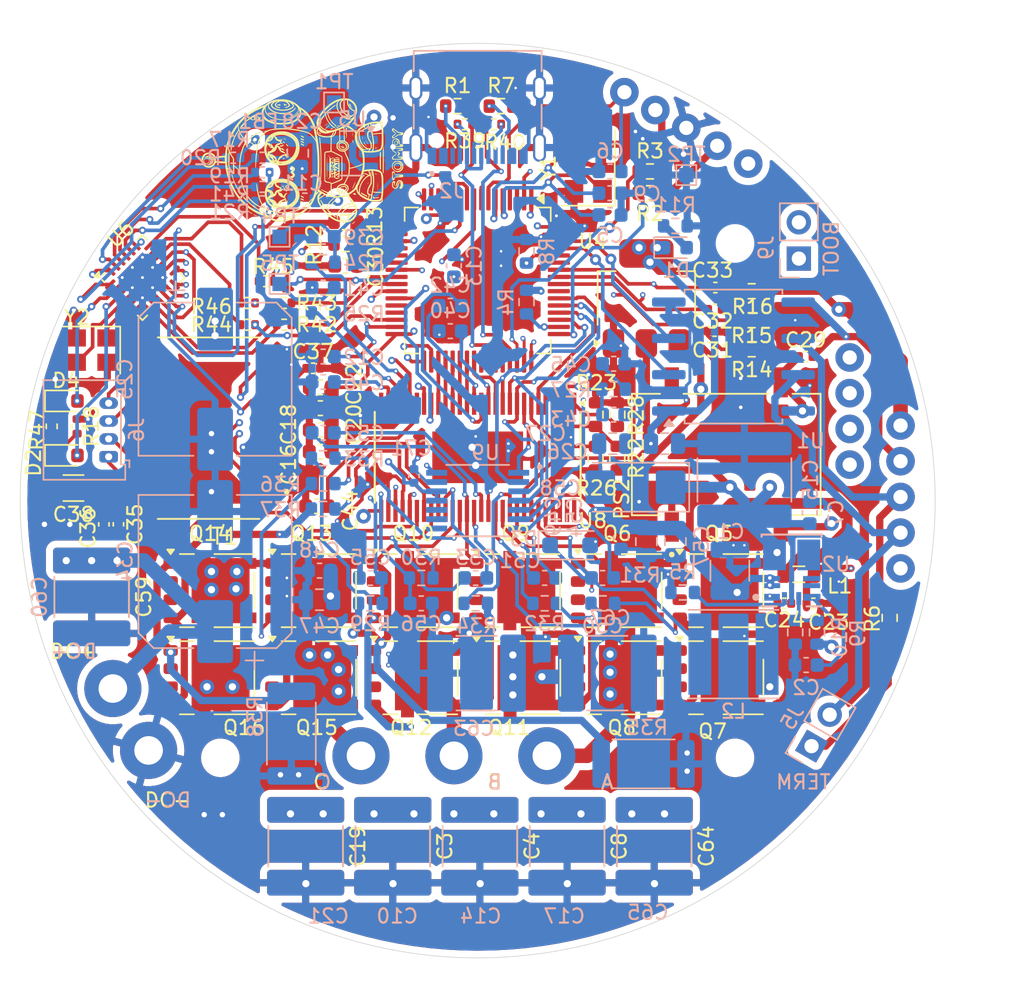
<source format=kicad_pcb>
(kicad_pcb (version 20240108) (generator "pcbnew") (generator_version "8.0")
  (layers (0 "F.Cu" signal "Front Layer") (1 "In1.Cu" power "Ground Plane") (2 "In2.Cu" mixed "Power Plane") (31 "B.Cu" signal "Bottom Layer") (34 "B.Paste" user) (35 "F.Paste" user) (36 "B.SilkS" user "B.Silkscreen") (37 "F.SilkS" user "F.Silkscreen") (38 "B.Mask" user) (39 "F.Mask" user) (44 "Edge.Cuts" user))
  (net 0 "")
  (net 1 "GND")
  (net 2 "DCBUS")
  (net 3 "Net-(U2-VCC)")
  (net 4 "Net-(U3-PH0)")
  (net 5 "/NRST")
  (net 6 "5V")
  (net 7 "Net-(U3-PH1)")
  (net 8 "AVCC")
  (net 9 "Net-(U3-VCAP_1)")
  (net 10 "Net-(U3-VCAP_2)")
  (net 11 "VCC")
  (net 12 "IGND")
  (net 13 "I-5V")
  (net 14 "/VBUS_S")
  (net 15 "/M0_ENC_A")
  (net 16 "/M0_ENC_B")
  (net 17 "/M0_ENC_Z")
  (net 18 "GVDD")
  (net 19 "/M0_SO1")
  (net 20 "/M0_SO2")
  (net 21 "Net-(U8-CP2)")
  (net 22 "Net-(U8-CP1)")
  (net 23 "Net-(U8-COMP)")
  (net 24 "Net-(U8-DVDD)")
  (net 25 "Net-(C45-Pad1)")
  (net 26 "Net-(U8-AVDD)")
  (net 27 "Net-(U8-BST_BK)")
  (net 28 "Net-(D3-K)")
  (net 29 "/Motor 0/SH_A")
  (net 30 "Net-(U8-BST_A)")
  (net 31 "/Motor 0/SH_B")
  (net 32 "Net-(U8-BST_B)")
  (net 33 "Net-(U8-BST_C)")
  (net 34 "/Motor 0/SH_C")
  (net 35 "Net-(U8-SN1)")
  (net 36 "Net-(U8-SN2)")
  (net 37 "Net-(D1-Pad2)")
  (net 38 "Net-(J2-CC1)")
  (net 39 "/USB_DM")
  (net 40 "/USB_DP")
  (net 41 "Net-(J2-CC2)")
  (net 46 "Net-(J3-Pin_4)")
  (net 47 "Net-(J3-Pin_2)")
  (net 48 "/SPI_CS")
  (net 49 "/CAN_L")
  (net 50 "/SPI_MOSI")
  (net 51 "/SPI_MISO")
  (net 52 "/CAN_H")
  (net 53 "/SPI_SCK")
  (net 54 "Net-(J5-Pin_1)")
  (net 55 "/Motor 0/SL_B")
  (net 56 "/Motor 0/SL_C")
  (net 57 "Net-(Q5-G)")
  (net 58 "Net-(Q6-G)")
  (net 59 "Net-(Q11-G)")
  (net 60 "Net-(Q10-G)")
  (net 61 "Net-(Q13-G)")
  (net 62 "Net-(Q14-G)")
  (net 63 "/SWCLK")
  (net 64 "/SWDIO")
  (net 65 "/PGOOD")
  (net 66 "Net-(U2-MODE_SYNC)")
  (net 67 "/BOOT0")
  (net 68 "Net-(U2-BIAS)")
  (net 69 "Net-(U8-VSENSE)")
  (net 70 "Net-(U8-SO1)")
  (net 71 "Net-(U8-SO2)")
  (net 72 "Net-(U8-DTC)")
  (net 73 "Net-(U8-RT_CLK)")
  (net 74 "/Motor 0/GH_A")
  (net 75 "/Motor 0/GL_A")
  (net 76 "/Motor 0/GL_B")
  (net 77 "/Motor 0/GH_B")
  (net 78 "/Motor 0/GH_C")
  (net 79 "/Motor 0/GL_C")
  (net 80 "Net-(U3-PA11)")
  (net 81 "Net-(U3-PA12)")
  (net 82 "/CAN_R")
  (net 83 "/CAN_D")
  (net 87 "Net-(U6-VDDCR)")
  (net 88 "/Ethernet/SH1")
  (net 89 "/M0_BL")
  (net 91 "/Ethernet/SH0")
  (net 94 "Net-(D2-A)")
  (net 95 "Net-(D2-K)")
  (net 96 "/M0_AH")
  (net 97 "Net-(D4-K)")
  (net 98 "Net-(D4-A)")
  (net 100 "/Ethernet/DVDD")
  (net 102 "/Ethernet/TX-")
  (net 103 "/EN_GATE")
  (net 104 "/M0_DC_CAL")
  (net 106 "/nFAULT")
  (net 107 "/M0_AL")
  (net 108 "/M0_CL")
  (net 109 "/M0_CH")
  (net 114 "/Ethernet/RX+")
  (net 115 "/M0_BH")
  (net 117 "/Motor 0/nOCTW")
  (net 124 "Net-(PS2-VIN)")
  (net 127 "/Ethernet/RX-")
  (net 128 "/Ethernet/TX+")
  (net 129 "/Ethernet/RBIAS")
  (net 130 "/Ethernet/RXN")
  (net 131 "/Ethernet/RXP")
  (net 132 "/Ethernet/TXN")
  (net 133 "/Ethernet/TXP")
  (net 134 "Net-(U6-RXD1{slash}MODE1)")
  (net 135 "/ETH_RX1")
  (net 136 "Net-(U6-RXD0{slash}MODE0)")
  (net 137 "/ETH_RX0")
  (net 138 "Net-(U6-TXEN)")
  (net 139 "/ETH_TX_EN")
  (net 140 "/ETH_TX1")
  (net 141 "Net-(U6-TXD1)")
  (net 142 "/ETH_TX0")
  (net 143 "Net-(U6-TXD0)")
  (net 144 "/REFCLK")
  (net 145 "/MDC")
  (net 146 "/MDIO")
  (net 147 "/CRS_DV")
  (net 148 "unconnected-(U3-PC0-Pad8)")
  (net 149 "/RXER")
  (net 150 "Net-(U6-XTAL1{slash}CLKIN)")
  (net 151 "Net-(U6-XTAL2)")
  (footprint "Resistor_SMD:R_0402_1005Metric" (layer "F.Cu") (at 38.354 54.61 -90)
    (property "Reference" "R47")
    (property "Value" "270R")
  )
  (footprint "Package_SO:ONSemi_SO-8FL_488AA" (layer "F.Cu") (at 49.42375 72.2035)
    (property "Reference" "Q16")
    (property "Value" "~")
  )
  (footprint "Capacitor_SMD:C_2220_5750Metric" (layer "F.Cu") (at 62.212 84 -90)
    (property "Reference" "C3")
    (property "Value" "470uF")
  )
  (footprint "Resistor_SMD:R_0402_1005Metric" (layer "F.Cu") (at 52.07 45.974 180)
    (property "Reference" "R46")
    (property "Value" "22R")
  )
  (footprint "Package_SO:ONSemi_SO-8FL_488AA" (layer "F.Cu") (at 70.8065 66.1075)
    (property "Reference" "Q9")
    (property "Value" "~")
  )
  (footprint "IsolatedPower:CONV_B0505XT-1WR3-TR" (layer "F.Cu") (at 85.5385 56.5825 90)
    (property "Reference" "PS2")
    (property "Value" "B0505XT-1WR3-TR")
  )
  (footprint "Package_SO:ONSemi_SO-8FL_488AA" (layer "F.Cu") (at 63.64775 72.2035)
    (property "Reference" "Q12")
    (property "Value" "~")
  )
  (footprint "Resistor_SMD:R_0402_1005Metric" (layer "F.Cu") (at 67.2505 33.4685 180)
    (property "Reference" "R39")
    (property "Value" "22R")
  )
  (footprint "Capacitor_SMD:C_0603_1608Metric" (layer "F.Cu") (at 56.896 60.198)
    (property "Reference" "C44")
    (property "Value" "2.2µF")
  )
  (footprint "Hole-Mounts:Five-Hole" (layer "F.Cu") (at 97.7305 59.5505 90)
    (property "Reference" "J8" (hide yes))
    (property "Value" "Conn_01x05_Socket" (hide yes))
  )
  (footprint "Crystal:Crystal_SMD_3225-4Pin_3.2x2.5mm" (layer "F.Cu") (at 41.148 49.276 180)
    (property "Reference" "Y2")
    (property "Value" "25 MHz")
  )
  (footprint "Diode_SMD:D_0603_1608Metric" (layer "F.Cu") (at 39.37 52.832)
    (property "Reference" "D4")
    (property "Value" "LED")
  )
  (footprint "Capacitor_SMD:C_0402_1005Metric" (layer "F.Cu") (at 84.7205 47.9465)
    (property "Reference" "C31")
    (property "Value" "22nF")
  )
  (footprint "Capacitor_SMD:C_0402_1005Metric" (layer "F.Cu") (at 91.0985 49.7245)
    (property "Reference" "C29")
    (property "Value" "10uF")
  )
  (footprint "Package_SO:ONSemi_SO-8FL_488AA" (layer "F.Cu") (at 56.53575 66.1075)
    (property "Reference" "Q13")
    (property "Value" "~")
  )
  (footprint "Capacitor_SMD:C_0603_1608Metric" (layer "F.Cu") (at 58.928 43.3745 180)
    (property "Reference" "C30")
    (property "Value" "2.2µF")
  )
  (footprint "Resistor_SMD:R_0603_1608Metric" (layer "F.Cu") (at 96.9685 68.0125 90)
    (property "Reference" "R6")
    (property "Value" "120R")
  )
  (footprint "Resistor_SMD:R_0603_1608Metric" (layer "F.Cu") (at 87.3165 49.2165 180)
    (property "Reference" "R14")
    (property "Value" "3.3k")
  )
  (footprint "Capacitor_SMD:C_0402_1005Metric" (layer "F.Cu") (at 91.6345 66.9965)
    (property "Reference" "C23")
    (property "Value" "4.7uF")
  )
  (footprint "Package_SO:ONSemi_SO-8FL_488AA" (layer "F.Cu") (at 85.0305 66.1075)
    (property "Reference" "Q5")
    (property "Value" "~")
  )
  (footprint "Capacitor_SMD:C_1206_3216Metric" (layer "F.Cu") (at 39.878 58.928 180)
    (property "Reference" "C38")
    (property "Value" "1nF (3KV)")
  )
  (footprint "Capacitor_SMD:C_0402_1005Metric" (layer "F.Cu") (at 42.006 61.468 -90)
    (property "Reference" "C36")
    (property "Value" "470pF")
  )
  (footprint "Package_SO:ONSemi_SO-8FL_488AA" (layer "F.Cu") (at 77.9185 66.1075)
    (property "Reference" "Q6")
    (property "Value" "~")
  )
  (footprint "Package_SO:ONSemi_SO-8FL_488AA" (layer "F.Cu") (at 63.64775 66.1075)
    (property "Reference" "Q10")
    (property "Value" "~")
  )
  (footprint "Capacitor_SMD:C_0603_1608Metric" (layer "F.Cu") (at 57.15 51.876 180)
    (property "Reference" "C22")
    (property "Value" "0.1uF")
  )
  (footprint "Package_SO:ONSemi_SO-8FL_488AA" (layer "F.Cu") (at 49.42375 66.1075)
    (property "Reference" "Q14")
    (property "Value" "~")
  )
  (footprint "Package_TO_SOT_SMD:SOT-223" (layer "F.Cu") (at 79.9505 45.6605 90)
    (property "Reference" "U4")
    (property "Value" "LDL1117S33R")
  )
  (footprint "Capacitor_SMD:C_0603_1608Metric" (layer "F.Cu") (at 57.15 53.34 180)
    (property "Reference" "C20")
    (property "Value" "0.1uF")
  )
  (footprint "Capacitor_SMD:C_2220_5750Metric" (layer "F.Cu") (at 56.116 84 -90)
    (property "Reference" "C19")
    (property "Value" "470uF")
  )
  (footprint "MountingHole:MountingHole_2.2mm_M2" (layer "F.Cu") (at 86.1525 41.8085)
    (property "Reference" "H4" (hide yes))
    (property "Value" "MountingHole" (hide yes))
  )
  (footprint "Hole-Mounts:Five-Hole" (layer "F.Cu") (at 82.7445 33.7225 150)
    (property "Reference" "J3" (hide yes))
    (property "Value" "Conn_01x05_Socket" (hide yes))
  )
  (footprint "Package_SO:HTSSOP-56-1EP_6.1x14mm_P0.5mm_EP3.61x6.35mm" (layer "F.Cu") (at 68.1525 56.7765 -90)
    (property "Reference" "U8")
    (property "Value" "~")
  )
  (footprint "Capacitor_SMD:C_2220_5750Metric" (layer "F.Cu") (at 74.404 84 -90)
    (property "Reference" "C8")
    (property "Value" "470uF")
  )
  (footprint "Hole-Mounts:Nine-Hole" (layer "F.Cu") (at 94.1745 53.7885 90)
    (property "Reference" "J10" (hide yes))
    (property "Value" "Conn_01x04_Socket" (hide yes))
  )
  (footprint "Capacitor_SMD:C_0402_1005Metric" (layer "F.Cu") (at 89.6025 66.9965 180)
    (property "Reference" "C24")
    (property "Value" "4.7uF")
  )
  (footprint "Resistor_SMD:R_0603_1608Metric" (layer "F.Cu") (at 76.3945 56.8365 90)
    (property "Reference" "R26")
    (property "Value" "18k")
  )
  (footprint "Hole-Mounts:Three-Hole" (layer "F.Cu") (at 66.4885 77.6645)
    (property "Reference" "J7" (hide yes))
    (property "Value" "Screw_Terminal_01x03")
  )
  (footprint "Capacitor_SMD:C_0603_1608Metric" (layer "F.Cu") (at 57.15 54.864 180)
    (property "Reference" "C18")
    (property "Value" "0.1uF")
  )
  (footprint "Resistor_SMD:R_0603_1608Metric" (layer "F.Cu") (at 80.2045 38.2945 180)
    (property "Reference" "R2")
    (property "Value" "22R")
  )
  (footprint "Resistor_SMD:R_0603_1608Metric" (layer "F.Cu") (at 80.2045 36.7705)
    (property "Reference" "R3")
    (property "Value" "22R")
  )
  (footprint "Package_SO:ONSemi_SO-8FL_488AA" (layer "F.Cu") (at 77.9185 72.2035)
    (property "Reference" "Q8")
    (property "Value" "~")
  )
  (footprint "Capacitor_SMD:C_2220_5750Metric" (layer "F.Cu") (at 68.308 84 -90)
    (property "Reference" "C4")
    (property "Value" "470uF")
  )
  (footprint "MountingHole:MountingHole_2.2mm_M2" (layer "F.Cu") (at 86.1525 77.8085)
    (property "Reference" "H3" (hide yes))
    (property "Value" "MountingHole" (hide yes))
  )
  (footprint "Package_DFN_QFN:VQFN-24-1EP_4x4mm_P0.5mm_EP2.5x2.5mm_ThermalVias" (layer "F.Cu") (at 44.704 44.196 45)
    (property "Reference" "U6")
    (property "Value" "LAN8720A")
  )
  (footprint "Ethernet:XFMR_H1102NLT" (layer "F.Cu") (at 49.329 54.737 180)
    (property "Reference" "T1")
    (property "Value" "H1102NLT")
  )
  (footprint "Resistor_SMD:R_0402_1005Metric" (layer "F.Cu") (at 53.34 44.45 180)
    (property "Reference" "R45")
    (property "Value" "22R")
  )
  (footprint "Diode_SMD:D_0603_1608Metric" (layer "F.Cu") (at 39.37 56.642)
    (property "Reference" "D2")
    (property "Value" "LED")
  )
  (footprint "Resistor_SMD:R_0402_1005Metric" (layer "F.Cu") (at 52.07 47.498 180)
    (property "Reference" "R44")
    (property "Value" "22R")
  )
  (footprint "Capacitor_SMD:C_2220_5750Metric" (layer "F.Cu") (at 80.5 84 -90)
    (property "Reference" "C64")
    (property "Value" "470uF")
  )
  (footprint "Crystal:Crystal_SMD_5032-4Pin_5.0x3.2mm" (layer "F.Cu") (at 75.8865 36.5165 90)
    (property "Reference" "Y1")
    (property "Value" "ABM3B-8.000MHZ-10-1-U-T")
  )
  (footprint "Package_SO:ONSemi_SO-8FL_488AA" (layer "F.Cu") (at 56.53575 72.2035)
    (property "Reference" "Q15")
    (property "Value" "~")
  )
  (footprint "Capacitor_SMD:C_0402_1005Metric" (layer "F.Cu") (at 84.7765 44.8985)
    (property "Reference" "C33")
    (property "Value" "22nF")
  )
  (footprint "Resistor_SMD:R_0402_1005Metric" (layer "F.Cu") (at 54.61 47.498 180)
    (property "Reference" "R42")
    (property "Value" "22R")
  )
  (footprint "Inductor_SMD:L_0805_2012Metric" (layer "F.Cu") (at 90.6185 64.9645 180)
    (property "Reference" "L1")
    (property "Value" "6.8uH")
  )
  (footprint "Resistor_SMD:R_0603_1608Metric" (layer "F.Cu") (at 87.3165 47.1845 180)
    (property "Reference" "R15")
    (property "Value" "3.3k")
  )
  (footprint "Resistor_SMD:R_0603_1608Metric" (layer "F.Cu") (at 58.928 41.8505)
    (property "Reference" "R12")
    (property "Value" "18K")
  )
  (footprint "Resistor_SMD:R_0402_1005Metric" (layer "F.Cu") (at 54.61 45.974 180)
    (property "Reference" "R43")
    (property "Value" "22R")
  )
  (footprint "Package_SO:ONSemi_SO-8FL_488AA" (layer "F.Cu") (at 85.0305 72.2035)
    (property "Reference" "Q7")
    (property "Value" "~")
  )
  (footprint "MountingHole:MountingHole_2.2mm_M2" (layer "F.Cu") (at 50.1525 77.8085)
    (property "Reference" "H1" (hide yes))
    (property "Value" "MountingHole" (hide yes))
  )
  (footprint "Hole-Mounts:Two-Hole" (layer "F.Cu") (at 43.8825 75.1245 120)
    (property "Reference" "J1" (hide yes))
    (property "Value" "Screw_Terminal_01x02" (hide yes))
  )
  (footprint "Capacitor_SMD:C_0402_1005Metric" (layer "F.Cu") (at 84.7485 46.4225)
    (property "Reference" "C32")
    (property "Value" "22nF")
  )
  (footprint "Capacitor_SMD:C_2220_5750Metric" (layer "F.Cu") (at 41.148 66.548 -90)
    (property "Reference" "C59")
    (property "Value" "470uF")
  )
  (footprint "Resistor_SMD:R_0603_1608Metric" (layer "F.Cu") (at 66.7425 32.1985)
    (property "Reference" "R1")
    (property "Value" "5.1k")
  )
  (footprint "Resistor_SMD:R_0402_1005Metric" (layer "F.Cu") (at 69.2825 33.4685)
    (property "Reference" "R40")
    (property "Value" "22R")
  )
  (footprint "Capacitor_SMD:C_0402_1005Metric" (layer "F.Cu") (at 56.642 50.546)
    (property "Reference" "C37")
    (property "Value" "0.1uF")
  )
  (footprint "Resistor_SMD:R_0603_1608Metric" (layer "F.Cu") (at 77.9185 56.8365 90)
    (property "Reference" "R22")
    (property "Value" "18k")
  )
  (footprint "Resistor_SMD:R_0603_1608Metric" (layer "F.Cu") (at 87.3165 45.1525 180)
    (property "Reference" "R16")
    (property "Value" "3.3k")
  )
  (footprint "Stompy:biggerstompy" (layer "F.Cu") (at 55.88 36.068 90)
    (property "Reference" "G***" (hide yes))
    (property "Value" "LOGO" (hide yes))
  )
  (footprint "Capacitor_SMD:C_0402_1005Metric" (layer "F.Cu") (at 43.022 61.468 -90)
    (property "Reference" "C35")
    (property "Value" "1uF")
  )
  (footprint "Resistor_SMD:R_0603_1608Metric" (layer "F.Cu") (at 77.9185 53.7885 90)
    (property "Reference" "R28")
    (property "Value" "220k")
  )
  (footprint "Resistor_SMD:R_0603_1608Metric" (layer "F.Cu") (at 69.7905 32.1985)
    (property "Reference" "R7")
    (property "Value" "5.1k")
  )
  (footprint "Resistor_SMD:R_0603_1608Metric" (layer "F.Cu") (at 76.3945 53.7885 90)
    (property "Reference" "R23")
    (property "Value" "3.3k")
  )
  (footprint "Resistor_SMD:R_0402_1005Metric" (layer "F.Cu") (at 40.132 54.61 90)
    (property "Reference" "R18")
    (property "Value" "270R")
  )
  (footprint "Package_QFP:LQFP-64_10x10mm_P0.5mm" (layer "F.Cu") (at 68.1525 44.4025 -90)
    (property "Reference" "U3" (hide yes))
    (property "Value" "STM32F405RGTx")
  )
  (footprint "Package_SO:ONSemi_SO-8FL_488AA" (layer "F.Cu") (at 70.8235 72.2035)
    (property "Reference" "Q11")
    (property "Value" "~")
  )
  (footprint "Resistor_SMD:R_0603_1608Metric" (layer "F.Cu") (at 58.928 40.3265 180)
    (property "Reference" "R13")
    (property "Value" "1k")
  )
  (footprint "Capacitor_SMD:C_0603_1608Metric" (layer "F.Cu") (at 57.15 56.388 180)
    (property "Reference" "C16")
    (property "Value" "0.1uF")
  )
  (footprint "MountingHole:MountingHole_2.2mm_M2" (layer "F.Cu") (at 50.1525 41.8085)
    (property "Reference" "H2" (hide yes))
    (property "Value" "MountingHole" (hide yes))
  )
  (footprint "Resistor_SMD:R_0603_1608Metric" (layer "B.Cu") (at 71.5685 45.9145 -90)
    (property "Reference" "R4")
    (property "Value" "10k")
  )
  (footprint "Capacitor_SMD:C_0805_2012Metric" (layer "B.Cu") (at 79.9505 62.6785 -90)
    (property "Reference" "C54")
    (property "Value" "4.7uF")
  )
  (footprint "Capacitor_SMD:C_0603_1608Metric" (layer "B.Cu") (at 77.4105 36.7705 180)
    (property "Reference" "C6")
    (property "Value" "0.1uF")
  )
  (footprint "Capacitor_SMD:C_2220_5750Metric" (layer "B.Cu") (at 56.116 84 -90)
    (property "Reference" "C21")
    (property "Value" "470uF")
  )
  (footprint "Inductor_SMD:L_Taiyo-Yuden_NR-60xx" (layer "B.Cu") (at 86.0465 70.5525)
    (property "Reference" "L2")
    (property "Value" "22uH")
  )
  (footprint "Capacitor_SMD:C_0603_1608Metric" (layer "B.Cu") (at 76.8895 65.2185)
    (property "Reference" "C50")
    (property "Value" "0.1uF")
  )
  (footprint "Resistor_SMD:R_0603_1608Metric" (layer "B.Cu") (at 68.0125 66.9965 180)
    (property "Reference" "R34")
    (property "Value" "2.2R")
  )
  (footprint "Capacitor_SMD:C_0603_1608Metric" (layer "B.Cu") (at 57.3445 51.5025 180)
    (property "Reference" "C46")
    (property "Value" "2.2µF")
  )
  (footprint "Inductor_SMD:L_0402_1005Metric" (layer "B.Cu") (at 53.086 34.544 180)
    (property "Reference" "FB1")
    (property "Value" "10R")
  )
  (footprint "Capacitor_SMD:C_1210_3225Metric" (layer "B.Cu") (at 85.7925 64.7105 90)
    (property "Reference" "C1")
    (property "Value" "2.2uF")
  )
  (footprint "Capacitor_SMD:CP_Elec_10x10.5" (layer "B.Cu") (at 49.784 64.77 90)
    (property "Reference" "C34")
    (property "Value" "120uF")
  )
  (footprint "Capacitor_SMD:C_0603_1608Metric" (layer "B.Cu") (at 77.6645 53.7885)
    (property "Reference" "C43")
    (property "Value" "82pF")
  )
  (footprint "Resistor_SMD:R_0603_1608Metric" (layer "B.Cu") (at 90.3645 69.0285 -90)
    (property "Reference" "R10")
    (property "Value" "10k")
  )
  (footprint "Capacitor_SMD:C_0603_1608Metric" (layer "B.Cu") (at 91.3805 60.6465 90)
    (property "Reference" "C7")
    (property "Value" "2.2µF")
  )
  (footprint "Capacitor_SMD:C_2220_5750Metric" (layer "B.Cu") (at 74.404 84 -90)
    (property "Reference" "C17")
    (property "Value" "470uF")
  )
  (footprint "Capacitor_SMD:CP_Elec_10x10.5" (layer "B.Cu") (at 49.784 51.308 -90)
    (property "Reference" "C25")
    (property "Value" "120uF")
  )
  (footprint "Capacitor_SMD:C_0805_2012Metric" (layer "B.Cu") (at 55.5665 35.5005 -90)
    (property "Reference" "C28")
    (property "Value" "4.7uF")
  )
  (footprint "Capacitor_SMD:C_0603_1608Metric" (layer "B.Cu") (at 66.4885 43.3745 90)
    (property "Reference" "C13")
    (property "Value" "2.2µF")
  )
  (footprint "Diode_SMD:D_SOD-123F" (layer "B.Cu") (at 74.6165 62.9325)
    (property "Reference" "D3")
    (property "Value" "D")
  )
  (footprint "Resistor_SMD:R_0603_1608Metric" (layer "B.Cu") (at 57.3445 46.6765 180)
    (property "Reference" "R25")
    (property "Value" "22R")
  )
  (footprint "Capacitor_SMD:C_0603_1608Metric" (layer "B.Cu") (at 64.2025 66.9965)
    (property "Reference" "C56")
    (property "Value" "2200pF")
  )
  (footprint "Resistor_SMD:R_0603_1608Metric" (layer "B.Cu") (at 57.3445 43.1205 180)
    (property "Reference" "R24")
    (property "Value" "22R")
  )
  (footprint "Resistor_SMD:R_0402_1005Metric" (layer "B.Cu") (at 53.086 38.862 180)
    (property "Reference" "R21")
    (property "Value" "49R9")
  )
  (footprint "Capacitor_SMD:C_0603_1608Metric" (layer "B.Cu") (at 57.3445 44.8985 180)
    (property "Reference" "C41")
    (property "Value" "2200pF")
  )
  (footprint "Resistor_SMD:R_0603_1608Metric" (layer "B.Cu") (at 57.3445 60.3925 180)
    (property "Reference" "R37")
    (property "Value" "2.2R")
  )
  (footprint "Capacitor_SMD:C_0603_1608Metric" (layer "B.Cu") (at 57.3445 55.0585 180)
    (property "Reference" "C52")
    (property "Value" "0.1uF")
  )
  (footprint "Capacitor_SMD:C_0603_1608Metric" (layer "B.Cu") (at 72.8385 65.2185 180)
    (property "Reference" "C51")
    (property "Value" "0.1uF")
  )
  (footprint "Capacitor_SMD:C_2225_5664Metric" (layer "B.Cu") (at 86.8085 58.363 90)
    (property "Reference" "C15")
    (property "Value" "22uf")
  )
  (footprint "AMS:SOP65P640X120-14N" (layer "B.Cu") (at 68.1525 59.8085 180)
    (property "Reference" "U9")
    (property "Value" "AS5047P-ATSM")
  )
  (footprint "Capacitor_SMD:C_0603_1608Metric" (layer "B.Cu") (at 60.6465 65.2185 180)
    (property "Reference" "C55")
    (property "Value" "2200pF")
  )
  (footprint "Capacitor_SMD:C_0603_1608Metric" (layer "B.Cu") (at 57.0905 64.7105 180)
    (property "Reference" "C48")
    (property "Value" "0.1uF")
  )
  (footprint "Resistor_SMD:R_0603_1608Metric" (layer "B.Cu") (at 77.6645 52.0105)
    (property "Reference" "R27")
    (property "Value" "47K")
  )
  (footprint "Resistor_SMD:R_0603_1608Metric" (layer "B.Cu") (at 91.8885 69.0285 90)
    (property "Reference" "R9")
    (property "Value" "40.2k")
  )
  (footprint "TestPoint:TestPoint_Pad_1.0x1.0mm" (layer "B.Cu") (at 54.2965 41.3425 180)
    (property "Reference" "TP4")
    (property "Value" "TESTPOINT")
  )
  (footprint "Capacitor_SMD:C_0805_2012Metric" (layer "B.Cu") (at 77.5985 55.8205 180)
    (property "Reference" "C27")
    (property "Value" "4.7uF")
  )
  (footprint "Capacitor_SMD:C_2220_5750Metric" (layer "B.Cu") (at 77.216 71.882)
    (property "Reference" "C67")
    (property "Value" "470uF")
  )
  (footprint "Capacitor_SMD:C_0603_1608Metric" (layer "B.Cu") (at 77.4105 39.8185)
    (property "Reference" "C5")
    (property "Value" "10pF")
  )
  (footprint "Resistor_SMD:R_0603_1608Metric" (layer "B.Cu") (at 64.2025 65.2185 180)
    (property "Reference" "R30")
    (property "Value" "120R")
  )
  (footprint "Capacitor_SMD:C_0603_1608Metric" (layer "B.Cu") (at 77.6645 50.2325)
    (property "Reference" "C45")
    (property "Value" "270pF")
  )
  (footprint "Resistor_SMD:R_0402_1005Metric" (layer "B.Cu") (at 51.054 35.814 180)
    (property "Reference" "R20")
    (property "Value" "49R9")
  )
  (footprint "Capacitor_SMD:C_0603_1608Metric" (layer "B.Cu") (at 77.4105 38.2945)
    (property "Reference" "C9")
    (property "Value" "10pF")
  )
  (footprint "Resistor_SMD:R_0402_1005Metric" (layer "B.Cu") (at 53.086 35.814)
    (property "Reference" "R17")
    (property "Value" "12.1K")
  )
  (footprint "Capacitor_SMD:C_2220_5750Metric" (layer "B.Cu") (at 68.072 71.882 180)
    (property "Reference" "C63")
    (property "Value" "470uF")
  )
  (footprint "Resistor_SMD:R_2512_6332Metric" (layer "B.Cu") (at 55.118 76.1145 -90)
    (property "Reference" "R38")
    (property "Value" "500uOhm")
  )
  (footprint "TestPoint:TestPoint_Pad_1.0x1.0mm" (layer "B.Cu") (at 82.7445 37.0245 180)
    (property "Reference" "TP2")
    (property "Value" "TESTPOINT")
  )
  (footprint "TestPoint:TestPoint_Pad_1.0x1.0mm" (layer "B.Cu") (at 58.1065 31.9445 180)
    (property "Reference" "TP1")
    (property "Value" "TESTPOINT")
  )
  (footprint "Capacitor_SMD:C_0603_1608Metric" (layer "B.Cu") (at 57.3445 49.7245 180)
    (property "Reference" "C12")
    (property "Value" "2.2µF")
  )
  (footprint "Package_SO:SOP-8_6.62x9.15mm_P2.54mm" (layer "B.Cu") (at 86.0465 49.7245)
    (property "Reference" "U1")
    (property "Value" "ISO1050DUB")
  )
  (footprint "Capacitor_SMD:C_0402_1005Metric" (layer "B.Cu") (at 63.6945 58.0785 90)
    (property "Reference" "C71")
    (property "Value" "100nF")
  )
  (footprint "Capacitor_SMD:C_0603_1608Metric" (layer "B.Cu") (at 66.2345 47.9465 180)
    (property "Reference" "C40")
    (property "Value" "2.2µF")
  )
  (footprint "Resistor_SMD:R_0603_1608Metric" (layer "B.Cu") (at 71.5685 42.3585 90)
    (property "Reference" "R8")
    (property "Value" "47K")
  )
  (footprint "Capacitor_SMD:C_0805_2012Metric" (layer "B.Cu") (at 57.0905 66.7425 180)
    (property "Reference" "C47")
    (property "Value" "4.7uF")
  )
  (footprint "Diode_SMD:D_0603_1608Metric" (layer "B.Cu") (at 81.9825 42.1045)
    (property "Reference" "D1")
    (property "Value" "LTST-C190KGKT")
  )
  (footprint "Resistor_SMD:R_0402_1005Metric" (layer "B.Cu") (at 53.086 37.846 180)
    (property "Reference" "R41")
    (property "Value" "49R9")
  )
  (footprint "Capacitor_Tantalum_SMD:CP_EIA-6032-28_Kemet-C" (layer "B.Cu") (at 79.1885 58.8685 180)
    (property "Reference" "C58")
    (property "Value" "68uF")
  )
  (footprint "TestPoint:TestPoint_Pad_1.0x1.0mm" (layer "B.Cu") (at 54.2965 44.6445 180)
    (property "Reference" "TP5")
    (property "Value" "TESTPOINT")
  )
  (footprint "Connector_PinHeader_2.54mm:PinHeader_1x02_P2.54mm_Vertical" (layer "B.Cu") (at 90.6185 42.8715)
    (property "Reference" "J9")
    (property "Value" "Conn_01x02_Pin" (hide yes))
  )
  (footprint "Resistor_SMD:R_0603_1608Metric" (layer "B.Cu") (at 60.6465 66.9965)
    (property "Reference" "R29")
    (property "Value" "120R")
  )
  (footprint "Capacitor_SMD:C_0603_1608Metric" (layer "B.Cu") (at 66.2345 46.1685 180)
    (property "Reference" "C42")
    (property "Value" "0.022µF")
  )
  (footprint "Connector_Molex:Molex_PicoBlade_53048-0410_1x04_P1.25mm_Horizontal" (layer "B.Cu") (at 42.34 56.739 90)
    (property "Reference" "J6")
    (property "Value" "Conn_01x04")
  )
  (footprint "Resistor_SMD:R_0603_1608Metric" (layer "B.Cu") (at 72.8385 66.9965)
    (property "Reference" "R32")
    (property "Value" "2.2R")
  )
  (footprint "Capacitor_SMD:C_2220_5750Metric" (layer "B.Cu") (at 68.308 84 -90)
    (property "Reference" "C14")
    (property "Value" "470uF")
  )
  (footprint "Resistor_SMD:R_2512_6332Metric" (layer "B.Cu") (at 79.756 78.232)
    (property "Reference" "R35")
    (property "Value" "500uOhm")
  )
  (footprint "Resistor_SMD:R_0603_1608Metric" (layer "B.Cu") (at 81.9825 40.5805)
    (property "Reference" "R11")
    (property "Value" "1k")
  )
  (footprint "Capacitor_SMD:C_0603_1608Metric" (layer "B.Cu") (at 68.0125 65.2185 180)
    (property "Reference" "C53")
    (property "Value" "0.1uF")
  )
  (footprint "Resistor_SMD:R_0402_1005Metric" (layer "B.Cu") (at 53.086 36.83 180)
    (property "Reference" "R19")
    (property "Value" "49R9")
  )
  (footprint "Capacitor_SMD:C_0805_2012Metric" (layer "B.Cu") (at 81.2205 55.8205)
    (property "Reference" "C26")
    (property "Value" "4.7uF")
  )
  (footprint "Resistor_SMD:R_0603_1608Metric" (layer "B.Cu") (at 82.4905 66.2345 180)
    (property "Reference" "R5")
    (property "Value" "11.3k")
  )
  (footprint "Connector_PinHeader_2.54mm:PinHeader_1x02_P2.54mm_Vertical" (layer "B.Cu") (at 91.505 76.990682 -30)
    (property "Reference" "J5")
    (property "Value" "Conn_01x02_Pin" (hide yes))
  )
  (footprint "Capacitor_SMD:C_0603_1608Metric" (layer "B.Cu") (at 57.3445 41.3425 180)
    (property "Reference" "C39")
    (property "Value" "2200pF")
  )
  (footprint "Capacitor_SMD:C_2220_5750Metric" (layer "B.Cu") (at 41.148 66.548 -90)
    (property "Reference" "C60")
    (property "Value" "470uF")
  )
  (footprint "Resistor_SMD:R_0603_1608Metric" (layer "B.Cu") (at 57.3445 56.8365)
    (property "Reference" "R33")
    (property "Value" "2.2R")
  )
  (footprint "5VPower:RDN0011A-MFG" (layer "B.Cu") (at 90.1105 64.6089)
    (property "Reference" "U2")
    (property "Value" "TPSM365R6FRDNR")
  )
  (footprint "USB-C:HRO_TYPE-C-31-M-12" (layer "B.Cu") (at 68.1525 30.9285)
    (property "Reference" "J2")
    (property "Value" "TYPE-C-31-M-12")
  )
  (footprint "Capacitor_SMD:C_0603_1608Metric" (layer "B.Cu") (at 91.1265 71.3145 180)
    (property "Reference" "C2")
    (property "Value" "1uF")
  )
  (footprint "Package_TO_SOT_SMD:SOT-23-5" (layer "B.Cu") (at 59.3765 35.5005 180)
    (property "Reference" "U5")
    (property "Value" "LP5907MFX-3.3_NOPB")
  )
  (footprint "Capacitor_SMD:C_0603_1608Metric" (layer "B.Cu") (at 56.0615 38.8025 180)
    (property "Reference" "C11")
    (property "Value" "0.1uF")
  )
  (footprint "Capacitor_SMD:C_2220_5750Metric" (layer "B.Cu") (at 80.5 84 -90)
    (property "Reference" "C65")
    (property "Value" "470uF")
  )
  (footprint "Capacitor_SMD:C_0805_2012Metric" (layer "B.Cu") (at 81.9825 62.6785 -90)
    (property "Reference" "C57")
    (property "Value" "4.7uF")
  )
  (footprint "Resistor_SMD:R_0603_1608Metric" (layer "B.Cu") (at 76.9025 66.9965 180)
    (property "Reference" "R31")
    (property "Value" "2.2R")
  )
  (footprint "Resistor_SMD:R_0603_1608Metric" (layer "B.Cu") (at 57.3445 58.6145)
    (property "Reference" "R36")
    (property "Value" "2.2R")
  )
  (footprint "Capacitor_SMD:C_2220_5750Metric" (layer "B.Cu") (at 62.212 84 -90)
    (property "Reference" "C10")
    (property "Value" "470uF")
  )
  (footprint "Capacitor_SMD:C_0603_1608Metric" (layer "B.Cu") (at 78.1725 62.4245 -90)
    (property "Reference" "C49")
    (property "Value" "0.1uF")
  )
  (gr_circle (center 68.1525 59.8085) (end 100.1525 59.8085) (stroke (width 0.05)) (fill none) (layer "Edge.Cuts"))
  (gr_text "B" (at 69.342 79.502 -0) (layer "B.SilkS") (effects (font (size 1 1)) (justify mirror)))
  (gr_text "DC+" (at 39.878 70.358 -0) (layer "B.SilkS") (effects (font (size 1 1)) (justify mirror)))
  (gr_text "BOOT" (at 93.472 40.132 90) (layer "B.SilkS") (effects (font (size 1 1)) (justify left bottom mirror)))
  (gr_text "A" (at 77.216 79.502 -0) (layer "B.SilkS") (effects (font (size 1 1)) (justify mirror)))
  (gr_text "C" (at 57.404 79.502 -0) (layer "B.SilkS") (effects (font (size 1 1)) (justify mirror)))
  (gr_text "DC-" (at 46.482 80.772 -0) (layer "B.SilkS") (effects (font (size 1 1)) (justify mirror)))
  (gr_text "TERM" (at 90.932 79.502 0) (layer "B.SilkS") (effects (font (size 1 1)) (justify mirror)))
  (gr_text "A" (at 77.216 79.502 0) (layer "F.SilkS") (effects (font (size 1 1))))
  (gr_text "B" (at 69.342 79.502 0) (layer "F.SilkS") (effects (font (size 1 1))))
  (gr_text "DC-" (at 46.482 80.772 0) (layer "F.SilkS") (effects (font (size 1 1))))
  (gr_text "C" (at 57.15 79.502 0) (layer "F.SilkS") (effects (font (size 1 1))))
  (gr_text "DC+" (at 39.878 70.358 0) (layer "F.SilkS") (effects (font (size 1 1))))
  (segment (start 75.0605 41.1525) (end 75.6325 40.5805) (width 0.2032) (layer "F.Cu") (net 1))
  (segment (start 62.9704 59.09462) (end 62.9704 58.64238) (width 0.254) (layer "F.Cu") (net 1))
  (segment (start 61.9025 59.623621) (end 61.9025 60.5265) (width 0.254) (layer "F.Cu") (net 1))
  (segment (start 62.1705 58.1065) (end 61.8786 58.3984) (width 0.254) (layer "F.Cu") (net 1))
  (segment (start 85.2285 46.4225) (end 85.2431 46.4079) (width 0.2032) (layer "F.Cu") (net 1))
  (segment (start 68.9025 59.2485) (end 69.0285 59.1225) (width 0.2032) (layer "F.Cu") (net 1))
  (segment (start 86.904812 46.4079) (end 87.1931 46.696188) (width 0.2032) (layer "F.Cu") (net 1))
  (segment (start 85.2431 46.4079) (end 86.904812 46.4079) (width 0.2032) (layer "F.Cu") (net 1))
  (segment (start 61.3445 41.1525) (end 60.9005 41.5965) (width 0.254) (layer "F.Cu") (net 1))
  (segment (start 61.10658 58.3984) (end 60.055749 59.449231) (width 0.254) (layer "F.Cu") (net 1))
  (segment (start 66.4025 40.0235) (end 66.04 40.386) (width 0.254) (layer "F.Cu") (net 1))
  (segment (start 73.8275 41.1525) (end 72.7745 41.1525) (width 0.2032) (layer "F.Cu") (net 1))
  (segment (start 62.43452 58.1065) (end 62.1705 58.1065) (width 0.254) (layer "F.Cu") (net 1))
  (segment (start 87.1931 48.2005) (end 87.1931 50.6099) (width 0.2032) (layer "F.Cu") (net 1))
  (segment (start 62.9025 59.16252) (end 62.9704 59.09462) (width 0.254) (layer "F.Cu") (net 1))
  (segment (start 89.1225 67.976598) (end 87.816598 69.2825) (width 0.2032) (layer "F.Cu") (net 1))
  (segment (start 87.1931 46.696188) (end 87.1931 48.2005) (width 0.2032) (layer "F.Cu") (net 1))
  (segment (start 75.17125 64.2025) (end 76.131055 65.162305) (width 0.2032) (layer "F.Cu") (net 1))
  (segment (start 87.1931 50.6099) (end 86.5545 51.2485) (width 0.2032) (layer "F.Cu") (net 1))
  (segment (start 61.936373 59.132248) (end 61.936373 59.589748) (width 0.254) (layer "F.Cu") (net 1))
  (segment (start 60.055749 59.732251) (end 58.5427 61.2453) (width 0.254) (layer "F.Cu") (net 1))
  (segment (start 61.8786 59.074475) (end 61.936373 59.132248) (width 0.254) (layer "F.Cu") (net 1))
  (segment (start 89.1225 66.9965) (end 89.1225 67.976598) (width 0.2032) (layer "F.Cu") (net 1))
  (segment (start 68.9025 60.5265) (end 68.9025 59.2485) (width 0.2032) (layer "F.Cu") (net 1))
  (segment (start 85.2005 47.9465) (end 85.4545 48.2005) (width 0.2032) (layer "F.Cu") (net 1))
  (segment (start 62.9025 60.5265) (end 62.9025 59.16252) (width 0.254) (layer "F.Cu") (net 1))
  (segment (start 85.2565 46.3945) (end 85.2285 46.4225) (width 0.2032) (layer "F.Cu") (net 1))
  (segment (start 85.2565 44.8985) (end 85.2565 46.3945) (width 0.2032) (layer "F.Cu") (net 1))
  (segment (start 72.7745 41.1525) (end 72.5845 41.3425) (width 0.2032) (layer "F.Cu") (net 1))
  (segment (start 66.04 40.386) (end 65.532 40.386) (width 0.254) (layer "F.Cu") (net 1))
  (segment (start 61.936373 59.589748) (end 61.9025 59.623621) (width 0.254) (layer "F.Cu") (net 1))
  (segment (start 40.048 46.647126) (end 39.886876 46.486002) (width 0.254) (layer "F.Cu") (net 1))
  (segment (start 40.048 48.426) (end 40.048 46.647126) (width 0.254) (layer "F.Cu") (net 1))
  (segment (start 76.131055 65.162305) (end 76.131055 66.0713) (width 0.2032) (layer "F.Cu") (net 1))
  (segment (start 58.5427 61.2453) (end 58.338273 61.2453) (width 0.254) (layer "F.Cu") (net 1))
  (segment (start 61.8786 58.3984) (end 61.468 58.3984) (width 0.254) (layer "F.Cu") (net 1))
  (segment (start 60.7276 58.3984) (end 60.452 58.674) (width 0.254) (layer "F.Cu") (net 1))
  (segment (start 61.8786 58.3984) (end 61.8786 59.074475) (width 0.254) (layer "F.Cu") (net 1))
  (segment (start 62.4775 41.1525) (end 61.3445 41.1525) (width 0.254) (layer "F.Cu") (net 1))
  (segment (start 60.055749 59.449231) (end 60.055749 59.732251) (width 0.254) (layer "F.Cu") (net 1))
  (segment (start 61.468 58.3984) (end 61.10658 58.3984) (width 0.254) (layer "F.Cu") (net 1))
  (segment (start 73.8275 41.1525) (end 75.0605 41.1525) (width 0.2032) (layer "F.Cu") (net 1))
  (segment (start 87.816598 69.2825) (end 86.8085 69.2825) (width 0.2032) (layer "F.Cu") (net 1))
  (segment (start 85.4545 48.2005) (end 87.1931 48.2005) (width 0.2032) (layer "F.Cu") (net 1))
  (segment (start 62.9704 58.64238) (end 62.43452 58.1065) (width 0.254) (layer "F.Cu") (net 1))
  (segment (start 66.4025 38.7275) (end 66.4025 40.0235) (width 0.254) (layer "F.Cu") (net 1))
  (segment (start 61.468 58.3984) (end 60.7276 58.3984) (width 0.254) (layer "F.Cu") (net 1))
  (via (at 49.53 59.182) (size 0.762) (drill 0.381) (layers "F.Cu" "B.Cu") (net 1))
  (via (at 78.1725 48.9625) (size 0.3556) (drill 0.1778) (layers "F.Cu" "B.Cu") (net 1))
  (via (at 90.3645 47.1845) (size 0.3556) (drill 0.1778) (layers "F.Cu" "B.Cu") (net 1))
  (via (at 61.9165 71.3145) (size 0.3556) (drill 0.1778) (layers "F.Cu" "B.Cu") (net 1))
  (via (at 55.88 36.576) (size 0.4064) (drill 0.2032) (layers "F.Cu" "B.Cu") (net 1))
  (via (at 75.8865 50.9945) (size 0.508) (drill 0.254) (layers "F.Cu" "B.Cu") (net 1))
  (via (at 82.804 78.74) (size 0.762) (drill 0.381) (layers "F.Cu" "B.Cu") (net 1))
  (via (at 68.0125 55.3125) (size 0.381) (drill 0.1905) (layers "F.Cu" "B.Cu") (net 1))
  (via (at 80.518 86.614) (size 1.016) (drill 0.508) (layers "F.Cu" "B.Cu") (net 1))
  (via (at 39.886876 46.486002) (size 0.508) (drill 0.254) (layers "F.Cu" "B.Cu") (net 1))
  (via (at 72.5845 41.3425) (size 0.3556) (drill 0.1778) (layers "F.Cu" "B.Cu") (net 1))
  (via (at 67.056 42.926) (size 0.4064) (drill 0.2032) (layers "F.Cu" "B.Cu") (net 1))
  (via (at 78.9345 53.0265) (size 0.508) (drill 0.254) (layers "F.Cu" "B.Cu") (net 1))
  (via (at 86.8085 69.2825) (size 0.3556) (drill 0.1778) (layers "F.Cu" "B.Cu") (net 1))
  (via (at 79.4425 59.8845) (size 0.508) (drill 0.254) (layers "F.Cu" "B.Cu") (net 1))
  (via (at 55.372 58.928) (size 0.508) (drill 0.254) (layers "F.Cu" "B.Cu") (net 1))
  (via (at 86.8085 62.9325) (size 0.3556) (drill 0.1778) (layers "F.Cu" "B.Cu") (net 1))
  (via (at 70.2985 56.3285) (size 0.381) (drill 0.1905) (layers "F.Cu" "B.Cu") (net 1))
  (via (at 59.944 53.848) (size 0.508) (drill 0.254) (layers "F.Cu" "B.Cu") (net 1))
  (via (at 58.338273 61.2453) (size 0.3556) (drill 0.1778) (layers "F.Cu" "B.Cu") (net 1))
  (via (at 70.2985 55.8205) (size 0.381) (drill 0.1905) (layers "F.Cu" "B.Cu") (net 1))
  (via (at 79.6965 34.4845) (size 0.508) (drill 0.254) (layers "F.Cu" "B.Cu") (net 1))
  (via (at 55.118 50.292) (size 0.3556) (drill 0.1778) (layers "F.Cu" "B.Cu") (net 1))
  (via (at 49.53 56.388) (size 0.762) (drill 0.381) (layers "F.Cu" "B.Cu") (net 1))
  (via (at 54.8045 65.2185) (size 0.381) (drill 0.1905) (layers "F.Cu" "B.Cu") (net 1))
  (via (at 56.5825 44.8985) (size 0.3556) (drill 0.1778) (layers "F.Cu" "B.Cu") (net 1))
  (via (at 67.7585 56.0745) (size 1.016) (drill 0.508) (layers "F.Cu" "B.Cu") (net 1))
  (via (at 38.608 51.308) (size 0.762) (drill 0.381) (layers "F.Cu" "B.Cu") (net 1))
  (via (at 81.4745 64.9645) (size 0.381) (drill 0.1905) (layers "F.Cu" "B.Cu") (net 1))
  (via (at 54.8045 49.2165) (size 0.3556) (drill 0.1778) (layers "F.Cu" "B.Cu") (net 1))
  (via (at 79.1885 33.9765) (size 0.508) (drill 0.254) (layers "F.Cu" "B.Cu") (net 1))
  (via (at 63.9485 56.8365) (size 0.381) (drill 0.1905) (layers "F.Cu" "B.Cu") (net 1))
  (via (at 86.5545 53.2805) (size 0.508) (drill 0.254) (layers "F.Cu" "B.Cu") (net 1))
  (via (at 55.372 58.166) (size 0.508) (drill 0.254) (layers "F.Cu" "B.Cu") (net 1))
  (via (at 74.676 55.372) (size 0.3556) (drill 0.1778) (layers "F.Cu" "B.Cu") (net 1))
  (via (at 55.1235 43.8175) (size 0.4064) (drill 0.2032) (layers "F.Cu" "B.Cu") (net 1))
  (via (at 49.022 81.788) (size 0.762) (drill 0.381) (layers "F.Cu" "B.Cu") (net 1))
  (via (at 75.6325 40.5805) (size 0.3556) (drill 0.1778) (layers "F.Cu" "B.Cu") (net 1))
  (via (at 72.898 69.342) (size 0.4064) (drill 0.2032) (layers "F.Cu" "B.Cu") (net 1))
  (via (at 82.804 77.47) (size 0.762) (drill 0.381) (layers "F.Cu" "B.Cu") (net 1))
  (via (at 62.23 86.614) (size 1.016) (drill 0.508) (layers "F.Cu" "B.Cu") (net 1))
  (via (at 65.532 40.386) (size 0.3556) (drill 0.1778) (layers "F.Cu" "B.Cu") (net 1))
  (via (at 50.292 81.788) (size 0.762) (drill 0.381) (layers "F.Cu" "B.Cu") (net 1))
  (via (at 67.564 69.088) (size 0.762) (drill 0.381) (layers "F.Cu" "B.Cu") (net 1))
  (via (at 69.7905 43.3745) (size 0.3556) (drill 0.1778) (layers "F.Cu" "B.Cu") (net 1))
  (via (at 55.118 36.576) (size 0.4064) (drill 0.2032) (layers "F.Cu" "B.Cu") (net 1))
  (via (at 73.66 39.878) (size 0.4064) (drill 0.2032) (layers "F.Cu" "B.Cu") (net 1))
  (via (at 74.422 86.614) (size 1.016) (drill 0.508) (layers "F.Cu" "B.Cu") (net 1))
  (via (at 93.4125 65.4725) (size 0.3556) (drill 0.1778) (layers "F.Cu" "B.Cu") (net 1))
  (via (at 64.7105 32.9605) (size 0.3556) (drill 0.1778) (layers "F.Cu" "B.Cu") (net 1))
  (via (at 69.7905 42.3585) (size 0.3556) (drill 0.1778) (layers "F.Cu" "B.Cu") (net 1))
  (via (at 82.55 35.56) (size 0.762) (drill 0.381) (layers "F.Cu" "B.Cu") (net 1))
  (via (at 76.3945 62.6785) (size 0.381) (drill 0.1905) (layers "F.Cu" "B.Cu") (net 1))
  (via (at 59.8845 50.7405) (size 0.508) (drill 0.254) (layers "F.Cu" "B.Cu") (net 1))
  (via (at 54.356 78.994) (size 0.762) (drill 0.381) (layers "F.Cu" "B.Cu") (net 1))
  (via (at 39.624 61.468) (size 0.762) (drill 0.381) (layers "F.Cu" "B.Cu") (net 1))
  (via (at 62.23 35.052) (size 0.762) (drill 0.381) (layers "F.Cu" "B.Cu") (net 1))
  (via (at 70.8065 30.9285) (size 0.3556) (drill 0.1778) (layers "F.Cu" "B.Cu") (net 1))
  (via (at 69.0285 59.1225) (size 0.3556) (drill 0.1778) (layers "F.Cu" "B.Cu") (net 1))
  (via (at 86.0465 62.9325) (size 0.3556) (drill 0.1778) (layers "F.Cu" "B.Cu") (net 1))
  (via (at 62.23 33.02) (size 0.762) (drill 0.381) (layers "F.Cu" "B.Cu") (net 1))
  (via (at 55.626 78.994) (size 0.762) (drill 0.381) (layers "F.Cu" "B.Cu") (net 1))
  (via (at 40.894 54.102) (size 0.508) (drill 0.254) (layers "F.Cu" "B.Cu") (net 1))
  (via (at 91.3805 51.7565) (size 0.3556) (drill 0.1778) (layers "F.Cu" "B.Cu") (net 1))
  (via (at 82.7445 52.7725) (size 0.3556) (drill 0.1778) (layers "F.Cu" "B.Cu") (net 1))
  (via (at 65.4725 48.2005) (size 0.3556) (drill 0.1778) (layers "F.Cu" "B.Cu") (net 1))
  (via (at 61.9165 70.5525) (size 0.3556) (drill 0.1778) (layers "F.Cu" "B.Cu") (net 1))
  (via (at 68.0125 57.3445) (size 1.016) (drill 0.508) (layers "F.Cu" "B.Cu") (net 1))
  (via (at 60.452 58.674) (size 0.4064) (drill 0.2032) (layers "F.Cu" "B.Cu") (net 1))
  (via (at 56.134 86.614) (size 1.016) (drill 0.508) (layers "F.Cu" "B.Cu") (net 1))
  (via (at 51.7565 56.0745) (size 0.508) (drill 0.254) (layers "F.Cu" "B.Cu") (net 1))
  (via (at 60.9005 41.5965) (size 0.4064) (drill 0.2032) (layers "F.Cu" "B.Cu") (net 1))
  (via (at 86.5545 51.2485) (size 0.508) (drill 0.254) (layers "F.Cu" "B.Cu") (net 1))
  (via (at 68.326 86.614) (size 1.016) (drill 0.508) (layers "F.Cu" "B.Cu") (net 1))
  (via (at 49.53 55.118) (size 0.762) (drill 0.381) (layers "F.Cu" "B.Cu") (net 1))
  (via (at 37.846 61.468) (size 0.762) (drill 0.381) (layers "F.Cu" "B.Cu") (net 1))
  (via (at 54.8045 66.4885) (size 0.381) (drill 0.1905) (layers "F.Cu" "B.Cu") (net 1))
  (via (at 76.131055 66.0713) (size 0.3556) (drill 0.1778) (layers "F.Cu" "B.Cu") (net 1))
  (segment (start 64.5815 33.0895) (end 64.7105 32.9605) (width 0.254) (layer "B.Cu") (net 1))
  (segment (start 93.4125 63.3787) (end 93.4125 65.4725) (width 0.2032) (layer "B.Cu") (net 1))
  (segment (start 90.1105 65.4725) (end 90.1105 62.4767) (width 0.2032) (layer "B.Cu") (net 1))
  (segment (start 56.5695 41.3425) (end 56.066198 41.3425) (width 0.254) (layer "B.Cu") (net 1))
  (segment (start 90.281901 62.305299) (end 92.339099 62.305299) (width 0.2032) (layer "B.Cu") (net 1))
  (segment (start 82.7445 51.7565) (end 82.7445 52.7725) (width 0.2032) (layer "B.Cu") (net 1))
  (segment (start 71.0225 60.4585) (end 71.757499 60.4585) (width 0.2032) (layer "B.Cu") (net 1))
  (segment (start 71.7235 34.890579) (end 71.7235 31.8455) (width 0.254) (layer "B.Cu") (net 1))
  (segment (start 71.5685 41.5335) (end 72.3935 41.5335) (width 0.2032) (layer "B.Cu") (net 1))
  (segment (start 65.2825 58.5085) (end 64.594574 58.5085) (width 0.2032) (layer "B.Cu") (net 1))
  (segment (start 71.3525 35.261579) (end 71.7235 34.890579) (width 0.254) (layer "B.Cu") (net 1))
  (segment (start 64.5815 35.3075) (end 64.5815 33.0895) (width 0.254) (layer "B.Cu") (net 1))
  (segment (start 76.9025 48.9625) (end 78.1725 48.9625) (width 0.2032) (layer "B.Cu") (net 1))
  (segment (start 63.6945 57.608426) (end 63.6945 57.5985) (width 0.2032) (layer "B.Cu") (net 1))
  (segment (start 54.93 35.814) (end 55.5665 36.4505) (width 0.254) (layer "B.Cu") (net 1))
  (segment (start 71.757499 60.4585) (end 72.987802 59.228197) (width 0.2032) (layer "B.Cu") (net 1))
  (segment (start 76.726 58.8685) (end 76.726 55.898) (width 0.254) (layer "B.Cu") (net 1))
  (segment (start 72.987802 59.228197) (end 72.987802 52.877198) (width 0.2032) (layer "B.Cu") (net 1))
  (segment (start 92.339099 62.305299) (end 93.4125 63.3787) (width 0.2032) (layer "B.Cu") (net 1))
  (segment (start 55.1235 42.285198) (end 55.1235 43.8175) (width 0.254) (layer "B.Cu") (net 1))
  (segment (start 53.596 35.814) (end 54.93 35.814) (width 0.254) (layer "B.Cu") (net 1))
  (segment (start 72.987802 52.877198) (end 76.9025 48.9625) (width 0.2032) (layer "B.Cu") (net 1))
  (segment (start 72.3935 41.5335) (end 72.5845 41.3425) (width 0.2032) (layer "B.Cu") (net 1))
  (segment (start 65.522 71.13) (end 67.564 69.088) (width 0.508) (layer "B.Cu") (net 1))
  (segment (start 64.9775 71.3375) (end 65.522 71.882) (width 0.508) (layer "B.Cu") (net 1))
  (segment (start 82.9981 51.5029) (end 82.7445 51.7565) (width 0.2032) (layer "B.Cu") (net 1))
  (segment (start 64.594574 58.5085) (end 63.6945 57.608426) (width 0.2032) (layer "B.Cu") (net 1))
  (segment (start 81.5215 45.9145) (end 82.9981 47.3911) (width 0.2032) (layer "B.Cu") (net 1))
  (segment (start 65.522 71.882) (end 65.522 71.13) (width 0.508) (layer "B.Cu") (net 1))
  (segment (start 66.4885 42.5995) (end 66.7295 42.5995) (width 0.254) (layer "B.Cu") (net 1))
  (segment (start 56.066198 41.3425) (end 55.1235 42.285198) (width 0.254) (layer "B.Cu") (net 1))
  (segment (start 63.6945 57.0905) (end 63.9485 56.8365) (width 0.254) (layer "B.Cu") (net 1))
  (segment (start 63.6945 57.5985) (end 63.6945 57.0905) (width 0.254) (layer "B.Cu") (net 1))
  (segment (start 90.1105 62.4767) (end 90.281901 62.305299) (width 0.2032) (layer "B.Cu") (net 1))
  (segment (start 78.1725 63.1995) (end 79.5215 63.1995) (width 0.254) (layer "B.Cu") (net 1))
  (segment (start 71.3525 35.6785) (end 71.3525 35.261579) (width 0.254) (layer "B.Cu") (net 1))
  (segment (start 71.7235 31.8455) (end 70.8065 30.9285) (width 0.254) (layer "B.Cu") (net 1))
  (segment (start 79.5215 63.1995) (end 79.9505 63.6285) (width 0.254) (layer "B.Cu") (net 1))
  (segment (start 76.726 55.898) (end 76.6485 55.8205) (width 0.254) (layer "B.Cu") (net 1))
  (segment (start 64.9775 66.9965) (end 64.9775 71.3375) (width 0.508) (layer "B.Cu") (net 1))
  (segment (start 66.7295 42.5995) (end 67.056 42.926) (width 0.254) (layer "B.Cu") (net 1))
  (segment (start 64.9525 35.6785) (end 64.5815 35.3075) (width 0.254) (layer "B.Cu") (net 1))
  (segment (start 82.9981 47.3911) (end 82.9981 51.5029) (width 0.2032) (layer "B.Cu") (net 1))
  (segment (start 71.5685 72.2035) (end 71.8225 72.0765) (width 1.016) (layer "F.Cu") (net 2))
  (segment (start 71.8225 72.0765) (end 71.5685 66.1245) (width 1.016) (layer "F.Cu") (net 2))
  (segment (start 61.4025 60.5265) (end 60.542123 60.5265) (width 0.254) (layer "F.Cu") (net 2))
  (segment (start 57.28075 70.23475) (end 57.28075 66.1075) (width 1.016) (layer "F.Cu") (net 2))
  (segment (start 73.9025 60.5265) (end 73.9025 59.4475) (width 0.254) (layer "F.Cu") (net 2))
  (segment (start 57.28075 70.98925) (end 57.658 70.612) (width 1.016) (layer "F.Cu") (net 2))
  (segment (start 73.9255 59.4245) (end 75.385 59.4245) (width 0.254) (layer "F.Cu") (net 2))
  (segment (start 57.28075 72.2035) (end 57.28075 70.98925) (width 1.016) (layer "F.Cu") (net 2))
  (segment (start 57.658 70.612) (end 57.28075 70.23475) (width 1.016) (layer "F.Cu") (net 2))
  (segment (start 56.384099 41.8505) (end 55.850842 42.383757) (width 0.254) (layer "F.Cu") (net 2))
  (segment (start 58.103 41.8505) (end 56.384099 41.8505) (width 0.254) (layer "F.Cu") (net 2))
  (segment (start 71.5685 66.1245) (end 71.5515 66.1075) (width 1.016) (layer "F.Cu") (net 2))
  (segment (start 73.9025 59.4475) (end 73.9255 59.4245) (width 0.254) (layer "F.Cu") (net 2))
  (segment (start 73.4025 60.5265) (end 73.9025 60.5265) (width 0.254) (layer "F.Cu") (net 2))
  (segment (start 85.7755 72.2035) (end 85.7755 66.1075) (width 1.016) (layer "F.Cu") (net 2))
  (segment (start 60.542123 60.5265) (end 60.168123 60.9005) (width 0.254) (layer "F.Cu") (net 2))
  (segment (start 75.385 59.4245) (end 76.3945 60.434) (width 0.254) (layer "F.Cu") (net 2))
  (via (at 75.3785 81.7285) (size 1.016) (drill 0.508) (layers "F.Cu" "B.Cu") (net 2))
  (via (at 49.784 47.244) (size 1.016) (drill 0.508) (layers "F.Cu" "B.Cu") (net 2))
  (via (at 57.3445 81.7285) (size 1.016) (drill 0.508) (layers "F.Cu" "B.Cu") (net 2))
  (via (at 70.612 73.406) (size 1.016) (drill 0.508) (layers "F.Cu" "B.Cu") (net 2))
  (via (at 70.612 72.136) (size 1.016) (drill 0.508) (layers "F.Cu" "B.Cu") (net 2))
  (via (at 88.5865 65.7265) (size 0.508) (drill 0.254) (layers "F.Cu" "B.Cu") (net 2))
  (via (at 69.2825 81.7285) (size 1.016) (drill 0.508) (layers "F.Cu" "B.Cu") (net 2))
  (via (at 81.2205 81.7285) (size 1.016) (drill 0.508) (layers "F.Cu" "B.Cu") (net 2))
  (via (at 78.9345 81.7285) (size 1.016) (drill 0.508) (layers "F.Cu" "B.Cu") (net 2))
  (via (at 58.42 73.152) (size 1.016) (drill 0.508) (layers "F.Cu" "B.Cu") (net 2))
  (via (at 63.6945 81.7285) (size 1.016) (drill 0.508) (layers "F.Cu" "B.Cu") (net 2))
  (via (at 60.168123 60.9005) (size 1.016) (drill 0.508) (layers "F.Cu" "B.Cu") (net 2))
  (via (at 70.612 70.612) (size 1.016) (drill 0.508) (layers "F.Cu" "B.Cu") (net 2))
  (via (at 55.0585 81.7285) (size 1.016) (drill 0.508) (layers "F.Cu" "B.Cu") (net 2))
  (via (at 57.658 70.612) (size 1.016) (drill 0.508) (layers "F.Cu" "B.Cu") (net 2))
  (via (at 56.388 70.612) (size 1.016) (drill 0.508) (layers "F.Cu" "B.Cu") (net 2))
  (via (at 86.3005 66.2345) (size 1.016) (drill 0.508) (layers "F.Cu" "B.Cu") (net 2))
  (via (at 55.850842 42.383757) (size 0.508) (drill 0.254) (layers "F.Cu" "B.Cu") (net 2))
  (via (at 60.9005 81.7285) (size 1.016) (drill 0.508) (layers "F.Cu" "B.Cu") (net 2))
  (via (at 76.3945 60.434) (size 0.381) (drill 0.1905) (layers "F.Cu" "B.Cu") (net 2))
  (via (at 42.926 64.008) (size 1.016) (drill 0.508) (layers "F.Cu" "B.Cu") (net 2))
  (via (at 41.148 64.008) (size 1.016) (drill 0.508) (layers "F.Cu" "B.Cu") (net 2))
  (via (at 72.5845 81.7285) (size 1.016) (drill 0.508) (layers "F.Cu" "B.Cu") (net 2))
  (via (at 57.8525 66.4885) (size 1.016) (drill 0.508) (layers "F.Cu" "B.Cu") (net 2))
  (via (at 72.644 72.136) (size 1.016) (drill 0.508) (layers "F.Cu" "B.Cu") (net 2))
  (via (at 39.37 64.008) (size 1.016) (drill 0.508) (layers "F.Cu" "B.Cu") (net 2))
  (via (at 88.5865 65.2185) (size 0.508) (drill 0.254) (layers "F.Cu" "B.Cu") (net 2))
  (via (at 49.784 48.26) (size 1.016) (drill 0.508) (layers "F.Cu" "B.Cu") (net 2))
  (via (at 66.4885 81.7285) (size 1.016) (drill 0.508) (layers "F.Cu" "B.Cu") (net 2))
  (via (at 58.42 71.628) (size 1.016) (drill 0.508) (layers "F.Cu" "B.Cu") (net 2))
  (segment (start 72.644 72.136) (end 74.412 72.136) (width 1.016) (layer "B.Cu") (net 2))
  (segment (start 46.587921 68.97) (end 42.6325 72.925421) (width 1.016) (layer "B.Cu") (net 2))
  (segment (start 42.6325 72.925421) (end 42.6325 72.959436) (width 1.016) (layer "B.Cu") (net 2))
  (segment (start 79.8715 61.6495) (end 79.9505 61.7285) (width 1.016) (layer "B.Cu") (net 2))
  (segment (start 77.2615 60.7515) (end 76.3945 60.7515) (width 1.016) (layer "B.Cu") (net 2))
  (segment (start 79.9505 61.7285) (end 81.9825 61.7285) (width 1.016) (layer "B.Cu") (net 2))
  (segment (start 57.8655 66.5675) (end 58.0405 66.7425) (width 1.016) (layer "B.Cu") (net 2))
  (segment (start 88.626901 65.258901) (end 88.5865 65.2185) (width 0.508) (layer "B.Cu") (net 2))
  (segment (start 83.5065 63.065756) (end 83.5065 63.8995) (width 1.016) (layer "B.Cu") (net 2))
  (segment (start 88.7105 65.258901) (end 88.626901 65.258901) (width 0.508) (layer "B.Cu") (net 2))
  (segment (start 78.1595 61.6495) (end 77.2615 60.7515) (width 1.016) (layer "B.Cu") (net 2))
  (segment (start 74.412 72.136) (end 74.666 71.882) (width 1.016) (layer "B.Cu") (net 2))
  (segment (start 44.812 63.998) (end 41.148 63.998) (width 1.016) (layer "B.Cu") (net 2))
  (segment (start 57.8655 66.5015) (end 57.8655 66.5675) (width 1.016) (layer "B.Cu") (net 2))
  (segment (start 83.5065 63.8995) (end 85.7925 66.1855) (width 1.016) (layer "B.Cu") (net 2))
  (segment (start 57.8525 66.4885) (end 57.8655 66.5015) (width 1.016) (layer "B.Cu") (net 2))
  (segment (start 88.546099 65.258901) (end 87.276099 65.258901) (width 0.508) (layer "B.Cu") (net 2))
  (segment (start 57.8655 64.7105) (end 57.8655 66.4755) (width 1.016) (layer "B.Cu") (net 2))
  (segment (start 82.169244 61.7285) (end 83.5065 63.065756) (width 1.016) (layer "B.Cu") (net 2))
  (segment (start 87.276099 65.258901) (end 86.3005 66.2345) (width 0.508) (layer "B.Cu") (net 2))
  (segment (start 78.1725 61.6495) (end 79.8715 61.6495) (width 1.016) (layer "B.Cu") (net 2))
  (segment (start 57.8655 66.4755) (end 57.8525 66.4885) (width 1.016) (layer "B.Cu") (net 2))
  (segment (start 49.784 68.97) (end 46.587921 68.97) (width 1.016) (layer "B.Cu") (net 2))
  (segment (start 49.784 68.97) (end 44.812 63.998) (width 1.016) (layer "B.Cu") (net 2))
  (segment (start 78.1725 61.6495) (end 78.1595 61.6495) (width 1.016) (layer "B.Cu") (net 2))
  (segment (start 88.7105 65.258901) (end 88.5865 65.7265) (width 0.508) (layer "B.Cu") (net 2))
  (segment (start 88.5865 65.2185) (end 88.546099 65.258901) (width 0.508) (layer "B.Cu") (net 2))
  (segment (start 88.5865 65.7265) (end 88.7105 65.7589) (width 0.508) (layer "B.Cu") (net 2))
  (segment (start 81.9825 61.7285) (end 82.169244 61.7285) (width 1.016) (layer "B.Cu") (net 2))
  (segment (start 91.9015 71.3145) (end 92.815369 71.3145) (width 0.254) (layer "B.Cu") (net 3))
  (segment (start 92.815369 71.3145) (end 93.7395 70.390369) (width 0.254) (layer "B.Cu") (net 3))
  (segment (start 93.7395 70.390369) (end 93.7395 68.7799) (width 0.254) (layer "B.Cu") (net 3))
  (segment (start 93.7395 68.7799) (end 91.5305 66.5709) (width 0.254) (layer "B.Cu") (net 3))
  (segment (start 76.8865 38.1665) (end 75.7595 37.0395) (width 0.254) (layer "F.Cu") (net 4))
  (segment (start 75.7595 37.0395) (end 73.5855 37.0395) (width 0.254) (layer "F.Cu") (net 4))
  (segment (start 69.9025 38.7275) (end 69.9025 39.742602) (width 0.254) (layer "F.Cu") (net 4))
  (segment (start 69.9025 39.742602) (end 70.014155 39.854257) (width 0.254) (layer "F.Cu") (net 4))
  (segment (start 73.5855 37.0395) (end 73.0925 37.5325) (width 0.254) (layer "F.Cu") (net 4))
  (via (at 73.0925 37.5325) (size 0.508) (drill 0.254) (layers "F.Cu" "B.Cu") (net 4))
  (via (at 70.014155 39.854257) (size 0.508) (drill 0.254) (layers "F.Cu" "B.Cu") (net 4))
  (segment (start 70.014155 39.854257) (end 70.014155 38.070845) (width 0.254) (layer "B.Cu") (net 4))
  (segment (start 75.3785 39.8185) (end 76.6355 39.8185) (width 0.254) (layer "B.Cu") (net 4))
  (segment (start 73.0925 37.5325) (end 75.3785 39.8185) (width 0.254) (layer "B.Cu") (net 4))
  (segment (start 70.1715 37.9135) (end 72.7115 37.9135) (width 0.254) (layer "B.Cu") (net 4))
  (segment (start 72.7115 37.9135) (end 73.0925 37.5325) (width 0.254) (layer "B.Cu") (net 4))
  (segment (start 70.014155 38.070845) (end 70.0445 38.0405) (width 0.254) (layer "B.Cu") (net 4))
  (segment (start 70.0445 38.0405) (end 70.1715 37.9135) (width 0.254) (layer "B.Cu") (net 4))
  (segment (start 69.251908 37.5325) (end 70.0445 37.5325) (width 0.254) (layer "F.Cu") (net 5))
  (segment (start 70.34275 34.18625) (end 72.3305 32.1985) (width 0.254) (layer "F.Cu") (net 5))
  (segment (start 68.9025 38.7275) (end 68.9025 37.881908) (width 0.254) (layer "F.Cu") (net 5))
  (segment (start 70.0445 37.5325) (end 70.34275 37.23425) (width 0.254) (layer "F.Cu") (net 5))
  (segment (start 70.34275 37.23425) (end 70.34275 34.18625) (width 0.254) (layer "F.Cu") (net 5))
  (segment (start 68.9025 37.881908) (end 69.251908 37.5325) (width 0.254) (layer "F.Cu") (net 5))
  (segment (start 77.438373 32.1985) (end 78.414373 31.2225) (width 0.254) (layer "F.Cu") (net 5))
  (segment (start 72.3305 32.1985) (end 77.438373 32.1985) (width 0.254) (layer "F.Cu") (net 5))
  (segment (start 78.1855 31.451373) (end 78.414373 31.2225) (width 0.254) (layer "B.Cu") (net 5))
  (segment (start 78.1855 36.7705) (end 78.1855 31.451373) (width 0.254) (layer "B.Cu") (net 5))
  (segment (start 82.2505 48.8105) (end 83.7605 50.3205) (width 0.508) (layer "F.Cu") (net 6))
  (segment (start 84.5855 57.6615) (end 85.7925 58.8685) (width 0.508) (layer "F.Cu") (net 6))
  (segment (start 83.7605 53.336006) (end 83.7605 52.0105) (width 0.508) (layer "F.Cu") (net 6))
  (segment (start 83.7605 50.3205) (end 83.7605 52.0105) (width 0.508) (layer "F.Cu") (net 6))
  (segment (start 77.9185 57.6615) (end 79.435006 57.6615) (width 0.508) (layer "F.Cu") (net 6))
  (segment (start 91.681 64.9645) (end 91.1545 65.491) (width 0.508) (layer "F.Cu") (net 6))
  (segment (start 79.435006 57.6615) (end 83.7605 53.336006) (width 0.508) (layer "F.Cu") (net 6))
  (segment (start 92.095 64.5505) (end 94.2685 64.5505) (width 0.508) (layer "F.Cu") (net 6))
  (segment (start 91.681 64.9645) (end 92.095 64.5505) (width 0.508) (layer "F.Cu") (net 6))
  (segment (start 91.1545 67.306499) (end 91.1545 66.9965) (width 0.508) (layer "F.Cu") (net 6))
  (segment (start 77.9185 57.6615) (end 84.5855 57.6615) (width 0.508) (layer "F.Cu") (net 6))
  (segment (start 91.1545 65.491) (end 91.1545 66.9965) (width 0.508) (layer "F.Cu") (net 6))
  (via (at 94.2685 64.5505) (size 0.3556) (drill 0.1778) (layers "F.Cu" "B.Cu") (net 6))
  (via (at 92.9045 70.0445) (size 1.016) (drill 0.508) (layers "F.Cu" "B.Cu") (net 6))
  (via (at 88.5865 72.8385) (size 1.016) (drill 0.508) (layers "F.Cu" "B.Cu") (net 6))
  (via (at 60.9005 32.9605) (size 1.016) (drill 0.508) (layers "F.Cu" "B.Cu") (net 6))
  (via (at 89.0945 63.4405) (size 1.016) (drill 0.508) (layers "F.Cu" "B.Cu") (net 6))
  (via (at 85.7925 58.8685) (size 1.016) (drill 0.508) (layers "F.Cu" "B.Cu") (net 6))
  (via (at 88.5865 58.8685) (size 1.016) (drill 0.508) (layers "F.Cu" "B.Cu") (net 6))
  (via (at 83.7605 52.0105) (size 1.016) (drill 0.508) (layers "F.Cu" "B.Cu") (net 6))
  (segment (start 91.3805 61.4215) (end 87.3295 61.4215) (width 0.508) (layer "B.Cu") (net 6))
  (segment (start 86.8085 60.9005) (end 86.8085 59.8845) (width 0.762) (layer "B.Cu") (net 6))
  (segment (start 88.5865 59.1225) (end 86.8085 60.9005) (width 0.762) (layer "B.Cu") (net 6))
  (segment (start 59.851501 34.5505) (end 59.3975 35.004501) (width 0.508) (layer "B.Cu") (net 6))
  (segment (start 88.9105 63.0025) (end 86.8085 60.9005) (width 1.016) (layer "B.Cu") (net 6))
  (segment (start 92.7135 69.8535) (end 92.9045 70.0445) (width 0.508) (layer "B.Cu") (net 6))
  (segment (start 60.514 33.347) (end 60.9005 32.9605) (width 0.508) (layer "B.Cu") (net 6))
  (segment (start 81.651 58.8685) (end 85.7925 58.8685) (width 0.762) (layer "B.Cu") (net 6))
  (segment (start 88.9105 63.608899) (end 88.9105 63.0025) (width 1.016) (layer "B.Cu") (net 6))
  (segment (start 87.3295 61.4215) (end 86.8085 60.9005) (width 0.508) (layer "B.Cu") (net 6))
  (segment (start 88.5865 58.8685) (end 88.5865 59.1225) (width 0.762) (layer "B.Cu") (net 6))
  (segment (start 60.514 34.5505) (end 59.851501 34.5505) (width 0.508) (layer "B.Cu") (net 6))
  (segment (start 86.8085 59.8845) (end 85.7925 58.8685) (width 0.762) (layer "B.Cu") (net 6))
  (segment (start 59.943158 36.4505) (end 60.514 36.4505) (width 0.508) (layer "B.Cu") (net 6))
  (segment (start 59.3975 35.904842) (end 59.943158 36.4505) (width 0.508) (layer "B.Cu") (net 6))
  (segment (start 91.8885 69.8535) (end 92.7135 69.8535) (width 0.508) (layer "B.Cu") (net 6))
  (segment (start 60.514 34.5505) (end 60.514 33.347) (width 0.508) (layer "B.Cu") (net 6))
  (segment (start 59.3975 35.004501) (end 59.3975 35.904842) (width 0.508) (layer "B.Cu") (net 6))
  (segment (start 69.4025 38.7275) (end 69.4025 39.9525) (width 0.254) (layer "F.Cu") (net 7))
  (segment (start 74.8865 34.8665) (end 74.7425 34.8665) (width 0.254) (layer "F.Cu") (net 7))
  (segment (start 74.7425 34.8665) (end 73.0925 36.5165) (width 0.254) (layer "F.Cu") (net 7))
  (segment (start 69.4025 39.9525) (end 69.2825 40.0725) (width 0.254) (layer "F.Cu") (net 7))
  (via (at 69.2825 40.0725) (size 0.508) (drill 0.254) (layers "F.Cu" "B.Cu") (net 7))
  (via (at 73.0925 36.5165) (size 0.508) (drill 0.254) (layers "F.Cu" "B.Cu") (net 7))
  (segment (start 72.0765 37.5325) (end 73.0925 36.5165) (width 0.254) (layer "B.Cu") (net 7))
  (segment (start 69.5365 37.7865) (end 69.7905 37.5325) (width 0.254) (layer "B.Cu") (net 7))
  (segment (start 69.2825 40.0725) (end 69.2825 38.0405) (width 0.254) (layer "B.Cu") (net 7))
  (segment (start 69.2825 38.0405) (end 69.5365 37.7865) (width 0.254) (layer "B.Cu") (net 7))
  (segment (start 76.6355 38.2945) (end 74.8705 38.2945) (width 0.254) (layer "B.Cu") (net 7))
  (segment (start 69.7905 37.5325) (end 72.0765 37.5325) (width 0.254) (layer "B.Cu") (net 7))
  (segment (start 74.8705 38.2945) (end 73.0925 36.5165) (width 0.254) (layer "B.Cu") (net 7))
  (segment (start 65.646092 39.8295) (end 64.809211 39.8295) (width 0.254) (layer "F.Cu") (net 8))
  (segment (start 62.142564 49.996423) (end 62.152577 49.9785) (width 0.254) (layer "F.Cu") (net 8))
  (segment (start 48.3106 42.94862) (end 48.3106 46.20538) (width 0.254) (layer "F.Cu") (net 8))
  (segment (start 47.752 42.418) (end 47.9554 42.6214) (width 0.254) (layer "F.Cu") (net 8))
  (segment (start 65.9025 39.573092) (end 65.646092 39.8295) (width 0.254) (layer "F.Cu") (net 8))
  (segment (start 65.9025 38.7275) (end 65.9025 39.573092) (width 0.254) (layer "F.Cu") (net 8))
  (segment (start 46.835553 42.418) (end 47.752 42.418) (width 0.254) (layer "F.Cu") (net 8))
  (segment (start 62.188423 49.9785) (end 62.142564 49.996423) (width 0.254) (layer "F.Cu") (net 8))
  (segment (start 64.809211 39.8295) (end 64.560101 40.07861) (width 0.254) (layer "F.Cu") (net 8))
  (segment (start 48.3106 46.20538) (end 47.52598 46.99) (width 0.254) (layer "F.Cu") (net 8))
  (segment (start 62.152577 49.9785) (end 62.1705 49.9785) (width 0.254) (layer "F.Cu") (net 8))
  (segment (start 46.250796 43.002757) (end 46.835553 42.418) (width 0.254) (layer "F.Cu") (net 8))
  (segment (start 47.9554 42.6214) (end 47.98338 42.6214) (width 0.254) (layer "F.Cu") (net 8))
  (segment (start 47.144447 46.99) (end 47.498 46.99) (width 0.254) (layer "F.Cu") (net 8))
  (segment (start 47.98338 42.6214) (end 48.3106 42.94862) (width 0.254) (layer "F.Cu") (net 8))
  (segment (start 62.43452 49.9785) (end 62.188423 49.9785) (width 0.254) (layer "F.Cu") (net 8))
  (segment (start 45.897243 45.742796) (end 47.144447 46.99) (width 0.254) (layer "F.Cu") (net 8))
  (segment (start 63.4025 50.94648) (end 62.43452 49.9785) (width 0.254) (layer "F.Cu") (net 8))
  (segment (start 47.52598 46.99) (end 47.498 46.99) (width 0.254) (layer "F.Cu") (net 8))
  (segment (start 63.4025 53.0265) (end 63.4025 50.94648) (width 0.254) (layer "F.Cu") (net 8))
  (via (at 62.142564 49.996423) (size 0.508) (drill 0.254) (layers "F.Cu" "B.Cu") (net 8))
  (via (at 47.752 42.418) (size 0.4064) (drill 0.2032) (layers "F.Cu" "B.Cu") (net 8))
  (via (at 64.560101 40.07861) (size 0.762) (drill 0.381) (layers "F.Cu" "B.Cu") (net 8))
  (via (at 58.3605 38.8025) (size 0.762) (drill 0.381) (layers "F.Cu" "B.Cu") (net 8))
  (via (at 61.9165 57.0905) (size 0.508) (drill 0.254) (layers "F.Cu" "B.Cu") (net 8))
  (segment (start 64.2945 59.1585) (end 65.2825 59.1585) (width 0.254) (layer "B.Cu") (net 8))
  (segment (start 63.6945 58.5585) (end 62.9885 58.5585) (width 0.254) (layer "B.Cu") (net 8))
  (segment (start 53.5775 34.5505) (end 53.571 34.544) (width 0.508) (layer "B.Cu") (net 8))
  (segment (start 62.9885 58.5585) (end 62.9885 58.1625) (width 0.254) (layer "B.Cu") (net 8))
  (segment (start 55.5665 34.5505) (end 53.5775 34.5505) (width 0.508) (layer "B.Cu") (net 8))
  (segment (start 56.8365 34.5505) (end 55.5665 34.5505) (width 0.508) (layer "B.Cu") (net 8))
  (segment (start 56.8365 38.8025) (end 56.8365 34.5505) (width 0.508) (layer "B.Cu") (net 8))
  (segment (start 62.9885 58.1625) (end 61.9165 57.0905) (width 0.254) (layer "B.Cu") (net 8))
  (segment (start 55.5665 34.5505) (end 55.5665 34.4845) (width 0.508) (layer "B.Cu") (net 8))
  (segment (start 56.8365 38.8025) (end 58.3605 38.8025) (width 0.508) (layer "B.Cu") (net 8))
  (segment (start 65.2825 59.1585) (end 65.2825 59.8085) (width 0.254) (layer "B.Cu") (net 8))
  (segment (start 58.239 34.5505) (end 56.8365 34.5505) (width 0.508) (layer "B.Cu") (net 8))
  (segment (start 55.5665 34.4845) (end 58.1065 31.9445) (width 0.508) (layer "B.Cu") (net 8))
  (segment (start 63.6945 58.5585) (end 64.2945 59.1585) (width 0.254) (layer "B.Cu") (net 8))
  (segment (start 59.8845 49.7245) (end 60.9005 48.7085) (width 0.254) (layer "F.Cu") (net 9))
  (segment (start 62.4775 47.6525) (end 60.6065 47.6525) (width 0.254) (layer "F.Cu") (net 9))
  (segment (start 60.6065 47.6525) (end 60.3925 47.4385) (width 0.254) (layer "F.Cu") (net 9))
  (segment (start 59.1225 49.7245) (end 59.8845 49.7245) (width 0.254) (layer "F.Cu") (net 9))
  (via (at 60.3925 47.4385) (size 0.3556) (drill 0.1778) (layers "F.Cu" "B.Cu") (net 9))
  (via (at 59.1225 49.7245) (size 0.3556) (drill 0.1778) (layers "F.Cu" "B.Cu") (net 9))
  (via (at 60.9005 48.7085) (size 0.3556) (drill 0.1778) (layers "F.Cu" "B.Cu") (net 9))
  (segment (start 58.1195 49.7245) (end 59.1225 49.7245) (width 0.254) (layer "B.Cu") (net 9))
  (segment (start 60.3925 47.4385) (end 60.3925 48.2005) (width 0.254) (layer "B.Cu") (net 9))
  (segment (start 60.3925 48.2005) (end 60.9005 48.7085) (width 0.254) (layer "B.Cu") (net 9))
  (segment (start 71.4025 50.0775) (end 71.4025 48.5425) (width 0.2032) (layer "F.Cu") (net 10))
  (segment (start 71.4025 48.5425) (end 71.3145 48.4545) (width 0.2032) (layer "F.Cu") (net 10))
  (via (at 71.3145 48.4545) (size 0.3556) (drill 0.1778) (layers "F.Cu" "B.Cu") (net 10))
  (via (at 66.4885 44.1365) (size 0.4064) (drill 0.2032) (layers "F.Cu" "B.Cu") (net 10))
  (segment (start 79.9505 55.5005) (end 80.2705 55.8205) (width 0.508) (layer "F.Cu") (net 11))
  (segment (start 63.4885 48.1525) (end 63.6945 47.9465) (width 0.254) (layer "F.Cu") (net 11))
  (segment (start 97.7305 50.030997) (end 94.122003 46.4225) (width 1.016) (layer "F.Cu") (net 11))
  (segment (start 88.1415 45.1525) (end 92.1425 45.1525) (width 0.508) (layer "F.Cu") (net 11))
  (segment (start 59.574901 51.876) (end 57.925 51.876) (width 0.254) (layer "F.Cu") (net 11))
  (segment (start 88.1415 45.1525) (end 86.7425 43.7535) (width 0.508) (layer "F.Cu") (net 11))
  (segment (start 71.4025 59.0745) (end 73.6405 56.8365) (width 0.254) (layer "F.Cu") (net 11))
  (segment (start 73.6405 56.8365) (end 79.2545 56.8365) (width 0.254) (layer "F.Cu") (net 11))
  (segment (start 71.9025 38.7275) (end 71.9025 39.750981) (width 0.254) (layer "F.Cu") (net 11))
  (segment (start 60.4685 50.1615) (end 60.4685 50.982401) (width 0.254) (layer "F.Cu") (net 11))
  (segment (start 71.9025 50.0775) (end 71.9025 48.8825) (width 0.2032) (layer "F.Cu") (net 11))
  (segment (start 80.8375 43.7535) (end 80.2045 43.1205) (width 0.508) (layer "F.Cu") (net 11))
  (segment (start 72.4025 40.6525) (end 72.3305 40.5805) (width 0.254) (layer "F.Cu") (net 11))
  (segment (start 60.4685 50.982401) (end 59.574901 51.876) (width 0.254) (layer "F.Cu") (net 11))
  (segment (start 88.1415 45.1525) (end 88.1415 49.2165) (width 0.508) (layer "F.Cu") (net 11))
  (segment (start 62.4775 48.1525) (end 63.4885 48.1525) (width 0.254) (layer "F.Cu") (net 11))
  (segment (start 79.9505 48.8105) (end 79.9505 55.5005) (width 0.508) (layer "F.Cu") (net 11))
  (segment (start 63.6385 41.6525) (end 63.6945 41.5965) (width 0.254) (layer "F.Cu") (net 11))
  (segment (start 79.2545 56.8365) (end 80.2705 55.8205) (width 0.254) (layer "F.Cu") (net 11))
  (segment (start 86.7425 43.7535) (end 80.8375 43.7535) (width 0.508) (layer "F.Cu") (net 11))
  (segment (start 62.4775 41.6525) (end 63.6385 41.6525) (width 0.254) (layer "F.Cu") (net 11))
  (segment (start 97.7305 54.5505) (end 97.7305 50.030997) (width 1.016) (layer "F.Cu") (net 11))
  (segment (start 71.9025 39.750981) (end 71.828283 39.825198) (width 0.254) (layer "F.Cu") (net 11))
  (segment (start 71.4025 60.5265) (end 71.4025 59.0745) (width 0.254) (layer "F.Cu") (net 11))
  (segment (start 73.8275 40.6525) (end 72.4025 40.6525) (width 0.254) (layer "F.Cu") (net 11))
  (segment (start 92.1425 45.1525) (end 93.4125 46.4225) (width 0.508) (layer "F.Cu") (net 11))
  (segment (start 62.4775 48.1525) (end 60.4685 50.1615) (width 0.254) (layer "F.Cu") (net 11))
  (segment (start 57.925 56.388) (end 57.925 51.876) (width 1.016) (layer "F.Cu") (net 11))
  (segment (start 71.9025 48.8825) (end 72.0765 48.7085) (width 0.2032) (layer "F.Cu") (net 11))
  (segment (start 94.122003 46.4225) (end 93.4125 46.4225) (width 1.016) (layer "F.Cu") (net 11))
  (via (at 72.3305 40.5805) (size 0.508) (drill 0.254) (layers "F.Cu" "B.Cu") (net 11))
  (via (at 72.0765 48.7085) (size 0.3556) (drill 0.1778) (layers "F.Cu" "B.Cu") (net 11))
  (via (at 63.6945 41.5965) (size 0.508) (drill 0.254) (layers "F.Cu" "B.Cu") (net 11))
  (via (at 80.2705 55.8205) (size 0.508) (drill 0.254) (layers "F.Cu" "B.Cu") (net 11))
  (via (at 63.6945 47.9465) (size 0.508) (drill 0.254) (layers "F.Cu" "B.Cu") (net 11))
  (via (at 72.5845 45.1525) (size 0.4064) (drill 0.2032) (layers "F.Cu" "B.Cu") (net 11))
  (via (at 80.2045 43.1205) (size 1.016) (drill 0.508) (layers "F.Cu" "B.Cu") (net 11))
  (via (at 79.4425 42.1045) (size 1.016) (drill 0.508) (layers "F.Cu" "B.Cu") (net 11))
  (via (at 93.4125 46.4225) (size 1.016) (drill 0.508) (layers "F.Cu" "B.Cu") (net 11))
  (via (at 80.7125 42.1045) (size 1.016) (drill 0.508) (layers "F.Cu" "B.Cu") (net 11))
  (via (at 71.828283 39.825198) (size 0.508) (drill 0.254) (layers "F.Cu" "B.Cu") (net 11))
  (segment (start 84.7225 47.064134) (end 80.778866 43.1205) (width 0.508) (layer "B.Cu") (net 11))
  (segment (start 80.778866 43.1205) (end 80.2045 43.1205) (width 0.508) (layer "B.Cu") (net 11))
  (segment (start 80.2705 55.8205) (end 80.2705 54.7855) (width 0.508) (layer "B.Cu") (net 11))
  (segment (start 71.5685 45.0895) (end 72.5215 45.0895) (width 0.508) (layer "B.Cu") (net 11))
  (segment (start 72.5215 45.0895) (end 72.5845 45.1525) (width 0.508) (layer "B.Cu") (net 11))
  (segment (start 83.596974 53.5345) (end 84.7225 52.408974) (width 0.508) (layer "B.Cu") (net 11))
  (segment (start 81.5215 53.5345) (end 83.596974 53.5345) (width 0.508) (layer "B.Cu") (net 11))
  (segment (start 80.2705 54.7855) (end 81.5215 53.5345) (width 0.508) (layer "B.Cu") (net 11))
  (segment (start 81.195 42.1045) (end 80.7125 42.1045) (width 0.762) (layer "B.Cu") (net 11))
  (segment (start 80.2705 55.8205) (end 78.5485 55.8205) (width 0.508) (layer "B.Cu") (net 11))
  (segment (start 84.7225 52.408974) (end 84.7225 47.064134) (width 0.508) (layer "B.Cu") (net 11))
  (segment (start 91.5785 49.7245) (end 92.9685 48.3345) (width 0.508) (layer "F.Cu") (net 12))
  (segment (start 89.3485 61.6325) (end 92.6805 61.6325) (width 0.508) (layer "F.Cu") (net 12))
  (segment (start 94.776767 48.3345) (end 96.2065 49.764233) (width 0.508) (layer "F.Cu") (net 12))
  (segment (start 96.2065 49.764233) (end 96.2065 55.5265) (width 0.508) (layer "F.Cu") (net 12))
  (segment (start 92.9685 48.3345) (end 93.9205 48.3345) (width 0.508) (layer "F.Cu") (net 12))
  (segment (start 93.9205 48.3345) (end 94.776767 48.3345) (width 0.508) (layer "F.Cu") (net 12))
  (segment (start 92.6805 61.6325) (end 92.9045 61.4085) (width 0.508) (layer "F.Cu") (net 12))
  (segment (start 96.2065 55.5265) (end 97.7305 57.0505) (width 0.508) (layer "F.Cu") (net 12))
  (via (at 93.9205 48.3345) (size 0.4064) (drill 0.2032) (layers "F.Cu" "B.Cu") (net 12))
  (via (at 92.9045 61.4085) (size 1.016) (drill 0.508) (layers "F.Cu" "B.Cu") (net 12))
  (segment (start 91.5005 45.9145) (end 93.9205 48.3345) (width 0.508) (layer "B.Cu") (net 12))
  (segment (start 90.5715 45.9145) (end 91.5005 45.9145) (width 0.508) (layer "B.Cu") (net 12))
  (segment (start 90.8725 53.5345) (end 90.8725 53.0565) (width 0.508) (layer "F.Cu") (net 13))
  (segment (start 89.3485 50.9945) (end 90.6185 49.7245) (width 0.508) (layer "F.Cu") (net 13))
  (segment (start 89.3485 51.5325) (end 89.3485 50.9945) (width 0.508) (layer "F.Cu") (net 13))
  (segment (start 90.8725 53.0565) (end 89.3485 51.5325) (width 0.508) (layer "F.Cu") (net 13))
  (via (at 90.8725 53.5345) (size 1.016) (drill 0.508) (layers "F.Cu" "B.Cu") (net 13))
  (segment (start 59.753 43.3245) (end 59.703 43.3745) (width 1.016) (layer "F.Cu") (net 14))
  (segment (start 62.4775 43.1525) (end 59.925 43.1525) (width 0.254) (layer "F.Cu") (net 14))
  (segment (start 59.925 43.1525) (end 59.703 43.3745) (width 0.254) (layer "F.Cu") (net 14))
  (segment (start 59.753 40.3265) (end 59.753 43.3245) (width 1.016) (layer "F.Cu") (net 14))
  (segment (start 84.2405 47.9465) (end 84.2405 48.256499) (width 0.254) (layer "F.Cu") (net 15))
  (segment (start 78.530139 45.556861) (end 78.379778 45.4065) (width 0.254) (layer "F.Cu") (net 15))
  (segment (start 83.4955 47.4835) (end 83.9585 47.9465) (width 0.254) (layer "F.Cu") (net 15))
  (segment (start 84.2405 47.932182) (end 84.2405 47.9465) (width 0.254) (layer "F.Cu") (net 15))
  (segment (start 78.530139 45.556861) (end 80.456778 47.4835) (width 0.254) (layer "F.Cu") (net 15))
  (segment (start 83.9585 47.9465) (end 84.2405 47.9465) (width 0.254) (layer "F.Cu") (net 15))
  (segment (start 77.625778 44.6525) (end 78.530139 45.556861) (width 0.254) (layer "F.Cu") (net 15))
  (segment (start 78.379778 45.4065) (end 77.6645 45.4065) (width 0.254) (layer "F.Cu") (net 15))
  (segment (start 80.456778 47.4835) (end 83.4955 47.4835) (width 0.254) (layer "F.Cu") (net 15))
  (segment (start 73.8275 44.6525) (end 77.625778 44.6525) (width 0.254) (layer "F.Cu") (net 15))
  (segment (start 85.200501 49.2165) (end 86.4915 49.2165) (width 0.254) (layer "F.Cu") (net 15))
  (segment (start 84.2405 48.256499) (end 85.200501 49.2165) (width 0.254) (layer "F.Cu") (net 15))
  (via (at 64.586998 57.3445) (size 0.381) (drill 0.1905) (layers "F.Cu" "B.Cu") (net 15))
  (via (at 77.6645 45.4065) (size 0.381) (drill 0.1905) (layers "F.Cu" "B.Cu") (net 15))
  (segment (start 65.100998 57.8585) (end 64.586998 57.3445) (width 0.254) (layer "B.Cu") (net 15))
  (segment (start 65.2825 57.8585) (end 65.100998 57.8585) (width 0.254) (layer "B.Cu") (net 15))
  (segment (start 79.6965 45.6605) (end 79.6965 45.4065) (width 0.254) (layer "F.Cu") (net 16))
  (segment (start 79.434547 45.922453) (end 79.934594 46.4225) (width 0.254) (layer "F.Cu") (net 16))
  (segment (start 84.2685 46.4225) (end 84.2685 46.436818) (width 0.254) (layer "F.Cu") (net 16))
  (segment (start 79.434547 45.922453) (end 79.6965 45.6605) (width 0.254) (layer "F.Cu") (net 16))
  (segment (start 73.8275 44.1525) (end 77.664594 44.1525) (width 0.254) (layer "F.Cu") (net 16))
  (segment (start 84.2685 46.4225) (end 84.2685 46.408182) (width 0.254) (layer "F.Cu") (net 16))
  (segment (start 77.664594 44.1525) (end 79.434547 45.922453) (width 0.254) (layer "F.Cu") (net 16))
  (segment (start 85.016182 47.1845) (end 86.4915 47.1845) (width 0.254) (layer "F.Cu") (net 16))
  (segment (start 79.934594 46.4225) (end 83.9865 46.4225) (width 0.254) (layer "F.Cu") (net 16))
  (segment (start 84.2685 46.436818) (end 85.016182 47.1845) (width 0.254) (layer "F.Cu") (net 16))
  (via (at 75.5417 52.7725) (size 0.3556) (drill 0.1778) (layers "F.Cu" "B.Cu") (net 16))
  (via (at 79.6965 45.4065) (size 0.381) (drill 0.1905) (layers "F.Cu" "B.Cu") (net 16))
  (segment (start 71.757499 61.1085) (end 73.3465 59.519499) (width 0.254) (layer "B.Cu") (net 16))
  (segment (start 75.5417 57.1813) (end 75.1245 57.5985) (width 0.254) (layer "B.Cu") (net 16))
  (segment (start 73.3465 59.519499) (end 73.3465 59.11248) (width 0.254) (layer "B.Cu") (net 16))
  (segment (start 74.86048 57.5985) (end 75.1245 57.5985) (width 0.254) (layer "B.Cu") (net 16))
  (segment (start 73.3465 59.11248) (end 74.86048 57.5985) (width 0.254) (layer "B.Cu") (net 16))
  (segment (start 71.0225 61.1085) (end 71.757499 61.1085) (width 0.254) (layer "B.Cu") (net 16))
  (segment (start 75.5417 52.7725) (end 75.5417 57.1813) (width 0.254) (layer "B.Cu") (net 16))
  (segment (start 77.70341 43.6525) (end 73.8275 43.6525) (width 0.254) (layer "F.Cu") (net 17))
  (segment (start 80.4585 44.6445) (end 80.451341 44.637341) (width 0.254) (layer "F.Cu") (net 17))
  (segment (start 84.2965 44.8985) (end 84.2965 44.588501) (width 0.254) (layer "F.Cu") (net 17))
  (segment (start 84.623501 44.2615) (end 85.6005 44.2615) (width 0.254) (layer "F.Cu") (net 17))
  (segment (start 78.688251 44.637341) (end 77.70341 43.6525) (width 0.254) (layer "F.Cu") (net 17))
  (segment (start 85.6005 44.2615) (end 86.4915 45.1525) (width 0.254) (layer "F.Cu") (net 17))
  (segment (start 80.451341 44.637341) (end 78.688251 44.637341) (width 0.254) (layer "F.Cu") (net 17))
  (segment (start 80.4585 44.6445) (end 80.7125 44.8985) (width 0.254) (layer "F.Cu") (net 17))
  (segment (start 80.7125 44.8985) (end 84.2965 44.8985) (width 0.254) (layer "F.Cu") (net 17))
  (segment (start 84.2965 44.588501) (end 84.623501 44.2615) (width 0.254) (layer "F.Cu") (net 17))
  (segment (start 80.465659 44.637341) (end 80.4585 44.6445) (width 0.254) (layer "F.Cu") (net 17))
  (via (at 80.4585 44.6445) (size 0.381) (drill 0.1905) (layers "F.Cu" "B.Cu") (net 17))
  (via (at 74.6165 58.6145) (size 0.3556) (drill 0.1778) (layers "F.Cu" "B.Cu") (net 17))
  (segment (start 71.0225 61.7585) (end 71.757499 61.7585) (width 0.254) (layer "B.Cu") (net 17))
  (segment (start 74.1085 59.407499) (end 74.1085 59.1225) (width 0.254) (layer "B.Cu") (net 17))
  (segment (start 71.757499 61.7585) (end 74.1085 59.407499) (width 0.254) (layer "B.Cu") (net 17))
  (segment (start 74.1085 59.1225) (end 74.6165 58.6145) (width 0.254) (layer "B.Cu") (net 17))
  (segment (start 68.9025 53.0265) (end 68.9025 51.847784) (width 0.254) (layer "F.Cu") (net 18))
  (segment (start 68.9025 51.847784) (end 68.782205 51.727489) (width 0.254) (layer "F.Cu") (net 18))
  (via (at 68.782205 51.727489) (size 0.3556) (drill 0.1778) (layers "F.Cu" "B.Cu") (net 18))
  (segment (start 67.0095 49.954784) (end 67.0095 47.9465) (width 0.254) (layer "B.Cu") (net 18))
  (segment (start 68.782205 51.727489) (end 67.0095 49.954784) (width 0.254) (layer "B.Cu") (net 18))
  (segment (start 67.4025 37.881908) (end 67.4025 38.7275) (width 0.254) (layer "F.Cu") (net 19))
  (segment (start 65.786 37.0245) (end 64.7105 37.0245) (width 0.254) (layer "F.Cu") (net 19))
  (segment (start 65.786 37.0245) (end 66.387 37.6255) (width 0.254) (layer "F.Cu") (net 19))
  (segment (start 66.387 37.6255) (end 67.146092 37.6255) (width 0.254) (layer "F.Cu") (net 19))
  (segment (start 67.146092 37.6255) (end 67.4025 37.881908) (width 0.254) (layer "F.Cu") (net 19))
  (via (at 64.7105 37.0245) (size 0.508) (drill 0.254) (layers "F.Cu" "B.Cu") (net 19))
  (segment (start 58.1695 41.3925) (end 58.1195 41.3425) (width 0.254) (layer "B.Cu") (net 19))
  (segment (start 57.3175 40.5405) (end 55.0985 40.5405) (width 0.254) (layer "B.Cu") (net 19))
  (segment (start 58.1195 41.3425) (end 57.3175 40.5405) (width 0.254) (layer "B.Cu") (net 19))
  (segment (start 55.0985 40.5405) (end 54.2965 41.3425) (width 0.254) (layer "B.Cu") (net 19))
  (segment (start 58.1695 43.1205) (end 58.1695 41.3925) (width 0.254) (layer "B.Cu") (net 19))
  (segment (start 62.4375 37.0245) (end 58.1195 41.3425) (width 0.254) (layer "B.Cu") (net 19))
  (segment (start 64.7105 37.0245) (end 62.4375 37.0245) (width 0.254) (layer "B.Cu") (net 19))
  (segment (start 59.571966 44.331966) (end 59.6305 44.3905) (width 0.254) (layer "F.Cu") (net 20))
  (segment (start 66.9025 40.5395) (end 66.548 40.894) (width 0.254) (layer "F.Cu") (net 20))
  (segment (start 66.9025 38.7275) (end 66.9025 40.5395) (width 0.254) (layer "F.Cu") (net 20))
  (segment (start 55.74039 44.331966) (end 59.571966 44.331966) (width 0.254) (layer "F.Cu") (net 20))
  (via (at 66.548 40.894) (size 0.4064) (drill 0.2032) (layers "F.Cu" "B.Cu") (net 20))
  (via (at 55.74039 44.331966) (size 0.508) (drill 0.254) (layers "F.Cu" "B.Cu") (net 20))
  (via (at 59.6305 44.3905) (size 0.508) (drill 0.254) (layers "F.Cu" "B.Cu") (net 20))
  (segment (start 66.4974 40.9446) (end 66.548 40.894) (width 0.254) (layer "B.Cu") (net 20))
  (segment (start 55.427856 44.6445) (end 55.74039 44.331966) (width 0.254) (layer "B.Cu") (net 20))
  (segment (start 54.2965 44.6445) (end 55.427856 44.6445) (width 0.254) (layer "B.Cu") (net 20))
  (segment (start 58.1195 44.8985) (end 58.1195 46.6265) (width 0.254) (layer "B.Cu") (net 20))
  (segment (start 58.1195 46.6265) (end 58.1695 46.6765) (width 0.254) (layer "B.Cu") (net 20))
  (segment (start 61.726401 44.3905) (end 65.224166 40.892735) (width 0.254) (layer "B.Cu") (net 20))
  (segment (start 65.276031 40.9446) (end 66.4974 40.9446) (width 0.254) (layer "B.Cu") (net 20))
  (segment (start 59.6305 44.3905) (end 61.726401 44.3905) (width 0.254) (layer "B.Cu") (net 20))
  (segment (start 65.224166 40.892735) (end 65.276031 40.9446) (width 0.254) (layer "B.Cu") (net 20))
  (segment (start 55.3525 45.7005) (end 54.2965 44.6445) (width 0.254) (layer "B.Cu") (net 20))
  (segment (start 57.3175 45.7005) (end 55.3525 45.7005) (width 0.254) (layer "B.Cu") (net 20))
  (segment (start 58.1195 44.8985) (end 57.3175 45.7005) (width 0.254) (layer "B.Cu") (net 20))
  (segment (start 67.9025 51.8665) (end 68.0125 51.7565) (width 0.254) (layer "F.Cu") (net 21))
  (segment (start 67.9025 53.0265) (end 67.9025 51.8665) (width 0.254) (layer "F.Cu") (net 21))
  (via (at 68.0125 51.7565) (size 0.3556) (drill 0.1778) (layers "F.Cu" "B.Cu") (net 21))
  (segment (start 68.00762 51.7565) (end 64.6825 48.43138) (width 0.254) (layer "B.Cu") (net 21))
  (segment (start 68.0125 51.7565) (end 68.00762 51.7565) (width 0.254) (layer "B.Cu") (net 21))
  (segment (start 64.6825 48.43138) (end 64.6825 46.9455) (width 0.254) (layer "B.Cu") (net 21))
  (segment (start 64.6825 46.9455) (end 65.4595 46.1685) (width 0.254) (layer "B.Cu") (net 21))
  (segment (start 68.4025 53.0265) (end 68.4025 54.1055) (width 0.254) (layer "F.Cu") (net 22))
  (segment (start 68.2115 54.2965) (end 67.915175 54.2965) (width 0.254) (layer "F.Cu") (net 22))
  (segment (start 67.915175 54.2965) (end 67.797977 54.179302) (width 0.254) (layer "F.Cu") (net 22))
  (segment (start 68.4025 54.1055) (end 68.2115 54.2965) (width 0.254) (layer "F.Cu") (net 22))
  (via (at 67.797977 54.179302) (size 0.3556) (drill 0.1778) (layers "F.Cu" "B.Cu") (net 22))
  (segment (start 66.2075 45.3665) (end 67.0095 46.1685) (width 0.254) (layer "B.Cu") (net 22))
  (segment (start 64.99962 45.3665) (end 66.2075 45.3665) (width 0.254) (layer "B.Cu") (net 22))
  (segment (start 67.797977 54.179302) (end 64.3015 50.682825) (width 0.254) (layer "B.Cu") (net 22))
  (segment (start 64.3015 46.06462) (end 64.99962 45.3665) (width 0.254) (layer "B.Cu") (net 22))
  (segment (start 64.3015 50.682825) (end 64.3015 46.06462) (width 0.254) (layer "B.Cu") (net 22))
  (segment (start 74.4025 53.0265) (end 74.4025 51.9475) (width 0.254) (layer "F.Cu") (net 23))
  (segment (start 74.4025 51.9475) (end 74.533503 51.816497) (width 0.254) (layer "F.Cu") (net 23))
  (segment (start 74.533503 51.816497) (end 75.182459 51.816497) (width 0.254) (layer "F.Cu") (net 23))
  (via (at 75.182459 51.816497) (size 0.508) (drill 0.254) (layers "F.Cu" "B.Cu") (net 23))
  (segment (start 76.8395 52.0105) (end 76.8395 53.7385) (width 0.254) (layer "B.Cu") (net 23))
  (segment (start 75.376462 52.0105) (end 75.182459 51.816497) (width 0.254) (layer "B.Cu") (net 23))
  (segment (start 76.8395 52.0105) (end 75.376462 52.0105) (width 0.254) (layer "B.Cu") (net 23))
  (segment (start 76.8395 53.7385) (end 76.8895 53.7885) (width 0.254) (layer "B.Cu") (net 23))
  (segment (start 60.488684 55.4395) (end 62.5685 55.4395) (width 0.254) (layer "F.Cu") (net 24))
  (segment (start 62.5685 55.4395) (end 63.9025 54.1055) (width 0.254) (layer "F.Cu") (net 24))
  (segment (start 57.671 60.198) (end 57.671 58.257184) (width 0.254) (layer "F.Cu") (net 24))
  (segment (start 63.9025 54.1055) (end 63.9025 53.0265) (width 0.254) (layer "F.Cu") (net 24))
  (segment (start 57.671 58.257184) (end 60.488684 55.4395) (width 0.254) (layer "F.Cu") (net 24))
  (segment (start 76.8895 50.4105) (end 78.4895 52.0105) (width 0.254) (layer "B.Cu") (net 25))
  (segment (start 76.8895 50.2325) (end 76.8895 50.4105) (width 0.254) (layer "B.Cu") (net 25))
  (segment (start 61.828698 51.873698) (end 61.4085 51.873698) (width 0.254) (layer "F.Cu") (net 26))
  (segment (start 61.9025 53.0265) (end 61.9025 51.9475) (width 0.254) (layer "F.Cu") (net 26))
  (segment (start 61.9025 51.9475) (end 61.828698 51.873698) (width 0.254) (layer "F.Cu") (net 26))
  (via (at 61.4085 51.873698) (size 0.3556) (drill 0.1778) (layers "F.Cu" "B.Cu") (net 26))
  (segment (start 61.4085 51.873698) (end 61.037302 51.5025) (width 0.254) (layer "B.Cu") (net 26))
  (segment (start 61.037302 51.5025) (end 58.1195 51.5025) (width 0.254) (layer "B.Cu") (net 26))
  (segment (start 72.9025 61.6055) (end 72.9255 61.6285) (width 0.254) (layer "F.Cu") (net 27))
  (segment (start 72.9255 61.6285) (end 75.249863 61.6285) (width 0.254) (layer "F.Cu") (net 27))
  (segment (start 72.9025 60.5265) (end 72.9025 61.6055) (width 0.254) (layer "F.Cu") (net 27))
  (segment (start 75.249863 61.6285) (end 75.263417 61.614946) (width 0.254) (layer "F.Cu") (net 27))
  (via (at 75.263417 61.614946) (size 0.3556) (drill 0.1778) (layers "F.Cu" "B.Cu") (net 27))
  (segment (start 77.3705 64.9245) (end 77.6645 65.2185) (width 0.254) (layer "B.Cu") (net 27))
  (segment (start 75.263417 61.614946) (end 76.121874 61.614946) (width 0.254) (layer "B.Cu") (net 27))
  (segment (start 76.121874 61.614946) (end 77.3705 62.863572) (width 0.254) (layer "B.Cu") (net 27))
  (segment (start 77.3705 62.863572) (end 77.3705 64.9245) (width 0.254) (layer "B.Cu") (net 27))
  (segment (start 72.4025 61.644316) (end 73.182684 62.4245) (width 0.254) (layer "F.Cu") (net 28))
  (segment (start 71.9025 60.5265) (end 72.4025 60.5265) (width 0.254) (layer "F.Cu") (net 28))
  (segment (start 73.182684 62.4245) (end 74.6165 62.4245) (width 0.254) (layer "F.Cu") (net 28))
  (segment (start 72.4025 60.5265) (end 72.4025 61.644316) (width 0.254) (layer "F.Cu") (net 28))
  (via (at 74.6165 62.4245) (size 0.3556) (drill 0.1778) (layers "F.Cu" "B.Cu") (net 28))
  (segment (start 75.5025 65.2185) (end 73.2165 62.9325) (width 0.254) (layer "B.Cu") (net 28))
  (segment (start 74.6165 62.4245) (end 74.6165 63.7205) (width 0.254) (layer "B.Cu") (net 28))
  (segment (start 83.6965 70.5525) (end 83.6965 69.97048) (width 0.254) (layer "B.Cu") (net 28))
  (segment (start 79.74652 66.0205) (end 76.9165 66.0205) (width 0.254) (layer "B.Cu") (net 28))
  (segment (start 76.9165 66.0205) (end 76.1145 65.2185) (width 0.254) (layer "B.Cu") (net 28))
  (segment (start 74.6165 63.7205) (end 76.1145 65.2185) (width 0.254) (layer "B.Cu") (net 28))
  (segment (start 83.6965 69.97048) (end 79.74652 66.0205) (width 0.254) (layer "B.Cu") (net 28))
  (segment (start 76.1145 65.2185) (end 75.5025 65.2185) (width 0.254) (layer "B.Cu") (net 28))
  (segment (start 69.9025 60.5265) (end 69.9025 61.6055) (width 0.254) (layer "F.Cu") (net 29))
  (segment (start 71.2295 62.9325) (end 71.3145 62.9325) (width 0.254) (layer "F.Cu") (net 29))
  (segment (start 82.28325 64.2025) (end 80.5685 64.2025) (width 0.508) (layer "F.Cu") (net 29))
  (segment (start 71.3145 62.9325) (end 71.3145 63.0175) (width 0.254) (layer "F.Cu") (net 29))
  (segment (start 78.6635 72.2035) (end 78.6635 66.1075) (width 1.016) (layer "F.Cu") (net 29))
  (segment (start 75.5565 63.0005) (end 78.6635 66.1075) (width 0.254) (layer "F.Cu") (net 29))
  (segment (start 82.28325 70.2985) (end 80.5685 70.2985) (width 0.508) (layer "F.Cu") (net 29))
  (segment (start 78.6635 74.817927) (end 78.6635 72.2035) (width 1.016) (layer "F.Cu") (net 29))
  (segment (start 71.2975 63.0005) (end 75.5565 63.0005) (width 0.254) (layer "F.Cu") (net 29))
  (segment (start 80.5685 70.2985) (end 78.6635 72.2035) (width 0.508) (layer "F.Cu") (net 29))
  (segment (start 75.816927 77.6645) (end 78.6635 74.817927) (width 1.016) (layer "F.Cu") (net 29))
  (segment (start 80.5685 64.2025) (end 78.6635 66.1075) (width 0.508) (layer "F.Cu") (net 29))
  (segment (start 71.3145 63.0175) (end 71.2975 63.0005) (width 0.254) (layer "F.Cu") (net 29))
  (segment (start 72.9885 77.6645) (end 75.816927 77.6645) (width 1.016) (layer "F.Cu") (net 29))
  (segment (start 69.9025 61.6055) (end 71.2295 62.9325) (width 0.254) (layer "F.Cu") (net 29))
  (via (at 77.4105 70.5525) (size 1.016) (drill 0.508) (layers "F.Cu" "B.Cu") (net 29))
  (via (at 71.3145 62.9325) (size 0.3556) (drill 0.1778) (layers "F.Cu" "B.Cu") (net 29))
  (via (at 77.4105 73.3465) (size 1.016) (drill 0.508) (layers "F.Cu" "B.Cu") (net 29))
  (via (at 77.4105 71.8225) (size 1.016) (drill 0.508) (layers "F.Cu" "B.Cu") (net 29))
  (segment (start 71.3145 62.9325) (end 71.6675 63.2855) (width 0.254) (layer "B.Cu") (net 29))
  (segment (start 71.6675 63.2855) (end 71.6675 64.8225) (width 0.254) (layer "B.Cu") (net 29))
  (segment (start 71.6675 64.8225) (end 72.0635 65.2185) (width 0.254) (layer "B.Cu") (net 29))
  (segment (start 71.7215 62.4245) (end 72.0765 62.4245) (width 0.254) (layer "F.Cu") (net 30))
  (segment (start 70.9025 60.5265) (end 70.9025 61.6055) (width 0.254) (layer "F.Cu") (net 30))
  (segment (start 70.9025 61.6055) (end 71.7215 62.4245) (width 0.254) (layer "F.Cu") (net 30))
  (via (at 72.0765 62.4245) (size 0.3556) (drill 0.1778) (layers "F.Cu" "B.Cu") (net 30))
  (segment (start 72.0765 62.4245) (end 72.0765 63.6815) (width 0.254) (layer "B.Cu") (net 30))
  (segment (start 72.0765 63.6815) (end 73.6135 65.2185) (width 0.254) (layer "B.Cu") (net 30))
  (segment (start 68.07625 70.2985) (end 66.29775 70.2985) (width 0.508) (layer "F.Cu") (net 31))
  (segment (start 67.4025 59.5285) (end 67.2505 59.3765) (width 0.254) (layer "F.Cu") (net 31))
  (segment (start 66.29775 70.2985) (end 64.39275 72.2035) (width 0.508) (layer "F.Cu") (net 31))
  (segment (start 66.4885 77.6645) (end 66.4885 74.29925) (width 1.016) (layer "F.Cu") (net 31))
  (segment (start 66.4885 74.29925) (end 64.39275 72.2035) (width 1.016) (layer "F.Cu") (net 31))
  (segment (start 67.4025 60.5265) (end 67.4025 63.54575) (width 0.254) (layer "F.Cu") (net 31))
  (segment (start 68.05925 64.2025) (end 66.29775 64.2025) (width 0.508) (layer "F.Cu") (net 31))
  (segment (start 67.4025 60.5265) (end 67.4025 59.5285) (width 0.254) (layer "F.Cu") (net 31))
  (segment (start 64.39275 72.2035) (end 64.39275 66.1075) (width 1.016) (layer "F.Cu") (net 31))
  (segment (start 67.4025 63.54575) (end 68.05925 64.2025) (width 0.254) (layer "F.Cu") (net 31))
  (segment (start 66.29775 64.2025) (end 64.39275 66.1075) (width 0.508) (layer "F.Cu") (net 31))
  (via (at 67.2505 59.3765) (size 0.381) (drill 0.1905) (layers "F.Cu" "B.Cu") (net 31))
  (via (at 65.9805 68.0125) (size 1.016) (drill 0.508) (layers "F.Cu" "B.Cu") (net 31))
  (segment (start 67.2505 58.452654) (end 64.832346 56.0345) (width 0.254) (layer "B.Cu") (net 31))
  (segment (start 64.832346 56.0345) (end 57.5455 56.0345) (width 0.254) (layer "B.Cu") (net 31))
  (segment (start 67.2505 59.3765) (end 67.2505 58.452654) (width 0.254) (layer "B.Cu") (net 31))
  (segment (start 57.5455 56.0345) (end 56.5695 55.0585) (width 0.254) (layer "B.Cu") (net 31))
  (segment (start 68.4025 59.4475) (end 68.315998 59.360998) (width 0.254) (layer "F.Cu") (net 32))
  (segment (start 68.315998 59.360998) (end 68.0125 59.360998) (width 0.254) (layer "F.Cu") (net 32))
  (segment (start 68.4025 60.5265) (end 68.4025 59.4475) (width 0.254) (layer "F.Cu") (net 32))
  (via (at 68.0125 59.360998) (size 0.381) (drill 0.1905) (layers "F.Cu" "B.Cu") (net 32))
  (segment (start 68.0125 58.675839) (end 68.0125 59.360998) (width 0.254) (layer "B.Cu") (net 32))
  (segment (start 58.1195 55.0585) (end 64.395161 55.0585) (width 0.254) (layer "B.Cu") (net 32))
  (segment (start 64.395161 55.0585) (end 68.0125 58.675839) (width 0.254) (layer "B.Cu") (net 32))
  (segment (start 65.9025 59.571658) (end 66.407999 59.066159) (width 0.254) (layer "F.Cu") (net 33))
  (segment (start 65.9025 60.5265) (end 65.9025 59.571658) (width 0.254) (layer "F.Cu") (net 33))
  (via (at 66.407999 59.066159) (size 0.381) (drill 0.1905) (layers "F.Cu" "B.Cu") (net 33))
  (segment (start 68.7875 65.2185) (end 68.7875 63.9425) (width 0.254) (layer "B.Cu") (net 33))
  (segment (start 68.7875 63.9425) (end 66.407999 61.562999) (width 0.254) (layer "B.Cu") (net 33))
  (segment (start 66.407999 61.562999) (end 66.407999 59.066159) (width 0.254) (layer "B.Cu") (net 33))
  (segment (start 52.07375 70.2985) (end 53.7885 70.2985) (width 0.508) (layer "F.Cu") (net 34))
  (segment (start 64.9025 61.6055) (end 64.0835 62.4245) (width 0.254) (layer "F.Cu") (net 34))
  (segment (start 50.16875 70.10825) (end 50.16875 67.69475) (width 1.016) (layer "F.Cu") (net 34))
  (segment (start 50.292 72.08025) (end 50.9945 71.37775) (width 0.508) (layer "F.Cu") (net 34))
  (segment (start 53.7885 64.2025) (end 52.07375 64.2025) (width 0.508) (layer "F.Cu") (net 34))
  (segment (start 49.53 66.04) (end 50.16875 66.1075) (width 0.508) (layer "F.Cu") (net 34))
  (segment (start 51.308 64.77) (end 51.308 64.96825) (width 0.508) (layer "F.Cu") (net 34))
  (segment (start 50.292 72.136) (end 50.292 72.08025) (width 0.508) (layer "F.Cu") (net 34))
  (segment (start 62.1705 62.4245) (end 56.0745 62.4245) (width 0.254) (layer "F.Cu") (net 34))
  (segment (start 50.16875 72.01275) (end 49.2165 71.0605) (width 1.016) (layer "F.Cu") (net 34))
  (segment (start 50.9945 71.0605) (end 51.31175 71.0605) (width 0.508) (layer "F.Cu") (net 34))
  (segment (start 56.0745 62.4245) (end 54.2965 64.2025) (width 0.254) (layer "F.Cu") (net 34))
  (segment (start 50.16875 72.2035) (end 50.23625 72.136) (width 0.508) (layer "F.Cu") (net 34))
  (segment (start 52.07375 64.2025) (end 51.50625 64.77) (width 0.508) (layer "F.Cu") (net 34))
  (segment (start 51.31175 71.0605) (end 52.07375 70.2985) (width 0.508) (layer "F.Cu") (net 34))
  (segment (start 59.9885 77.6645) (end 58.0155 75.6915) (width 1.016) (layer "F.Cu") (net 34))
  (segment (start 50.23625 72.136) (end 50.292 72.136) (width 0.508) (layer "F.Cu") (net 34))
  (segment (start 58.0155 75.6915) (end 51.37175 75.6915) (width 1.016) (layer "F.Cu") (net 34))
  (segment (start 64.9025 60.5265) (end 64.9025 61.6055) (width 0.254) (layer "F.Cu") (net 34))
  (segment (start 51.50625 64.77) (end 51.308 64.77) (width 0.508) (layer "F.Cu") (net 34))
  (segment (start 51.37175 75.6915) (end 50.16875 74.4885) (width 1.016) (layer "F.Cu") (net 34))
  (segment (start 51.2485 65.9805) (end 50.29575 65.9805) (width 0.508) (layer "F.Cu") (net 34))
  (segment (start 49.9785 67.5045) (end 50.16875 67.31425) (width 1.016) (layer "F.Cu") (net 34))
  (segment (start 62.4245 62.4245) (end 62.1705 62.4245) (width 0.254) (layer "F.Cu") (net 34))
  (segment (start 50.29575 65.9805) (end 49.53 66.04) (width 0.508) (layer "F.Cu") (net 34))
  (segment (start 54.2965 64.2025) (end 53.7885 64.2025) (width 0.254) (layer "F.Cu") (net 34))
  (segment (start 50.9945 71.37775) (end 50.9945 71.0605) (width 0.508) (layer "F.Cu") (net 34))
  (segment (start 50.16875 67.69475) (end 49.9785 67.5045) (width 1.016) (layer "F.Cu") (net 34))
  (segment (start 49.2165 71.0605) (end 50.16875 70.10825) (width 1.016) (layer "F.Cu") (net 34))
  (segment (start 51.2485 65.02775) (end 51.2485 65.9805) (width 0.508) (layer "F.Cu") (net 34))
  (segment (start 64.0835 62.4245) (end 62.4245 62.4245) (width 0.254) (layer "F.Cu") (net 34))
  (segment (start 50.16875 74.4885) (end 50.16875 72.2035) (width 1.016) (layer "F.Cu") (net 34))
  (segment (start 51.308 64.96825) (end 51.2485 65.02775) (width 0.508) (layer "F.Cu") (net 34))
  (segment (start 50.16875 67.31425) (end 50.16875 66.1075) (width 1.016) (layer "F.Cu") (net 34))
  (segment (start 50.16875 72.2035) (end 50.16875 72.01275) (width 1.016) (layer "F.Cu") (net 34))
  (via (at 50.9945 72.8385) (size 1.016) (drill 0.508) (layers "F.Cu" "B.Cu") (net 34))
  (via (at 62.1705 62.4245) (size 0.3556) (drill 0.1778) (layers "F.Cu" "B.Cu") (net 34))
  (via (at 51.2485 65.9805) (size 1.016) (drill 0.508) (layers "F.Cu" "B.Cu") (net 34))
  (via (at 49.2165 72.8385) (size 1.016) (drill 0.508) (layers "F.Cu" "B.Cu") (net 34))
  (via (at 49.53 64.77) (size 1.016) (drill 0.508) (layers "F.Cu" "B.Cu") (net 34))
  (via (at 51.308 64.77) (size 1.016) (drill 0.508) (layers "F.Cu" "B.Cu") (net 34))
  (via (at 49.53 66.04) (size 1.016) (drill 0.508) (layers "F.Cu" "B.Cu") (net 34))
  (segment (start 62.4245 63.039668) (end 64.3005 64.915668) (width 0.254) (layer "B.Cu") (net 34))
  (segment (start 64.3005 64.915668) (end 64.3005 65.717332) (width 0.254) (layer "B.Cu") (net 34))
  (segment (start 64.603668 66.0205) (end 66.4355 66.0205) (width 0.254) (layer "B.Cu") (net 34))
  (segment (start 64.3005 65.717332) (end 64.603668 66.0205) (width 0.254) (layer "B.Cu") (net 34))
  (segment (start 62.4245 63.039668) (end 62.4245 62.6785) (width 0.254) (layer "B.Cu") (net 34))
  (segment (start 66.4355 66.0205) (end 67.2375 65.2185) (width 0.254) (layer "B.Cu") (net 34))
  (segment (start 62.4245 62.6785) (end 62.1705 62.4245) (width 0.254) (layer "B.Cu") (net 34))
  (segment (start 63.4025 60.5265) (end 63.4025 59.4475) (width 0.254) (layer "F.Cu") (net 35))
  (segment (start 63.4025 59.4475) (end 63.4735 59.3765) (width 0.254) (layer "F.Cu") (net 35))
  (segment (start 63.4735 59.3765) (end 63.6945 59.3765) (width 0.254) (layer "F.Cu") (net 35))
  (via (at 63.6945 59.3765) (size 0.3556) (drill 0.1778) (layers "F.Cu" "B.Cu") (net 35))
  (via (at 60.6465 59.6305) (size 0.3556) (drill 0.1778) (layers "F.Cu" "B.Cu") (net 35))
  (segment (start 61.003123 64.800123) (end 61.003123 59.987123) (width 0.254) (layer "B.Cu") (net 35))
  (segment (start 60.831873 59.815873) (end 60.6465 59.6305) (width 0.254) (layer "B.Cu") (net 35))
  (segment (start 61.4715 65.2685) (end 61.4215 65.2185) (width 0.254) (layer "B.Cu") (net 35))
  (segment (start 61.003123 59.987123) (end 60.831873 59.815873) (width 0.254) (layer "B.Cu") (net 35))
  (segment (start 61.4715 66.9965) (end 61.4715 65.2685) (width 0.254) (layer "B.Cu") (net 35))
  (segment (start 61.4215 65.2185) (end 61.003123 64.800123) (width 0.254) (layer "B.Cu") (net 35))
  (segment (start 62.4025 59.4475) (end 62.4025 58.8905) (width 0.254) (layer "F.Cu") (net 36))
  (segment (start 62.4025 60.5265) (end 62.4025 59.4475) (width 0.254) (layer "F.Cu") (net 36))
  (segment (start 62.4025 58.8905) (end 62.4245 58.8685) (width 0.254) (layer "F.Cu") (net 36))
  (via (at 61.384123 59.360998) (size 0.381) (drill 0.1905) (layers "F.Cu" "B.Cu") (net 36))
  (via (at 62.4245 58.8685) (size 0.3556) (drill 0.1778) (layers "F.Cu" "B.Cu") (net 36))
  (segment (start 63.4275 65.2685) (end 63.3775 65.2185) (width 0.254) (layer "B.Cu") (net 36))
  (segment (start 63.4275 66.9965) (end 63.4275 65.2685) (width 0.254) (layer "B.Cu") (net 36))
  (segment (start 61.384123 63.225123) (end 61.384123 59.360998) (width 0.254) (layer "B.Cu") (net 36))
  (segment (start 63.3775 65.2185) (end 61.384123 63.225123) (width 0.254) (layer "B.Cu") (net 36))
  (segment (start 81.1575 40.5805) (end 81.246 40.5805) (width 0.508) (layer "B.Cu") (net 37))
  (segment (start 81.246 40.5805) (end 82.77 42.1045) (width 0.508) (layer "B.Cu") (net 37))
  (via (at 65.9175 32.1985) (size 0.3556) (drill 0.1778) (layers "F.Cu" "B.Cu") (net 38))
  (segment (start 66.9025 34.40252) (end 65.9175 33.41752) (width 0.254) (layer "B.Cu") (net 38))
  (segment (start 66.9025 35.6785) (end 66.9025 34.40252) (width 0.254) (layer "B.Cu") (net 38))
  (segment (start 65.9175 33.41752) (end 65.9175 32.1985) (width 0.254) (layer "B.Cu") (net 38))
  (via (at 66.7405 33.4685) (size 0.3556) (drill 0.1778) (layers "F.Cu" "B.Cu") (net 39))
  (segment (start 68.3795 36.5755) (end 67.4255 36.5755) (width 0.254) (layer "B.Cu") (net 39))
  (segment (start 68.4025 35.6785) (end 68.4025 36.5525) (width 0.254) (layer "B.Cu") (net 39))
  (segment (start 67.4025 35.6785) (end 67.4025 34.1305) (width 0.254) (layer "B.Cu") (net 39))
  (segment (start 68.4025 36.5525) (end 68.3795 36.5755) (width 0.254) (layer "B.Cu") (net 39))
  (segment (start 67.4255 36.5755) (end 67.4025 36.5525) (width 0.254) (layer "B.Cu") (net 39))
  (segment (start 67.4025 36.5525) (end 67.4025 35.6785) (width 0.254) (layer "B.Cu") (net 39))
  (segment (start 67.4025 34.1305) (end 66.7405 33.4685) (width 0.254) (layer "B.Cu") (net 39))
  (via (at 69.7925 33.4685) (size 0.3556) (drill 0.1778) (layers "F.Cu" "B.Cu") (net 40))
  (segment (start 67.9255 34.7815) (end 68.8795 34.7815) (width 0.254) (layer "B.Cu") (net 40))
  (segment (start 69.7925 33.9145) (end 69.7925 33.4685) (width 0.254) (layer "B.Cu") (net 40))
  (segment (start 68.9025 34.8045) (end 69.7925 33.9145) (width 0.254) (layer "B.Cu") (net 40))
  (segment (start 68.9025 34.8045) (end 68.9025 35.6785) (width 0.254) (layer "B.Cu") (net 40))
  (segment (start 67.9025 35.6785) (end 67.9025 34.8045) (width 0.254) (layer "B.Cu") (net 40))
  (segment (start 68.8795 34.7815) (end 68.9025 34.8045) (width 0.254) (layer "B.Cu") (net 40))
  (segment (start 67.9025 34.8045) (end 67.9255 34.7815) (width 0.254) (layer "B.Cu") (net 40))
  (via (at 68.9655 32.1985) (size 0.3556) (drill 0.1778) (layers "F.Cu" "B.Cu") (net 41))
  (segment (start 69.9025 34.343316) (end 70.3384 33.907416) (width 0.254) (layer "B.Cu") (net 41))
  (segment (start 69.29452 32.1985) (end 68.9655 32.1985) (width 0.254) (layer "B.Cu") (net 41))
  (segment (start 69.9025 35.6785) (end 69.9025 34.343316) (width 0.254) (layer "B.Cu") (net 41))
  (segment (start 70.3384 33.24238) (end 69.29452 32.1985) (width 0.254) (layer "B.Cu") (net 41))
  (segment (start 70.3384 33.907416) (end 70.3384 33.24238) (width 0.254) (layer "B.Cu") (net 41))
  (segment (start 81.0295 32.922563) (end 80.579437 32.4725) (width 0.508) (layer "F.Cu") (net 46))
  (segment (start 81.0295 36.7705) (end 81.0295 32.922563) (width 0.508) (layer "F.Cu") (net 46))
  (segment (start 81.587563 38.2945) (end 84.909563 34.9725) (width 0.508) (layer "F.Cu") (net 47))
  (segment (start 81.0295 38.2945) (end 81.587563 38.2945) (width 0.508) (layer "F.Cu") (net 47))
  (segment (start 71.4025 54.3845) (end 71.5685 54.5505) (width 0.254) (layer "F.Cu") (net 48))
  (segment (start 71.4025 38.7275) (end 71.4025 37.1905) (width 0.254) (layer "F.Cu") (net 48))
  (segment (start 71.4025 37.1905) (end 71.8225 36.7705) (width 0.254) (layer "F.Cu") (net 48))
  (segment (start 71.4025 53.0265) (end 71.4025 54.3845) (width 0.254) (layer "F.Cu") (net 48))
  (segment (start 71.705302 54.687302) (end 71.705302 56.0745) (width 0.254) (layer "F.Cu") (net 48))
  (segment (start 71.5685 54.5505) (end 71.705302 54.687302) (width 0.254) (layer "F.Cu") (net 48))
  (via (at 71.705302 56.0745) (size 0.3556) (drill 0.1778) (layers "F.Cu" "B.Cu") (net 48))
  (via (at 71.8225 36.7705) (size 0.3556) (drill 0.1778) (layers "F.Cu" "B.Cu") (net 48))
  (via (at 71.5685 54.5505) (size 0.3556) (drill 0.1778) (layers "F.Cu" "B.Cu") (net 48))
  (segment (start 71.0225 56.757302) (end 71.705302 56.0745) (width 0.254) (layer "B.Cu") (net 48))
  (segment (start 71.0225 57.8585) (end 71.0225 56.757302) (width 0.254) (layer "B.Cu") (net 48))
  (segment (start 96.2765 66.4955) (end 96.2765 61.0045) (width 0.508) (layer "F.Cu") (net 49))
  (segment (start 96.2765 61.0045) (end 97.7305 59.5505) (width 0.508) (layer "F.Cu") (net 49))
  (segment (start 96.9685 67.1875) (end 96.2765 66.4955) (width 0.508) (layer "F.Cu") (net 49))
  (segment (start 90.5715 48.4545) (end 92.2005 50.0835) (width 0.508) (layer "B.Cu") (net 49))
  (segment (start 92.2005 50.0835) (end 92.2005 57.370767) (width 0.508) (layer "B.Cu") (net 49))
  (segment (start 92.2005 57.370767) (end 94.380233 59.5505) (width 0.508) (layer "B.Cu") (net 49))
  (segment (start 94.380233 59.5505) (end 97.7305 59.5505) (width 0.508) (layer "B.Cu") (net 49))
  (segment (start 70.9025 53.0265) (end 70.9025 51.9475) (width 0.254) (layer "F.Cu") (net 50))
  (segment (start 73.8275 46.1525) (end 75.3625 46.1525) (width 0.254) (layer "F.Cu") (net 50))
  (segment (start 70.9025 53.0265) (end 70.9025 54.1055) (width 0.254) (layer "F.Cu") (net 50))
  (segment (start 70.7115 54.2965) (end 70.0445 54.2965) (width 0.254) (layer "F.Cu") (net 50))
  (segment (start 70.9025 51.9475) (end 71.3475 51.5025) (width 0.254) (layer "F.Cu") (net 50))
  (segment (start 71.3475 51.5025) (end 72.0765 51.5025) (width 0.254) (layer "F.Cu") (net 50))
  (segment (start 70.9025 54.1055) (end 70.7115 54.2965) (width 0.254) (layer "F.Cu") (net 50))
  (segment (start 75.3625 46.1525) (end 75.3785 46.1685) (width 0.254) (layer "F.Cu") (net 50))
  (via (at 72.0765 51.5025) (size 0.3556) (drill 0.1778) (layers "F.Cu" "B.Cu") (net 50))
  (via (at 70.0445 54.2965) (size 0.3556) (drill 0.1778) (layers "F.Cu" "B.Cu") (net 50))
  (via (at 75.3785 46.1685) (size 0.508) (drill 0.254) (layers "F.Cu" "B.Cu") (net 50))
  (segment (start 72.0765 51.5025) (end 72.3305 51.2485) (width 0.254) (layer "B.Cu") (net 50))
  (segment (start 72.3305 51.2485) (end 73.726033 51.2485) (width 0.254) (layer "B.Cu") (net 50))
  (segment (start 76.5975 48.377033) (end 76.5975 47.1335) (width 0.254) (layer "B.Cu") (net 50))
  (segment (start 71.757499 59.1585) (end 72.251202 58.664797) (width 0.254) (layer "B.Cu") (net 50))
  (segment (start 73.726033 51.2485) (end 76.5975 48.377033) (width 0.254) (layer "B.Cu") (net 50))
  (segment (start 71.2766 55.5286) (end 70.0445 54.2965) (width 0.254) (layer "B.Cu") (net 50))
  (segment (start 76.5975 47.1335) (end 75.6325 46.1685) (width 0.254) (layer "B.Cu") (net 50))
  (segment (start 72.251202 58.664797) (end 72.251202 55.84838) (width 0.254) (layer "B.Cu") (net 50))
  (segment (start 71.0225 59.1585) (end 71.757499 59.1585) (width 0.254) (layer "B.Cu") (net 50))
  (segment (start 71.931422 55.5286) (end 71.2766 55.5286) (width 0.254) (layer "B.Cu") (net 50))
  (segment (start 72.251202 55.84838) (end 71.931422 55.5286) (width 0.254) (layer "B.Cu") (net 50))
  (segment (start 75.6325 46.1685) (end 75.3785 46.1685) (width 0.254) (layer "B.Cu") (net 50))
  (segment (start 75.036599 46.6525) (end 75.314599 46.9305) (width 0.254) (layer "F.Cu") (net 51))
  (segment (start 73.8275 46.6525) (end 75.036599 46.6525) (width 0.254) (layer "F.Cu") (net 51))
  (segment (start 75.314599 46.9305) (end 75.3785 46.9305) (width 0.254) (layer "F.Cu") (net 51))
  (segment (start 70.4025 51.55603) (end 70.7373 51.22123) (width 0.254) (layer "F.Cu") (net 51))
  (segment (start 70.4025 53.0265) (end 70.4025 51.55603) (width 0.254) (layer "F.Cu") (net 51))
  (via (at 70.7373 51.22123) (size 0.3556) (drill 0.1778) (layers "F.Cu" "B.Cu") (net 51))
  (via (at 75.3785 46.9305) (size 0.508) (drill 0.254) (layers "F.Cu" "B.Cu") (net 51))
  (segment (start 72.632202 58.922644) (end 72.632202 53.116132) (width 0.254) (layer "B.Cu") (net 51))
  (segment (start 73.336698 49.3435) (end 75.092217 49.3435) (width 0.254) (layer "B.Cu") (net 51))
  (segment (start 71.458968 51.22123) (end 73.336698 49.3435) (width 0.254) (layer "B.Cu") (net 51))
  (segment (start 71.746346 59.8085) (end 72.632202 58.922644) (width 0.254) (layer "B.Cu") (net 51))
  (segment (start 70.7373 51.22123) (end 71.458968 51.22123) (width 0.254) (layer "B.Cu") (net 51))
  (segment (start 76.2165 47.450599) (end 75.696401 46.9305) (width 0.254) (layer "B.Cu") (net 51))
  (segment (start 75.696401 46.9305) (end 75.3785 46.9305) (width 0.254) (layer "B.Cu") (net 51))
  (segment (start 72.632202 53.116132) (end 70.7373 51.22123) (width 0.254) (layer "B.Cu") (net 51))
  (segment (start 76.2165 48.219217) (end 76.2165 47.450599) (width 0.254) (layer "B.Cu") (net 51))
  (segment (start 71.0225 59.8085) (end 71.746346 59.8085) (width 0.254) (layer "B.Cu") (net 51))
  (segment (start 75.092217 49.3435) (end 76.2165 48.219217) (width 0.254) (layer "B.Cu") (net 51))
  (segment (start 90.5715 50.9945) (end 88.9425 52.6235) (width 0.508) (layer "B.Cu") (net 52))
  (segment (start 91.5655 55.967466) (end 91.5655 57.7835) (width 0.508) (layer "B.Cu") (net 52))
  (segment (start 89.299134 54.3135) (end 89.911534 54.3135) (width 0.508) (layer "B.Cu") (net 52))
  (segment (start 88.9425 52.6235) (end 88.9425 53.956866) (width 0.508) (layer "B.Cu") (net 52))
  (segment (start 88.9425 53.956866) (end 89.299134 54.3135) (width 0.508) (layer "B.Cu") (net 52))
  (segment (start 89.911534 54.3135) (end 91.5655 55.967466) (width 0.508) (layer "B.Cu") (net 52))
  (segment (start 94.807001 64.973999) (end 97.7305 62.0505) (width 0.508) (layer "B.Cu") (net 52))
  (segment (start 94.807001 64.973999) (end 94.807001 72.758975) (width 0.508) (layer "B.Cu") (net 52))
  (segment (start 95.8325 62.0505) (end 97.7305 62.0505) (width 0.508) (layer "B.Cu") (net 52))
  (segment (start 94.807001 72.758975) (end 92.775 74.790976) (width 0.508) (layer "B.Cu") (net 52))
  (segment (start 91.5655 57.7835) (end 95.8325 62.0505) (width 0.508) (layer "B.Cu") (net 52))
  (segment (start 73.8275 47.1525) (end 74.673092 47.1525) (width 0.254) (layer "F.Cu") (net 53))
  (segment (start 75.213092 47.6925) (end 75.6325 47.6925) (width 0.254) (layer "F.Cu") (net 53))
  (segment (start 69.9025 53.0265) (end 69.9025 51.236489) (width 0.254) (layer "F.Cu") (net 53))
  (segment (start 69.9025 51.236489) (end 69.896311 51.2303) (width 0.254) (layer "F.Cu") (net 53))
  (segment (start 74.673092 47.1525) (end 75.213092 47.6925) (width 0.254) (layer "F.Cu") (net 53))
  (via (at 69.896311 51.2303) (size 0.3556) (drill 0.1778) (layers "F.Cu" "B.Cu") (net 53))
  (via (at 75.6325 47.6925) (size 0.508) (drill 0.254) (layers "F.Cu" "B.Cu") (net 53))
  (segment (start 74.934401 48.9625) (end 72.902401 48.9625) (width 0.254) (layer "B.Cu") (net 53))
  (segment (start 70.287501 58.5085) (end 69.4986 57.719599) (width 0.254) (layer "B.Cu") (net 53))
  (segment (start 69.896311 51.2303) (end 69.4986 51.628011) (width 0.254) (layer "B.Cu") (net 53))
  (segment (start 75.6325 47.6925) (end 75.6325 48.264401) (width 0.254) (layer "B.Cu") (net 53))
  (segment (start 71.0225 58.5085) (end 70.287501 58.5085) (width 0.254) (layer "B.Cu") (net 53))
  (segment (start 69.4986 51.628011) (end 69.4986 57.719599) (width 0.254) (layer "B.Cu") (net 53))
  (segment (start 69.896311 51.2303) (end 70.451281 50.67533) (width 0.254) (layer "B.Cu") (net 53))
  (segment (start 71.189571 50.67533) (end 72.902401 48.9625) (width 0.254) (layer "B.Cu") (net 53))
  (segment (start 75.6325 48.264401) (end 74.934401 48.9625) (width 0.254) (layer "B.Cu") (net 53))
  (segment (start 70.451281 50.67533) (end 71.189571 50.67533) (width 0.254) (layer "B.Cu") (net 53))
  (segment (start 96.86674 72.610438) (end 96.86674 68.93926) (width 0.508) (layer "F.Cu") (net 54))
  (segment (start 96.86674 68.93926) (end 96.9685 68.8375) (width 0.508) (layer "F.Cu") (net 54))
  (segment (start 92.486496 76.990682) (end 96.86674 72.610438) (width 0.508) (layer "F.Cu") (net 54))
  (segment (start 92.486496 76.990682) (end 91.505 76.990682) (width 0.508) (layer "F.Cu") (net 54))
  (segment (start 60.706 69.088) (end 61.4085 69.7905) (width 0.508) (layer "F.Cu") (net 55))
  (segment (start 61.042914 64.2025) (end 61.8545 65.014086) (width 0.508) (layer "F.Cu") (net 55))
  (segment (start 65.0075 63.0005) (end 62.1025 63.0005) (width 0.254) (layer "F.Cu") (net 55))
  (segment (start 61.4085 69.7905) (end 60.9005 70.2985) (width 0.508) (layer "F.Cu") (net 55))
  (segment (start 59.436 69.088) (end 60.706 69.088) (width 0.508) (layer "F.Cu") (net 55))
  (segment (start 66.4025 61.6055) (end 65.0075 63.0005) (width 0.254) (layer "F.Cu") (net 55))
  (segment (start 61.8545 69.3445) (end 61.4085 69.7905) (width 0.508) (layer "F.Cu") (net 55))
  (segment (start 60.9005 64.2025) (end 61.042914 64.2025) (width 0.508) (layer "F.Cu") (net 55))
  (segment (start 66.4025 60.5265) (end 66.4025 61.6055) (width 0.254) (layer "F.Cu") (net 55))
  (segment (start 62.1025 63.0005) (end 60.9005 64.2025) (width 0.254) (layer "F.Cu") (net 55))
  (segment (start 61.8545 65.014086) (end 61.8545 69.3445) (width 0.508) (layer "F.Cu") (net 55))
  (via (at 59.436 69.088) (size 0.762) (drill 0.381) (layers "F.Cu" "B.Cu") (net 55))
  (via (at 61.4085 69.7905) (size 0.762) (drill 0.381) (layers "F.Cu" "B.Cu") (net 55))
  (segment (start 59.8215 66.9965) (end 59.8215 68.7025) (width 0.508) (layer "B.Cu") (net 55))
  (segment (start 61.11025 70.08875) (end 61.4085 69.7905) (width 0.508) (layer "B.Cu") (net 55))
  (segment (start 59.8215 68.7025) (end 59.436 69.088) (width 0.508) (layer "B.Cu") (net 55))
  (segment (start 76.7935 78.232) (end 76.7935 76.557) (width 0.508) (layer "B.Cu") (net 55))
  (segment (start 75.4205 75.184) (end 64.721466 75.184) (width 0.508) (layer "B.Cu") (net 55))
  (segment (start 76.7935 76.557) (end 75.4205 75.184) (width 0.508) (layer "B.Cu") (net 55))
  (segment (start 61.11025 71.572784) (end 61.11025 70.08875) (width 0.508) (layer "B.Cu") (net 55))
  (segment (start 64.721466 75.184) (end 61.11025 71.572784) (width 0.508) (layer "B.Cu") (net 55))
  (segment (start 61.1545 61.6285) (end 60.8665 61.9165) (width 0.254) (layer "F.Cu") (net 56))
  (segment (start 62.6785 61.660596) (end 62.669112 61.669984) (width 0.254) (layer "F.Cu") (net 56))
  (segment (start 62.6785 61.6285) (end 61.1545 61.6285) (width 0.254) (layer "F.Cu") (net 56))
  (segment (start 46.534086 64.2025) (end 46.6765 64.2025) (width 0.508) (layer "F.Cu") (net 56))
  (segment (start 60.8665 61.9165) (end 56.0745 61.9165) (width 0.254) (layer "F.Cu") (net 56))
  (segment (start 56.0745 61.9165) (end 54.8045 60.6465) (width 0.254) (layer "F.Cu") (net 56))
  (segment (start 54.8045 60.6465) (end 49.2165 60.6465) (width 0.254) (layer "F.Cu") (net 56))
  (segment (start 46.6765 63.1865) (end 46.6765 64.2025) (width 0.254) (layer "F.Cu") (net 56))
  (segment (start 45.7225 69.3445) (end 45.7225 65.014086) (width 0.508) (layer "F.Cu") (net 56))
  (segment (start 63.9025 60.5265) (end 63.9025 61.6055) (width 0.254) (layer "F.Cu") (net 56))
  (segment (start 62.6785 61.6285) (end 62.6785 61.660596) (width 0.254) (layer "F.Cu") (net 56))
  (segment (start 49.2165 60.6465) (end 46.6765 63.1865) (width 0.254) (layer "F.Cu") (net 56))
  (segment (start 45.7225 65.014086) (end 46.534086 64.2025) (width 0.508) (layer "F.Cu") (net 56))
  (segment (start 63.9025 61.6055) (end 63.8795 61.6285) (width 0.254) (layer "F.Cu") (net 56))
  (segment (start 46.6765 70.2985) (end 45.7225 69.3445) (width 0.508) (layer "F.Cu") (net 56))
  (segment (start 63.8795 61.6285) (end 62.6785 61.6285) (width 0.254) (layer "F.Cu") (net 56))
  (via (at 46.6765 70.4215) (size 0.762) (drill 0.381) (layers "F.Cu" "B.Cu") (net 56))
  (via (at 62.669112 61.669984) (size 0.3556) (drill 0.1778) (layers "F.Cu" "B.Cu") (net 56))
  (segment (start 65.0275 64.17087) (end 65.0275 65.2185) (width 0.254) (layer "B.Cu") (net 56))
  (segment (start 62.669112 61.812482) (end 65.0275 64.17087) (width 0.254) (layer "B.Cu") (net 56))
  (segment (start 62.669112 61.669984) (end 62.669112 61.812482) (width 0.254) (layer "B.Cu") (net 56))
  (segment (start 54.4695 73.8005) (end 48.818026 73.8005) (width 0.508) (layer "B.Cu") (net 56))
  (segment (start 48.818026 73.8005) (end 46.6765 71.658974) (width 0.508) (layer "B.Cu") (net 56))
  (segment (start 46.6765 71.658974) (end 46.6765 70.4215) (width 0.508) (layer "B.Cu") (net 56))
  (segment (start 55.118 73.152) (end 54.4695 73.8005) (width 0.508) (layer "B.Cu") (net 56))
  (segment (start 82.28325 74.1085) (end 82.78325 74.1085) (width 0.508) (layer "F.Cu") (net 57))
  (segment (start 81.9825 69.0285) (end 81.9825 68.31325) (width 0.254) (layer "F.Cu") (net 57))
  (segment (start 83.2525 68.98175) (end 82.28325 68.0125) (width 0.508) (layer "F.Cu") (net 57))
  (segment (start 82.28325 68.0125) (end 82.564698 68.0125) (width 0.508) (layer "F.Cu") (net 57))
  (segment (start 83.2525 73.63925) (end 83.2525 68.98175) (width 0.508) (layer "F.Cu") (net 57))
  (segment (start 82.78325 74.1085) (end 83.2525 73.63925) (width 0.508) (layer "F.Cu") (net 57))
  (segment (start 81.9825 68.31325) (end 82.28325 68.0125) (width 0.254) (layer "F.Cu") (net 57))
  (via (at 81.9825 69.0285) (size 0.3556) (drill 0.1778) (layers "F.Cu" "B.Cu") (net 57))
  (segment (start 79.9505 66.9965) (end 81.9825 69.0285) (width 0.254) (layer "B.Cu") (net 57))
  (segment (start 77.7275 66.9965) (end 79.9505 66.9965) (width 0.254) (layer "B.Cu") (net 57))
  (segment (start 77.7275 66.9965) (end 78.055698 67.324698) (width 0.254) (layer "B.Cu") (net 57))
  (segment (start 75.17125 74.1085) (end 75.313664 74.1085) (width 0.508) (layer "F.Cu") (net 58))
  (segment (start 76.1405 68.0125) (end 75.17125 68.0125) (width 0.254) (layer "F.Cu") (net 58))
  (segment (start 76.12525 73.296914) (end 76.12525 68.9665) (width 0.508) (layer "F.Cu") (net 58))
  (segment (start 76.12525 68.9665) (end 75.17125 68.0125) (width 0.508) (layer "F.Cu") (net 58))
  (segment (start 75.313664 74.1085) (end 76.12525 73.296914) (width 0.508) (layer "F.Cu") (net 58))
  (via (at 76.1405 68.0125) (size 0.3556) (drill 0.1778) (layers "F.Cu" "B.Cu") (net 58))
  (segment (start 73.6635 66.9965) (end 74.6795 68.0125) (width 0.254) (layer "B.Cu") (net 58))
  (segment (start 74.6795 68.0125) (end 76.1405 68.0125) (width 0.254) (layer "B.Cu") (net 58))
  (segment (start 69.03025 68.9835) (end 69.03025 73.59875) (width 0.508) (layer "F.Cu") (net 59))
  (segment (start 69.03025 73.59875) (end 68.5205 74.1085) (width 0.508) (layer "F.Cu") (net 59))
  (segment (start 68.5205 74.1085) (end 68.07625 74.1085) (width 0.508) (layer "F.Cu") (net 59))
  (segment (start 68.05925 68.0125) (end 69.0285 68.0125) (width 0.508) (layer "F.Cu") (net 59))
  (segment (start 68.05925 68.0125) (end 69.03025 68.9835) (width 0.508) (layer "F.Cu") (net 59))
  (via (at 69.0285 68.0125) (size 0.3556) (drill 0.1778) (layers "F.Cu" "B.Cu") (net 59))
  (segment (start 68.8375 66.9965) (end 68.8375 67.8215) (width 0.508) (layer "B.Cu") (net 59))
  (segment (start 68.8375 67.8215) (end 69.0285 68.0125) (width 0.508) (layer "B.Cu") (net 59))
  (segment (start 62.4245 75.6325) (end 63.4405 75.6325) (width 0.508) (layer "F.Cu") (net 60))
  (segment (start 60.9005 74.1085) (end 62.4245 75.6325) (width 0.508) (layer "F.Cu") (net 60))
  (via (at 60.9005 68.0125) (size 0.508) (drill 0.254) (layers "F.Cu" "B.Cu") (net 60))
  (via (at 63.4405 75.6325) (size 0.508) (drill 0.254) (layers "F.Cu" "B.Cu") (net 60))
  (segment (start 56.5195 56.8365) (end 57.2465 57.5635) (width 0.254) (layer "B.Cu") (net 60))
  (segment (start 61.887966 75.6325) (end 60.47525 74.219784) (width 0.508) (layer "B.Cu") (net 60))
  (segment (start 60.47525 68.43775) (end 60.47525 68.60325) (width 0.254) (layer "B.Cu") (net 60))
  (segment (start 60.47525 74.219784) (end 60.47525 68.60325) (width 0.508) (layer "B.Cu") (net 60))
  (segment (start 57.2465 62.5805) (end 59.0945 64.4285) (width 0.254) (layer "B.Cu") (net 60))
  (segment (start 57.2465 57.5635) (end 57.2465 62.5805) (width 0.254) (layer "B.Cu") (net 60))
  (segment (start 63.4405 75.6325) (end 61.887966 75.6325) (width 0.508) (layer "B.Cu") (net 60))
  (segment (start 59.0945 65.70338) (end 59.58562 66.1945) (width 0.254) (layer "B.Cu") (net 60))
  (segment (start 59.58562 66.1945) (end 60.245332 66.1945) (width 0.254) (layer "B.Cu") (net 60))
  (segment (start 59.0945 64.4285) (end 59.0945 65.70338) (width 0.254) (layer "B.Cu") (net 60))
  (segment (start 60.6465 67.7585) (end 60.9005 68.0125) (width 0.254) (layer "B.Cu") (net 60))
  (segment (start 60.6465 66.595668) (end 60.6465 67.7585) (width 0.254) (layer "B.Cu") (net 60))
  (segment (start 60.9005 68.0125) (end 60.47525 68.43775) (width 0.254) (layer "B.Cu") (net 60))
  (segment (start 60.245332 66.1945) (end 60.6465 66.595668) (width 0.254) (layer "B.Cu") (net 60))
  (segment (start 54.79425 69.01825) (end 53.7885 68.0125) (width 0.508) (layer "F.Cu") (net 61))
  (segment (start 53.0265 69.2825) (end 53.0265 68.7745) (width 0.254) (layer "F.Cu") (net 61))
  (segment (start 54.2885 74.1085) (end 54.79425 73.60275) (width 0.508) (layer "F.Cu") (net 61))
  (segment (start 53.0265 68.7745) (end 53.7885 68.0125) (width 0.254) (layer "F.Cu") (net 61))
  (segment (start 53.7885 74.1085) (end 54.2885 74.1085) (width 0.508) (layer "F.Cu") (net 61))
  (segment (start 54.79425 73.60275) (end 54.79425 69.01825) (width 0.508) (layer "F.Cu") (net 61))
  (via (at 53.0265 69.2825) (size 0.381) (drill 0.1905) (layers "F.Cu" "B.Cu") (net 61))
  (segment (start 53.0265 62.1075) (end 53.0265 69.2825) (width 0.254) (layer "B.Cu") (net 61))
  (segment (start 56.5195 58.6145) (end 53.0265 62.1075) (width 0.254) (layer "B.Cu") (net 61))
  (segment (start 47.6305 73.4085) (end 46.9305 74.1085) (width 0.508) (layer "F.Cu") (net 62))
  (segment (start 46.6765 68.0125) (end 47.6305 68.9665) (width 0.508) (layer "F.Cu") (net 62))
  (segment (start 47.68225 67.50675) (end 47.68225 63.567374) (width 0.508) (layer "F.Cu") (net 62))
  (segment (start 47.68225 63.567374) (end 49.079124 62.1705) (width 0.508) (layer "F.Cu") (net 62))
  (segment (start 47.1765 68.0125) (end 47.68225 67.50675) (width 0.508) (layer "F.Cu") (net 62))
  (segment (start 49.079124 62.1705) (end 54.2965 62.1705) (width 0.508) (layer "F.Cu") (net 62))
  (segment (start 46.9305 74.1085) (end 46.6765 74.1085) (width 0.508) (layer "F.Cu") (net 62))
  (segment (start 46.6765 68.0125) (end 47.1765 68.0125) (width 0.508) (layer "F.Cu") (net 62))
  (segment (start 47.6305 68.9665) (end 47.6305 73.4085) (width 0.508) (layer "F.Cu") (net 62))
  (via (at 54.2965 62.1705) (size 0.381) (drill 0.1905) (layers "F.Cu" "B.Cu") (net 62))
  (segment (start 54.7415 62.1705) (end 56.5195 60.3925) (width 0.508) (layer "B.Cu") (net 62))
  (segment (start 54.2965 62.1705) (end 54.7415 62.1705) (width 0.508) (layer "B.Cu") (net 62))
  (segment (start 79.6965 39.3105) (end 79.6965 38.6115) (width 0.254) (layer "F.Cu") (net 63))
  (segment (start 73.8275 48.1525) (end 74.8225 48.1525) (width 0.254) (layer "F.Cu") (net 63))
  (segment (start 74.8225 48.1525) (end 74.8705 48.2005) (width 0.254) (layer "F.Cu") (net 63))
  (segment (start 79.6965 38.6115) (end 79.3795 38.2945) (width 0.254) (layer "F.Cu") (net 63))
  (via (at 79.6965 39.3105) (size 0.762) (drill 0.381) (layers "F.Cu" "B.Cu") (net 63))
  (via (at 74.8705 48.2005) (size 0.508) (drill 0.254) (layers "F.Cu" "B.Cu") (net 63))
  (segment (start 78.1725 42.1045) (end 79.6965 40.5805) (width 0.254) (layer "B.Cu") (net 63))
  (segment (start 76.233236 42.1045) (end 78.1725 42.1045) (width 0.254) (layer "B.Cu") (net 63))
  (segment (start 74.7945 43.543236) (end 76.233236 42.1045) (width 0.254) (layer "B.Cu") (net 63))
  (segment (start 74.7945 48.1245) (end 74.7945 43.543236) (width 0.254) (layer "B.Cu") (net 63))
  (segment (start 79.6965 40.5805) (end 79.6965 39.3105) (width 0.254) (layer "B.Cu") (net 63))
  (segment (start 74.8705 48.2005) (end 74.7945 48.1245) (width 0.254) (layer "B.Cu") (net 63))
  (segment (start 78.6525 37.4975) (end 78.6525 39.412822) (width 0.254) (layer "F.Cu") (net 64))
  (segment (start 70.9025 50.0775) (end 70.9025 48.874485) (width 0.2032) (layer "F.Cu") (net 64))
  (segment (start 79.3795 36.7705) (end 78.6525 37.4975) (width 0.254) (layer "F.Cu") (net 64))
  (segment (start 78.6525 39.412822) (end 77.365495 40.699827) (width 0.254) (layer "F.Cu") (net 64))
  (segment (start 70.9025 48.874485) (end 70.5525 48.524485) (width 0.2032) (layer "F.Cu") (net 64))
  (via (at 77.365495 40.699827) (size 0.762) (drill 0.381) (layers "F.Cu" "B.Cu") (net 64))
  (via (at 70.5525 48.524485) (size 0.3556) (drill 0.1778) (layers "F.Cu" "B.Cu") (net 64))
  (segment (start 70.5525 44.879668) (end 70.5525 48.524485) (width 0.254) (layer "B.Cu") (net 64))
  (segment (start 73.1205 44.3625) (end 71.069668 44.3625) (width 0.254) (layer "B.Cu") (net 64))
  (segment (start 71.069668 44.3625) (end 70.5525 44.879668) (width 0.254) (layer "B.Cu") (net 64))
  (segment (start 76.783173 40.699827) (end 73.1205 44.3625) (width 0.254) (layer "B.Cu") (net 64))
  (segment (start 77.365495 40.699827) (end 76.783173 40.699827) (width 0.254) (layer "B.Cu") (net 64))
  (segment (start 73.8275 47.6525) (end 72.811648 47.6525) (width 0.254) (layer "F.Cu") (net 65))
  (via (at 88.5865 66.4885) (size 0.3556) (drill 0.1778) (layers "F.Cu" "B.Cu") (net 65))
  (via (at 72.811648 47.6525) (size 0.508) (drill 0.254) (layers "F.Cu" "B.Cu") (net 65))
  (segment (start 72.811648 47.6525) (end 72.4815 47.6525) (width 0.254) (layer "B.Cu") (net 65))
  (segment (start 88.6689 66.5709) (end 88.5865 66.4885) (width 0.254) (layer "B.Cu") (net 65))
  (segment (start 88.6905 66.5709) (end 88.6689 66.5709) (width 0.254) (layer "B.Cu") (net 65))
  (segment (start 72.4815 47.6525) (end 71.5685 46.7395) (width 0.254) (layer "B.Cu") (net 65))
  (segment (start 89.610501 66.996399) (end 89.5194 67.0875) (width 0.254) (layer "B.Cu") (net 66))
  (segment (start 89.610501 66.658898) (end 89.610501 66.996399) (width 0.254) (layer "B.Cu") (net 66))
  (segment (start 89.5194 67.0875) (end 84.1685 67.0875) (width 0.254) (layer "B.Cu") (net 66))
  (segment (start 84.1685 67.0875) (end 83.3155 66.2345) (width 0.254) (layer "B.Cu") (net 66))
  (segment (start 72.0995 42.6525) (end 71.5685 43.1835) (width 0.254) (layer "F.Cu") (net 67))
  (segment (start 73.8275 42.6525) (end 72.0995 42.6525) (width 0.254) (layer "F.Cu") (net 67))
  (via (at 71.5685 43.1835) (size 0.508) (drill 0.254) (layers "F.Cu" "B.Cu") (net 67))
  (segment (start 91.8885 68.2035) (end 90.3645 68.2035) (width 0.254) (layer "B.Cu") (net 68))
  (segment (start 90.3645 68.2035) (end 90.610499 67.957501) (width 0.254) (layer "B.Cu") (net 68))
  (segment (start 90.610499 67.957501) (end 90.610499 66.658898) (width 0.254) (layer "B.Cu") (net 68))
  (segment (start 74.4105 54.6135) (end 73.9025 54.1055) (width 0.254) (layer "F.Cu") (net 69))
  (segment (start 77.7925 56.0115) (end 76.3945 54.6135) (width 0.254) (layer "F.Cu") (net 69))
  (segment (start 77.9185 56.0115) (end 77.7925 56.0115) (width 0.254) (layer "F.Cu") (net 69))
  (segment (start 76.3945 54.6135) (end 74.4105 54.6135) (width 0.254) (layer "F.Cu") (net 69))
  (segment (start 73.9025 54.1055) (end 73.9025 53.0265) (width 0.254) (layer "F.Cu") (net 69))
  (segment (start 62.9025 53.0265) (end 62.9025 51.2185) (width 0.254) (layer "F.Cu") (net 70))
  (segment (start 62.9025 51.2185) (end 62.4245 50.7405) (width 0.254) (layer "F.Cu") (net 70))
  (via (at 62.4245 50.7405) (size 0.3556) (drill 0.1778) (layers "F.Cu" "B.Cu") (net 70))
  (segment (start 58.57938 44.0965) (end 57.4955 44.0965) (width 0.254) (layer "B.Cu") (net 70))
  (segment (start 58.8965 47.7205) (end 58.8965 44.41362) (width 0.254) (layer "B.Cu") (net 70))
  (segment (start 61.8786 50.7026) (end 58.8965 47.7205) (width 0.254) (layer "B.Cu") (net 70))
  (segment (start 57.4955 44.0965) (end 56.5195 43.1205) (width 0.254) (layer "B.Cu") (net 70))
  (segment (start 58.8965 44.41362) (end 58.57938 44.0965) (width 0.254) (layer "B.Cu") (net 70))
  (segment (start 62.4245 50.7405) (end 62.3866 50.7026) (width 0.254) (layer "B.Cu") (net 70))
  (segment (start 62.3866 50.7026) (end 61.8786 50.7026) (width 0.254) (layer "B.Cu") (net 70))
  (segment (start 62.4025 51.7345) (end 61.9165 51.2485) (width 0.254) (layer "F.Cu") (net 71))
  (segment (start 62.4025 53.0265) (end 62.4025 51.7345) (width 0.254) (layer "F.Cu") (net 71))
  (via (at 61.9165 51.2485) (size 0.3556) (drill 0.1778) (layers "F.Cu" "B.Cu") (net 71))
  (segment (start 56.943668 46.6765) (end 56.5195 46.6765) (width 0.254) (layer "B.Cu") (net 71))
  (segment (start 61.515668 51.2485) (end 56.943668 46.6765) (width 0.254) (layer "B.Cu") (net 71))
  (segment (start 61.9165 51.2485) (end 61.515668 51.2485) (width 0.254) (layer "B.Cu") (net 71))
  (segment (start 71.9025 54.1055) (end 73.8085 56.0115) (width 0.254) (layer "F.Cu") (net 72))
  (segment (start 71.9025 53.0265) (end 71.9025 54.1055) (width 0.254) (layer "F.Cu") (net 72))
  (segment (start 73.8085 56.0115) (end 76.3945 56.0115) (width 0.254) (layer "F.Cu") (net 72))
  (segment (start 77.0935 53.7885) (end 75.6645 53.7885) (width 0.254) (layer "F.Cu") (net 73))
  (segment (start 75.6645 53.7885) (end 74.9025 53.0265) (width 0.254) (layer "F.Cu") (net 73))
  (segment (start 77.9185 54.6135) (end 77.0935 53.7885) (width 0.254) (layer "F.Cu") (net 73))
  (segment (start 70.328698 59.373698) (end 69.7905 59.373698) (width 0.254) (layer "F.Cu") (net 74))
  (segment (start 70.4025 59.4475) (end 70.4025 60.5265) (width 0.254) (layer "F.Cu") (net 74))
  (segment (start 70.328698 59.373698) (end 70.4025 59.4475) (width 0.254) (layer "F.Cu") (net 74))
  (via (at 69.7905 59.373698) (size 0.3556) (drill 0.1778) (layers "F.Cu" "B.Cu") (net 74))
  (segment (start 70.9055 67.114332) (end 72.349568 68.5584) (width 0.254) (layer "B.Cu") (net 74))
  (segment (start 76.6864 68.4826) (end 76.6864 67.6054) (width 0.254) (layer "B.Cu") (net 74))
  (segment (start 76.6864 67.6054) (end 76.0775 66.9965) (width 0.254) (layer "B.Cu") (net 74))
  (segment (start 69.2446 63.321968) (end 70.9055 64.982868) (width 0.254) (layer "B.Cu") (net 74))
  (segment (start 70.9055 64.982868) (end 70.9055 67.114332) (width 0.254) (layer "B.Cu") (net 74))
  (segment (start 69.2446 59.919598) (end 69.2446 63.321968) (width 0.254) (layer "B.Cu") (net 74))
  (segment (start 72.349568 68.5584) (end 76.6106 68.5584) (width 0.254) (layer "B.Cu") (net 74))
  (segment (start 69.7905 59.373698) (end 69.2446 59.919598) (width 0.254) (layer "B.Cu") (net 74))
  (segment (start 76.6106 68.5584) (end 76.6864 68.4826) (width 0.254) (layer "B.Cu") (net 74))
  (segment (start 69.4025 60.5265) (end 69.4025 62.2905) (width 0.254) (layer "F.Cu") (net 75))
  (segment (start 69.4025 62.2905) (end 69.7905 62.6785) (width 0.254) (layer "F.Cu") (net 75))
  (via (at 69.7905 62.6785) (size 0.3556) (drill 0.1778) (layers "F.Cu" "B.Cu") (net 75))
  (segment (start 71.2865 64.1745) (end 71.2865 66.2695) (width 0.254) (layer "B.Cu") (net 75))
  (segment (start 69.7905 62.6785) (end 71.2865 64.1745) (width 0.254) (layer "B.Cu") (net 75))
  (segment (start 71.2865 66.2695) (end 72.0135 66.9965) (width 0.254) (layer "B.Cu") (net 75))
  (segment (start 66.9025 60.5265) (end 66.9025 62.0105) (width 0.254) (layer "F.Cu") (net 76))
  (segment (start 66.9025 62.0105) (end 66.4885 62.4245) (width 0.254) (layer "F.Cu") (net 76))
  (via (at 66.4885 62.4245) (size 0.381) (drill 0.1905) (layers "F.Cu" "B.Cu") (net 76))
  (segment (start 64.574654 62.4245) (end 61.936373 59.786219) (width 0.254) (layer "B.Cu") (net 76))
  (segment (start 61.936373 59.786219) (end 61.936373 59.132248) (width 0.254) (layer "B.Cu") (net 76))
  (segment (start 66.4885 62.4245) (end 64.574654 62.4245) (width 0.254) (layer "B.Cu") (net 76))
  (segment (start 61.936373 59.132248) (end 60.3925 57.588375) (width 0.254) (layer "B.Cu") (net 76))
  (segment (start 60.3925 57.588375) (end 60.3925 56.8365) (width 0.254) (layer "B.Cu") (net 76))
  (segment (start 60.3925 56.8365) (end 58.1695 56.8365) (width 0.254) (layer "B.Cu") (net 76))
  (segment (start 67.9025 60.5265) (end 67.9025 61.5525) (width 0.254) (layer "F.Cu") (net 77))
  (segment (start 67.9025 61.5525) (end 68.0125 61.6625) (width 0.254) (layer "F.Cu") (net 77))
  (via (at 68.0125 61.6625) (size 0.381) (drill 0.1905) (layers "F.Cu" "B.Cu") (net 77))
  (segment (start 68.1635 66.0205) (end 67.1875 66.9965) (width 0.254) (layer "B.Cu") (net 77))
  (segment (start 68.0125 61.6625) (end 68.0125 62.628684) (width 0.254) (layer "B.Cu") (net 77))
  (segment (start 69.5645 64.180684) (end 69.5645 65.70338) (width 0.254) (layer "B.Cu") (net 77))
  (segment (start 69.24738 66.0205) (end 68.1635 66.0205) (width 0.254) (layer "B.Cu") (net 77))
  (segment (start 69.5645 65.70338) (end 69.24738 66.0205) (width 0.254) (layer "B.Cu") (net 77))
  (segment (start 68.0125 62.628684) (end 69.5645 64.180684) (width 0.254) (layer "B.Cu") (net 77))
  (segment (start 60.6465 55.8205) (end 63.1865 55.8205) (width 0.254) (layer "F.Cu") (net 78))
  (segment (start 65.4025 60.5265) (end 65.4025 59.4475) (width 0.254) (layer "F.Cu") (net 78))
  (segment (start 59.1225 57.3445) (end 60.6465 55.8205) (width 0.254) (layer "F.Cu") (net 78))
  (segment (start 63.1865 57.4445) (end 65.1185 59.3765) (width 0.254) (layer "F.Cu") (net 78))
  (segment (start 65.1185 59.3765) (end 65.3315 59.3765) (width 0.254) (layer "F.Cu") (net 78))
  (segment (start 59.1225 58.3605) (end 59.1225 57.3445) (width 0.254) (layer "F.Cu") (net 78))
  (segment (start 63.1865 55.8205) (end 63.1865 57.4445) (width 0.254) (layer "F.Cu") (net 78))
  (segment (start 65.4025 59.4475) (end 65.3315 59.3765) (width 0.254) (layer "F.Cu") (net 78))
  (via (at 59.1225 58.3605) (size 0.381) (drill 0.1905) (layers "F.Cu" "B.Cu") (net 78))
  (segment (start 58.8685 58.6145) (end 59.1225 58.3605) (width 0.254) (layer "B.Cu") (net 78))
  (segment (start 58.1695 58.6145) (end 58.8685 58.6145) (width 0.254) (layer "B.Cu") (net 78))
  (segment (start 62.6785 57.5795) (end 62.6785 56.3285) (width 0.254) (layer "F.Cu") (net 79))
  (segment (start 64.4025 60.5265) (end 64.4025 59.3035) (width 0.254) (layer "F.Cu") (net 79))
  (segment (start 59.1225 59.8845) (end 59.1225 59.8655) (width 0.254) (layer "F.Cu") (net 79))
  (segment (start 59.67475 58.13175) (end 59.67475 59.33225) (width 0.254) (layer "F.Cu") (net 79))
  (segment (start 60.9005 56.3285) (end 59.6305 57.5985) (width 0.254) (layer "F.Cu") (net 79))
  (segment (start 59.6305 58.0875) (end 59.67475 58.13175) (width 0.254) (layer "F.Cu") (net 79))
  (segment (start 62.6785 56.3285) (end 60.9005 56.3285) (width 0.254) (layer "F.Cu") (net 79))
  (segment (start 59.6305 57.5985) (end 59.6305 58.0875) (width 0.254) (layer "F.Cu") (net 79))
  (segment (start 59.67475 59.33225) (end 59.1225 59.8845) (width 0.254) (layer "F.Cu") (net 79))
  (segment (start 64.4025 59.3035) (end 62.6785 57.5795) (width 0.254) (layer "F.Cu") (net 79))
  (via (at 59.1225 59.8845) (size 0.381) (drill 0.1905) (layers "F.Cu" "B.Cu") (net 79))
  (segment (start 58.1695 60.3925) (end 58.6145 60.3925) (width 0.254) (layer "B.Cu") (net 79))
  (segment (start 58.6145 60.3925) (end 59.1225 59.8845) (width 0.254) (layer "B.Cu") (net 79))
  (segment (start 67.7605 36.2605) (end 66.9965 37.0245) (width 0.254) (layer "F.Cu") (net 80))
  (segment (start 69.58794 48.917348) (end 67.755713 48.917348) (width 0.254) (layer "F.Cu") (net 80))
  (segment (start 69.9025 50.0775) (end 69.9025 49.231908) (width 0.254) (layer "F.Cu") (net 80))
  (segment (start 67.7605 33.4685) (end 67.7605 36.2605) (width 0.254) (layer "F.Cu") (net 80))
  (segment (start 69.9025 49.231908) (end 69.58794 48.917348) (width 0.254) (layer "F.Cu") (net 80))
  (via (at 67.755713 48.917348) (size 0.381) (drill 0.1905) (layers "F.Cu" "B.Cu") (net 80))
  (via (at 66.9965 37.0245) (size 0.381) (drill 0.1905) (layers "F.Cu" "B.Cu") (net 80))
  (segment (start 67.7865 37.8145) (end 66.9965 37.0245) (width 0.254) (layer "B.Cu") (net 80))
  (segment (start 67.755713 48.917348) (end 67.7865 48.886561) (width 0.254) (layer "B.Cu") (net 80))
  (segment (start 67.7865 48.886561) (end 67.7865 37.8145) (width 0.254) (layer "B.Cu") (net 80))
  (segment (start 69.409908 48.2005) (end 68.5205 48.2005) (width 0.254) (layer "F.Cu") (net 81))
  (segment (start 68.7725 35.7525) (end 69.7905 36.7705) (width 0.254) (layer "F.Cu") (net 81))
  (segment (start 70.4025 49.193092) (end 69.409908 48.2005) (width 0.254) (layer "F.Cu") (net 81))
  (segment (start 70.4025 50.0775) (end 70.4025 49.193092) (width 0.254) (layer "F.Cu") (net 81))
  (segment (start 68.7725 33.4685) (end 68.7725 35.7525) (width 0.254) (layer "F.Cu") (net 81))
  (via (at 69.7905 36.7705) (size 0.381) (drill 0.1905) (layers "F.Cu" "B.Cu") (net 81))
  (via (at 68.5205 48.2005) (size 0.381) (drill 0.1905) (layers "F.Cu" "B.Cu") (net 81))
  (segment (start 68.5205 37.5325) (end 68.5205 48.2005) (width 0.254) (layer "B.Cu") (net 81))
  (segment (start 69.2825 36.7705) (end 68.5205 37.5325) (width 0.254) (layer "B.Cu") (net 81))
  (segment (start 69.7905 36.7705) (end 69.2825 36.7705) (width 0.254) (layer "B.Cu") (net 81))
  (segment (start 73.8275 42.1525) (end 75.6025 42.1525) (width 0.254) (layer "F.Cu") (net 82))
  (segment (start 75.6025 42.1525) (end 76.3945 42.9445) (width 0.254) (layer "F.Cu") (net 82))
  (via (at 76.3945 42.9445) (size 0.762) (drill 0.381) (layers "F.Cu" "B.Cu") (net 82))
  (segment (start 81.5215 50.9945) (end 76.9025 46.3755) (width 0.254) (layer "B.Cu") (net 82))
  (segment (start 76.9025 46.3755) (end 76.9025 43.4525) (width 0.254) (layer "B.Cu") (net 82))
  (segment (start 76.9025 43.4525) (end 76.3945 42.9445) (width 0.254) (layer "B.Cu") (net 82))
  (segment (start 73.8275 41.6525) (end 76.218966 41.6525) (width 0.254) (layer "F.Cu") (net 83))
  (segment (start 76.218966 41.6525) (end 77.4695 42.903034) (width 0.254) (layer "F.Cu") (net 83))
  (via (at 77.4695 42.903034) (size 0.762) (drill 0.381) (layers "F.Cu" "B.Cu") (net 83))
  (segment (start 77.608042 43.041576) (end 77.4695 42.903034) (width 0.254) (layer "B.Cu") (net 83))
  (segment (start 81.5215 48.4545) (end 77.608042 44.541042) (width 0.254) (layer "B.Cu") (net 83))
  (segment (start 77.608042 44.541042) (end 77.608042 43.041576) (width 0.254) (layer "B.Cu") (net 83))
  (segment (start 46.609 49.911) (end 45.72 49.022) (width 0.254) (layer "F.Cu") (net 87))
  (segment (start 43.688 49.022) (end 43.688 46.979767) (width 0.254) (layer "F.Cu") (net 87))
  (segment (start 43.022 60.988) (end 45.665816 60.988) (width 0.254) (layer "F.Cu") (net 87))
  (segment (start 46.609 60.044816) (end 46.609 49.911) (width 0.254) (layer "F.Cu") (net 87))
  (segment (start 43.688 46.979767) (end 44.217864 46.449903) (width 0.254) (layer "F.Cu") (net 87))
  (segment (start 45.72 49.022) (end 43.688 49.022) (width 0.254) (layer "F.Cu") (net 87))
  (segment (start 42.006 60.988) (end 43.022 60.988) (width 0.254) (layer "F.Cu") (net 87))
  (segment (start 45.665816 60.988) (end 46.609 60.044816) (width 0.254) (layer "F.Cu") (net 87))
  (segment (start 54.193 51.562) (end 54.756 52.125) (width 0.254) (layer "F.Cu") (net 88))
  (segment (start 54.756 52.125) (end 54.756 54.864) (width 0.254) (layer "F.Cu") (net 88))
  (segment (start 53.594 51.562) (end 54.193 51.562) (width 0.254) (layer "F.Cu") (net 88))
  (segment (start 55.146 51.562) (end 53.594 51.562) (width 0.254) (layer "F.Cu") (net 88))
  (segment (start 54.049 57.912) (end 53.594 57.912) (width 0.254) (layer "F.Cu") (net 88))
  (segment (start 54.756 57.205) (end 54.049 57.912) (width 0.254) (layer "F.Cu") (net 88))
  (segment (start 54.756 54.864) (end 54.756 57.205) (width 0.254) (layer "F.Cu") (net 88))
  (segment (start 56.162 50.546) (end 55.146 51.562) (width 0.254) (layer "F.Cu") (net 88))
  (segment (start 65.4025 50.0775) (end 65.4025 53.0265) (width 0.254) (layer "F.Cu") (net 89))
  (segment (start 42.314 59.889) (end 46.226 59.889) (width 0.254) (layer "F.Cu") (net 91))
  (segment (start 46.228 59.887) (end 46.228 58.621) (width 0.254) (layer "F.Cu") (net 91))
  (segment (start 46.228 58.621) (end 45.519 57.912) (width 0.254) (layer "F.Cu") (net 91))
  (segment (start 45.519 57.912) (end 45.064 57.912) (width 0.254) (layer "F.Cu") (net 91))
  (segment (start 45.519 51.562) (end 46.226 52.269) (width 0.254) (layer "F.Cu") (net 91))
  (segment (start 46.226 52.269) (end 46.226 57.205) (width 0.254) (layer "F.Cu") (net 91))
  (segment (start 46.226 57.205) (end 45.519 57.912) (width 0.254) (layer "F.Cu") (net 91))
  (segment (start 41.353 58.928) (end 42.314 59.889) (width 0.254) (layer "F.Cu") (net 91))
  (segment (start 45.064 51.562) (end 45.519 51.562) (width 0.254) (layer "F.Cu") (net 91))
  (segment (start 46.226 59.889) (end 46.228 59.887) (width 0.254) (layer "F.Cu") (net 91))
  (segment (start 42.318447 46.228) (end 42.164 46.228) (width 0.254) (layer "F.Cu") (net 94))
  (segment (start 43.157204 45.389243) (end 42.318447 46.228) (width 0.254) (layer "F.Cu") (net 94))
  (via (at 42.164 46.228) (size 0.508) (drill 0.254) (layers "F.Cu" "B.Cu") (net 94))
  (via (at 40.132 56.642) (size 0.508) (drill 0.254) (layers "F.Cu" "B.Cu") (net 94))
  (segment (start 40.132 56.642) (end 40.132 53.918867) (width 0.254) (layer "B.Cu") (net 94))
  (segment (start 42.164 51.886867) (end 42.164 46.228) (width 0.254) (layer "B.Cu") (net 94))
  (segment (start 40.132 53.918867) (end 42.164 51.886867) (width 0.254) (layer "B.Cu") (net 94))
  (segment (start 40.132 55.12) (end 40.1045 55.12) (width 0.254) (layer "F.Cu") (net 95))
  (segment (start 40.1045 55.12) (end 38.5825 56.642) (width 0.254) (layer "F.Cu") (net 95))
  (segment (start 66.9025 50.0775) (end 66.9025 53.0265) (width 0.254) (layer "F.Cu") (net 96))
  (segment (start 38.354 54.1) (end 38.354 53.0605) (width 0.254) (layer "F.Cu") (net 97))
  (segment (start 38.354 53.0605) (end 38.5825 52.832) (width 0.254) (layer "F.Cu") (net 97))
  (segment (start 42.803651 45.035689) (end 42.19534 45.644) (width 0.254) (layer "F.Cu") (net 98))
  (segment (start 42.19534 45.644) (end 41.732 45.644) (width 0.254) (layer "F.Cu") (net 98))
  (segment (start 41.732 45.644) (end 41.148 46.228) (width 0.254) (layer "F.Cu") (net 98))
  (via (at 40.132 52.832) (size 0.508) (drill 0.254) (layers "F.Cu" "B.Cu") (net 98))
  (via (at 41.148 46.228) (size 0.508) (drill 0.254) (layers "F.Cu" "B.Cu") (net 98))
  (segment (start 40.132 52.832) (end 40.132 47.244) (width 0.254) (layer "B.Cu") (net 98))
  (segment (start 40.132 47.244) (end 41.148 46.228) (width 0.254) (layer "B.Cu") (net 98))
  (segment (start 41.423864 44.682136) (end 40.386 45.72) (width 0.254) (layer "F.Cu") (net 100))
  (segment (start 44.371307 41.942097) (end 44.606987 41.706417) (width 0.254) (layer "F.Cu") (net 100))
  (segment (start 42.450097 44.682136) (end 41.423864 44.682136) (width 0.254) (layer "F.Cu") (net 100))
  (segment (start 44.217864 41.942097) (end 44.371307 41.942097) (width 0.254) (layer "F.Cu") (net 100))
  (via (at 53.594 39.624) (size 0.508) (drill 0.254) (layers "F.Cu" "B.Cu") (net 100))
  (via (at 52.578 34.544) (size 0.508) (drill 0.254) (layers "F.Cu" "B.Cu") (net 100))
  (via (at 53.594 36.83) (size 0.508) (drill 0.254) (layers "F.Cu" "B.Cu") (net 100))
  (via (at 40.386 45.72) (size 0.508) (drill 0.254) (layers "F.Cu" "B.Cu") (net 100))
  (via (at 44.606987 41.706417) (size 0.508) (drill 0.254) (layers "F.Cu" "B.Cu") (net 100))
  (segment (start 52.601 34.544) (end 52.601 34.544) (width 0.254) (layer "B.Cu") (net 100))
  (segment (start 51.564 35.581) (end 52.578 34.567) (width 0.254) (layer "B.Cu") (net 100))
  (segment (start 52.578 34.567) (end 52.578 34.544) (width 0.254) (layer "B.Cu") (net 100))
  (segment (start 53.596 38.862) (end 53.596 39.622) (width 0.254) (layer "B.Cu") (net 100))
  (segment (start 53.596 38.862) (end 53.594 36.83) (width 0.254) (layer "B.Cu") (net 100))
  (segment (start 53.596 39.622) (end 53.594 39.624) (width 0.254) (layer "B.Cu") (net 100))
  (segment (start 52.578 34.544) (end 52.601 34.544) (width 0.254) (layer "B.Cu") (net 100))
  (segment (start 53.594 36.83) (end 53.596 36.83) (width 0.254) (layer "B.Cu") (net 100))
  (segment (start 44.606987 41.706417) (end 40.593404 45.72) (width 0.254) (layer "B.Cu") (net 100))
  (segment (start 40.593404 45.72) (end 40.386 45.72) (width 0.254) (layer "B.Cu") (net 100))
  (segment (start 51.564 35.814) (end 51.564 35.581) (width 0.254) (layer "B.Cu") (net 100))
  (segment (start 42.34 52.335) (end 44.383 50.292) (width 0.254) (layer "F.Cu") (net 102))
  (segment (start 44.383 50.292) (end 45.064 50.292) (width 0.254) (layer "F.Cu") (net 102))
  (segment (start 42.34 52.989) (end 42.34 52.335) (width 0.254) (layer "F.Cu") (net 102))
  (segment (start 67.4025 50.0775) (end 67.4025 53.0265) (width 0.254) (layer "F.Cu") (net 103))
  (segment (start 69.008325 51.181589) (end 69.4025 51.575764) (width 0.254) (layer "F.Cu") (net 104))
  (segment (start 68.160997 51.181589) (end 69.008325 51.181589) (width 0.254) (layer "F.Cu") (net 104))
  (segment (start 67.9025 50.923092) (end 68.160997 51.181589) (width 0.254) (layer "F.Cu") (net 104))
  (segment (start 69.4025 51.575764) (end 69.4025 53.0265) (width 0.254) (layer "F.Cu") (net 104))
  (segment (start 67.9025 50.0775) (end 67.9025 50.923092) (width 0.254) (layer "F.Cu") (net 104))
  (segment (start 76.3945 46.358599) (end 76.3945 47.95652) (width 0.254) (layer "F.Cu") (net 106))
  (segment (start 72.4025 51.94852) (end 72.4025 53.0265) (width 0.254) (layer "F.Cu") (net 106))
  (segment (start 76.3945 47.95652) (end 72.4025 51.94852) (width 0.254) (layer "F.Cu") (net 106))
  (segment (start 73.8275 45.6525) (end 75.068599 45.6525) (width 0.254) (layer "F.Cu") (net 106))
  (segment (start 75.620401 45.5845) (end 76.3945 46.358599) (width 0.254) (layer "F.Cu") (net 106))
  (segment (start 75.068599 45.6525) (end 75.136599 45.5845) (width 0.254) (layer "F.Cu") (net 106))
  (segment (start 75.136599 45.5845) (end 75.620401 45.5845) (width 0.254) (layer "F.Cu") (net 106))
  (segment (start 66.4025 50.0775) (end 66.4025 53.0265) (width 0.254) (layer "F.Cu") (net 107))
  (segment (start 64.3795 51.9245) (end 64.135002 51.9245) (width 0.254) (layer "F.Cu") (net 108))
  (segment (start 64.4025 51.9475) (end 64.3795 51.9245) (width 0.254) (layer "F.Cu") (net 108))
  (segment (start 64.135002 51.9245) (end 64.008 51.797498) (width 0.254) (layer "F.Cu") (net 108))
  (segment (start 62.4775 45.1525) (end 61.2735 45.1525) (width 0.254) (layer "F.Cu") (net 108))
  (segment (start 61.2735 45.1525) (end 60.706 45.72) (width 0.254) (layer "F.Cu") (net 108))
  (segment (start 64.4025 53.0265) (end 64.4025 51.9475) (width 0.254) (layer "F.Cu") (net 108))
  (via (at 64.008 51.797498) (size 0.508) (drill 0.254) (layers "F.Cu" "B.Cu") (net 108))
  (via (at 60.706 45.72) (size 0.508) (drill 0.254) (layers "F.Cu" "B.Cu") (net 108))
  (segment (start 64.9025 54.085468) (end 64.818693 54.169275) (width 0.254) (layer "F.Cu") (net 109))
  (segment (start 62.4775 45.6525) (end 63.8215 45.6525) (width 0.254) (layer "F.Cu") (net 109))
  (segment (start 64.9025 53.0265) (end 64.9025 54.085468) (width 0.254) (layer "F.Cu") (net 109))
  (segment (start 63.8215 45.6525) (end 64.516 44.958) (width 0.254) (layer "F.Cu") (net 109))
  (via (at 64.818693 54.169275) (size 0.508) (drill 0.254) (layers "F.Cu" "B.Cu") (net 109))
  (via (at 64.516 44.958) (size 0.508) (drill 0.254) (layers "F.Cu" "B.Cu") (net 109))
  (segment (start 64.818693 51.78229) (end 64.818693 54.169275) (width 0.254) (layer "B.Cu") (net 109))
  (segment (start 63.9205 49.124599) (end 63.9205 50.884097) (width 0.254) (layer "B.Cu") (net 109))
  (segment (start 63.1105 48.314599) (end 63.9205 49.124599) (width 0.254) (layer "B.Cu") (net 109))
  (segment (start 64.516 44.958) (end 63.1105 46.3635) (width 0.254) (layer "B.Cu") (net 109))
  (segment (start 63.1105 46.3635) (end 63.1105 48.314599) (width 0.254) (layer "B.Cu") (net 109))
  (segment (start 63.9205 50.884097) (end 64.818693 51.78229) (width 0.254) (layer "B.Cu") (net 109))
  (segment (start 42.34 56.739) (end 42.34 57.139) (width 0.254) (layer "F.Cu") (net 114))
  (segment (start 42.34 57.139) (end 44.383 59.182) (width 0.254) (layer "F.Cu") (net 114))
  (segment (start 44.383 59.182) (end 45.064 59.182) (width 0.254) (layer "F.Cu") (net 114))
  (segment (start 65.9025 50.0775) (end 65.9025 53.0265) (width 0.254) (layer "F.Cu") (net 115))
  (segment (start 85.8995 60.0015) (end 93.037579 60.0015) (width 0.762) (layer "F.Cu") (net 124))
  (segment (start 92.069579 63.7835) (end 90.737 63.7835) (width 0.762) (layer "F.Cu") (net 124))
  (segment (start 89.556 64.9645) (end 90.0825 65.491) (width 0.254) (layer "F.Cu") (net 124))
  (segment (start 84.2685 61.6325) (end 85.8995 60.0015) (width 0.762) (layer "F.Cu") (net 124))
  (segment (start 90.0825 65.491) (end 90.0825 66.9965) (width 0.254) (layer "F.Cu") (net 124))
  (segment (start 93.9935 61.859579) (end 92.069579 63.7835) (width 0.762) (layer "F.Cu") (net 124))
  (segment (start 90.737 63.7835) (end 89.556 64.9645) (width 0.762) (layer "F.Cu") (net 124))
  (segment (start 93.9935 60.957421) (end 93.9935 61.859579) (width 0.762) (layer "F.Cu") (net 124))
  (segment (start 93.037579 60.0015) (end 93.9935 60.957421) (width 0.762) (layer "F.Cu") (net 124))
  (segment (start 42.59 55.489) (end 43.743 56.642) (width 0.254) (layer "F.Cu") (net 127))
  (segment (start 43.743 56.642) (end 45.064 56.642) (width 0.254) (layer "F.Cu") (net 127))
  (segment (start 42.34 55.489) (end 42.59 55.489) (width 0.254) (layer "F.Cu") (net 127))
  (segment (start 42.59 54.239) (end 43.997 52.832) (width 0.254) (layer "F.Cu") (net 128))
  (segment (start 43.997 52.832) (end 45.064 52.832) (width 0.254) (layer "F.Cu") (net 128))
  (segment (start 42.34 54.239) (end 42.59 54.239) (width 0.254) (layer "F.Cu") (net 128))
  (segment (start 41.48574 43.709864) (end 41.214618 43.980986) (width 0.254) (layer "F.Cu") (net 129))
  (segment (start 42.450097 43.709864) (end 41.48574 43.709864) (width 0.254) (layer "F.Cu") (net 129))
  (via (at 41.214618 43.980986) (size 0.508) (drill 0.254) (layers "F.Cu" "B.Cu") (net 129))
  (segment (start 43.942 40.472554) (end 47.953554 36.461) (width 0.254) (layer "B.Cu") (net 129))
  (segment (start 51.929 36.461) (end 52.576 35.814) (width 0.254) (layer "B.Cu") (net 129))
  (segment (start 41.680915 43.980986) (end 43.942 41.719901) (width 0.254) (layer "B.Cu") (net 129))
  (segment (start 47.953554 36.461) (end 51.929 36.461) (width 0.254) (layer "B.Cu") (net 129))
  (segment (start 41.214618 43.980986) (end 41.680915 43.980986) (width 0.254) (layer "B.Cu") (net 129))
  (segment (start 43.942 41.719901) (end 43.942 40.472554) (width 0.254) (layer "B.Cu") (net 129))
  (segment (start 51.1725 56.316401) (end 51.1725 55.4335) (width 0.254) (layer "F.Cu") (net 130))
  (segment (start 53.5775 56.6585) (end 51.514599 56.6585) (width 0.254) (layer "F.Cu") (net 130))
  (segment (start 51.1725 55.4335) (end 51.488 55.118) (width 0.254) (layer "F.Cu") (net 130))
  (segment (start 44.631164 39.37) (end 45.974 39.37) (width 0.254) (layer "F.Cu") (net 130))
  (segment (start 42.75578 41.245384) (end 44.631164 39.37) (width 0.254) (layer "F.Cu") (net 130))
  (segment (start 42.75578 42.601333) (end 42.75578 41.245384) (width 0.254) (layer "F.Cu") (net 130))
  (segment (start 43.157204 43.002757) (end 42.75578 42.601333) (width 0.254) (layer "F.Cu") (net 130))
  (segment (start 53.594 56.642) (end 53.5775 56.6585) (width 0.254) (layer "F.Cu") (net 130))
  (segment (start 51.514599 56.6585) (end 51.1725 56.316401) (width 0.254) (layer "F.Cu") (net 130))
  (via (at 45.974 39.37) (size 0.508) (drill 0.254) (layers "F.Cu" "B.Cu") (net 130))
  (via (at 51.488 55.118) (size 0.508) (drill 0.254) (layers "F.Cu" "B.Cu") (net 130))
  (segment (start 48.26 37.084) (end 52.322 37.084) (width 0.254) (layer "B.Cu") (net 130))
  (segment (start 52.322 37.084) (end 52.576 36.83) (width 0.254) (layer "B.Cu") (net 130))
  (segment (start 45.974 39.37) (end 48.26 37.084) (width 0.254) (layer "B.Cu") (net 130))
  (segment (start 50.7915 56.8345) (end 50.7915 54.988599) (width 0.254) (layer "F.Cu") (net 131))
  (segment (start 53.594 59.182) (end 53.139 59.182) (width 0.254) (layer "F.Cu") (net 131))
  (segment (start 42.803651 43.356311) (end 42.37334 42.926) (width 0.254) (layer "F.Cu") (net 131))
  (segment (start 50.7915 54.988599) (end 51.424099 54.356) (width 0.254) (layer "F.Cu") (net 131))
  (segment (start 51.424099 54.356) (end 51.488 54.356) (width 0.254) (layer "F.Cu") (net 131))
  (segment (start 53.139 59.182) (end 50.7915 56.8345) (width 0.254) (layer "F.Cu") (net 131))
  (segment (start 42.37334 42.926) (end 41.91 42.926) (width 0.254) (layer "F.Cu") (net 131))
  (via (at 51.488 54.356) (size 0.508) (drill 0.254) (layers "F.Cu" "B.Cu") (net 131))
  (via (at 41.91 42.926) (size 0.508) (drill 0.254) (layers "F.Cu" "B.Cu") (net 131))
  (segment (start 42.506814 41.400785) (end 42.596278 41.279459) (width 0.254) (layer "B.Cu") (net 131))
  (segment (start 41.91 42.926) (end 41.91 42.263478) (width 0.254) (layer "B.Cu") (net 131))
  (segment (start 48.061738 35.814) (end 47.017869 36.857869) (width 0.254) (layer "B.Cu") (net 131))
  (segment (start 42.596278 41.279459) (end 47.017869 36.857869) (width 0.254) (layer "B.Cu") (net 131))
  (segment (start 50.544 35.814) (end 48.061738 35.814) (width 0.254) (layer "B.Cu") (net 131))
  (segment (start 42.416427 41.523363) (end 42.506814 41.400785) (width 0.254) (layer "B.Cu") (net 131))
  (segment (start 41.91 42.263478) (end 42.416427 41.523363) (width 0.254) (layer "B.Cu") (net 131))
  (segment (start 43.51778 41.94912) (end 43.51778 41.561015) (width 0.254) (layer "F.Cu") (net 132))
  (segment (start 53.594 50.292) (end 53.139 50.292) (width 0.254) (layer "F.Cu") (net 132))
  (segment (start 53.139 50.292) (end 51.562 51.869) (width 0.254) (layer "F.Cu") (net 132))
  (segment (start 43.51778 41.561015) (end 44.184795 40.894) (width 0.254) (layer "F.Cu") (net 132))
  (segment (start 51.562 51.869) (end 51.562 52.578) (width 0.254) (layer "F.Cu") (net 132))
  (segment (start 44.184795 40.894) (end 44.704 40.894) (width 0.254) (layer "F.Cu") (net 132))
  (segment (start 43.864311 42.295651) (end 43.51778 41.94912) (width 0.254) (layer "F.Cu") (net 132))
  (via (at 51.562 52.578) (size 0.508) (drill 0.254) (layers "F.Cu" "B.Cu") (net 132))
  (via (at 44.704 40.894) (size 0.508) (drill 0.254) (layers "F.Cu" "B.Cu") (net 132))
  (segment (start 51.994 42.655815) (end 53.1366 41.513215) (width 0.254) (layer "B.Cu") (net 132))
  (segment (start 51.994 52.146) (end 51.994 42.655815) (width 0.254) (layer "B.Cu") (net 132))
  (segment (start 53.1366 39.992501) (end 52.576 39.431901) (width 0.254) (layer "B.Cu") (net 132))
  (segment (start 48.006 38.862) (end 52.576 38.862) (width 0.254) (layer "B.Cu") (net 132))
  (segment (start 51.562 52.578) (end 51.994 52.146) (width 0.254) (layer "B.Cu") (net 132))
  (segment (start 45.974 40.894) (end 48.006 38.862) (width 0.254) (layer "B.Cu") (net 132))
  (segment (start 52.576 39.431901) (end 52.576 38.862) (width 0.254) (layer "B.Cu") (net 132))
  (segment (start 53.1366 41.513215) (end 53.1366 39.992501) (width 0.254) (layer "B.Cu") (net 132))
  (segment (start 44.704 40.894) (end 45.974 40.894) (width 0.254) (layer "B.Cu") (net 132))
  (segment (start 44.40798 40.132) (end 45.212 40.132) (width 0.254) (layer "F.Cu") (net 133))
  (segment (start 52.324 52.832) (end 51.562 53.594) (width 0.254) (layer "F.Cu") (net 133))
  (segment (start 43.13678 41.4032) (end 44.40798 40.132) (width 0.254) (layer "F.Cu") (net 133))
  (segment (start 43.510757 42.649204) (end 43.13678 42.275227) (width 0.254) (layer "F.Cu") (net 133))
  (segment (start 43.13678 42.275227) (end 43.13678 41.4032) (width 0.254) (layer "F.Cu") (net 133))
  (segment (start 53.594 52.832) (end 52.324 52.832) (width 0.254) (layer "F.Cu") (net 133))
  (via (at 51.562 53.594) (size 0.508) (drill 0.254) (layers "F.Cu" "B.Cu") (net 133))
  (via (at 47.244 40.894) (size 0.4064) (drill 0.2032) (layers "F.Cu" "B.Cu") (net 133))
  (via (at 45.212 40.132) (size 0.508) (drill 0.254) (layers "F.Cu" "B.Cu") (net 133))
  (segment (start 51.562 53.403901) (end 46.5584 48.400301) (width 0.254) (layer "B.Cu") (net 133))
  (segment (start 51.562 53.594) (end 51.562 53.403901) (width 0.254) (layer "B.Cu") (net 133))
  (segment (start 46.5584 48.400301) (end 46.5584 45.86962) (width 0.254) (layer "B.Cu") (net 133))
  (segment (start 46.5584 45.86962) (end 46.99 45.43802) (width 0.254) (layer "B.Cu") (net 133))
  (segment (start 45.212 40.132) (end 45.212 40.386) (width 0.254) (layer "B.Cu") (net 133))
  (segment (start 45.212 40.386) (end 45.783901 40.386) (width 0.254) (layer "B.Cu") (net 133))
  (segment (start 48.323901 37.846) (end 52.576 37.846) (width 0.254) (layer "B.Cu") (net 133))
  (segment (start 46.99 41.148) (end 47.244 40.894) (width 0.254) (layer "B.Cu") (net 133))
  (segment (start 46.99 45.43802) (end 46.99 41.148) (width 0.254) (layer "B.Cu") (net 133))
  (segment (start 45.783901 40.386) (end 48.323901 37.846) (width 0.254) (layer "B.Cu") (net 133))
  (segment (start 48.216233 49.476) (end 52.378 49.476) (width 0.254) (layer "F.Cu") (net 134))
  (segment (start 54.1 47.754) (end 54.1 47.498) (width 0.254) (layer "F.Cu") (net 134))
  (segment (start 45.190136 46.449903) (end 48.216233 49.476) (width 0.254) (layer "F.Cu") (net 134))
  (segment (start 52.378 49.476) (end 54.1 47.754) (width 0.254) (layer "F.Cu") (net 134))
  (segment (start 55.12 47.498) (end 57.912 47.498) (width 0.254) (layer "F.Cu") (net 135))
  (segment (start 60.7575 44.6525) (end 62.4775 44.6525) (width 0.254) (layer "F.Cu") (net 135))
  (segment (start 57.912 47.498) (end 60.7575 44.6525) (width 0.254) (layer "F.Cu") (net 135))
  (segment (start 54.1 45.974) (end 53.503 46.571) (width 0.254) (layer "F.Cu") (net 136))
  (segment (start 51.997 49.095) (end 48.54234 49.095) (width 0.254) (layer "F.Cu") (net 136))
  (segment (start 48.54234 49.095) (end 45.543689 46.096349) (width 0.254) (layer "F.Cu") (net 136))
  (segment (start 53.503 47.589) (end 51.997 49.095) (width 0.254) (layer "F.Cu") (net 136))
  (segment (start 53.503 46.571) (end 53.503 47.589) (width 0.254) (layer "F.Cu") (net 136))
  (segment (start 62.4775 44.1525) (end 60.694401 44.1525) (width 0.254) (layer "F.Cu") (net 137))
  (segment (start 58.872901 45.974) (end 55.12 45.974) (width 0.254) (layer "F.Cu") (net 137))
  (segment (start 60.694401 44.1525) (end 58.872901 45.974) (width 0.254) (layer "F.Cu") (net 137))
  (segment (start 47.98338 41.8594) (end 50.8 44.67602) (width 0.254) (layer "F.Cu") (net 138))
  (segment (start 45.897243 42.649204) (end 46.687047 41.8594) (width 0.254) (layer "F.Cu") (net 138))
  (segment (start 50.8 46.738) (end 51.56 47.498) (width 0.254) (layer "F.Cu") (net 138))
  (segment (start 46.687047 41.8594) (end 47.98338 41.8594) (width 0.254) (layer "F.Cu") (net 138))
  (segment (start 50.8 44.67602) (end 50.8 46.738) (width 0.254) (layer "F.Cu") (net 138))
  (segment (start 59.2794 46.8926) (end 57.919755 48.252245) (width 0.254) (layer "F.Cu") (net 139))
  (segment (start 57.919755 48.252245) (end 54.828967 48.252245) (width 0.254) (layer "F.Cu") (net 139))
  (segment (start 60.61862 46.8926) (end 59.2794 46.8926) (width 0.254) (layer "F.Cu") (net 139))
  (segment (start 62.4775 47.1525) (end 60.87852 47.1525) (width 0.254) (layer "F.Cu") (net 139))
  (segment (start 52.58 47.498) (end 52.578 47.498) (width 0.254) (layer "F.Cu") (net 139))
  (segment (start 60.87852 47.1525) (end 60.61862 46.8926) (width 0.254) (layer "F.Cu") (net 139))
  (via (at 52.578 47.498) (size 0.508) (drill 0.254) (layers "F.Cu" "B.Cu") (net 139))
  (via (at 54.828967 48.252245) (size 0.508) (drill 0.254) (layers "F.Cu" "B.Cu") (net 139))
  (segment (start 53.332245 48.252245) (end 52.578 47.498) (width 0.254) (layer "B.Cu") (net 139))
  (segment (start 54.828967 48.252245) (end 53.332245 48.252245) (width 0.254) (layer "B.Cu") (net 139))
  (segment (start 64.646092 48.9755) (end 63.0385 48.9755) (width 0.254) (layer "F.Cu") (net 140))
  (segment (start 64.9025 49.231908) (end 64.646092 48.9755) (width 0.254) (layer "F.Cu") (net 140))
  (segment (start 64.9025 50.0775) (end 64.9025 49.231908) (width 0.254) (layer "F.Cu") (net 140))
  (segment (start 53.85 43.94) (end 54.102 43.688) (width 0.254) (layer "F.Cu") (net 140))
  (segment (start 63.0385 48.9755) (end 62.992 49.022) (width 0.254) (layer "F.Cu") (net 140))
  (segment (start 53.85 44.45) (end 53.85 43.94) (width 0.254) (layer "F.Cu") (net 140))
  (via (at 62.992 49.022) (size 0.508) (drill 0.254) (layers "F.Cu" "B.Cu") (net 140))
  (via (at 54.102 43.688) (size 0.4064) (drill 0.2032) (layers "F.Cu" "B.Cu") (net 140))
  (segment (start 47.185733 39.9465) (end 45.190136 41.942097) (width 0.254) (layer "F.Cu") (net 141))
  (segment (start 50.923766 39.9465) (end 47.185733 39.9465) (width 0.254) (layer "F.Cu") (net 141))
  (segment (start 52.83 41.852734) (end 50.923766 39.9465) (width 0.254) (layer "F.Cu") (net 141))
  (segment (start 52.83 44.45) (end 52.83 41.852734) (width 0.254) (layer "F.Cu") (net 141))
  (segment (start 63.5395 50.0775) (end 63.246 49.784) (width 0.254) (layer "F.Cu") (net 142))
  (segment (start 64.4025 50.0775) (end 63.5395 50.0775) (width 0.254) (layer "F.Cu") (net 142))
  (via (at 63.246 49.784) (size 0.508) (drill 0.254) (layers "F.Cu" "B.Cu") (net 142))
  (via (at 52.578 45.974) (size 0.4064) (drill 0.2032) (layers "F.Cu" "B.Cu") (net 142))
  (segment (start 51.6335 41.19505) (end 51.6335 45.9005) (width 0.254) (layer "F.Cu") (net 143))
  (segment (start 49.292096 40.3275) (end 50.76595 40.3275) (width 0.254) (layer "F.Cu") (net 143))
  (segment (start 51.6335 45.9005) (end 51.56 45.974) (width 0.254) (layer "F.Cu") (net 143))
  (segment (start 45.543689 42.295651) (end 46.36094 41.4784) (width 0.254) (layer "F.Cu") (net 143))
  (segment (start 46.36094 41.4784) (end 48.141196 41.4784) (width 0.254) (layer "F.Cu") (net 143))
  (segment (start 50.76595 40.3275) (end 51.6335 41.19505) (width 0.254) (layer "F.Cu") (net 143))
  (segment (start 48.141196 41.4784) (end 49.292096 40.3275) (width 0.254) (layer "F.Cu") (net 143))
  (segment (start 46.604349 43.356311) (end 46.95088 43.00978) (width 0.254) (layer "F.Cu") (net 144))
  (segment (start 46.95088 43.00978) (end 47.58178 43.00978) (width 0.254) (layer "F.Cu") (net 144))
  (segment (start 47.58178 43.00978) (end 47.752 43.18) (width 0.254) (layer "F.Cu") (net 144))
  (segment (start 64.9025 37.792088) (end 64.924108 37.77048) (width 0.254) (layer "F.Cu") (net 144))
  (segment (start 64.9025 38.7275) (end 64.9025 37.792088) (width 0.254) (layer "F.Cu") (net 144))
  (via (at 64.924108 37.77048) (size 0.4064) (drill 0.2032) (layers "F.Cu" "B.Cu") (net 144))
  (via (at 47.752 43.18) (size 0.4064) (drill 0.2032) (layers "F.Cu" "B.Cu") (net 144))
  (segment (start 67.9025 38.7275) (end 67.9025 40.810498) (width 0.254) (layer "F.Cu") (net 145))
  (segment (start 67.9025 40.810498) (end 65.651842 43.061156) (width 0.254) (layer "F.Cu") (net 145))
  (segment (start 46.957903 43.709864) (end 47.519864 43.709864) (width 0.254) (layer "F.Cu") (net 145))
  (segment (start 47.519864 43.709864) (end 47.752 43.942) (width 0.254) (layer "F.Cu") (net 145))
  (via (at 47.752 43.942) (size 0.4064) (drill 0.2032) (layers "F.Cu" "B.Cu") (net 145))
  (via (at 65.651842 43.061156) (size 0.4064) (drill 0.2032) (layers "F.Cu" "B.Cu") (net 145))
  (segment (start 64.3815 38.7275) (end 64.008 38.354) (width 0.254) (layer "F.Cu") (net 146))
  (segment (start 64.4025 38.7275) (end 64.3815 38.7275) (width 0.254) (layer "F.Cu") (net 146))
  (segment (start 47.730136 44.682136) (end 47.752 44.704) (width 0.254) (layer "F.Cu") (net 146))
  (segment (start 46.957903 44.682136) (end 47.730136 44.682136) (width 0.254) (layer "F.Cu") (net 146))
  (via (at 47.752 44.704) (size 0.4064) (drill 0.2032) (layers "F.Cu" "B.Cu") (net 146))
  (via (at 64.008 38.354) (size 0.4064) (drill 0.2032) (layers "F.Cu" "B.Cu") (net 146))
  (segment (start 46.604349 45.035689) (end 47.03466 45.466) (width 0.254) (layer "F.Cu") (net 147))
  (segment (start 64.2265 43.6525) (end 64.262 43.688) (width 0.254) (layer "F.Cu") (net 147))
  (segment (start 47.03466 45.466) (end 47.752 45.466) (width 0.254) (layer "F.Cu") (net 147))
  (segment (start 62.4775 43.6525) (end 64.2265 43.6525) (width 0.254) (layer "F.Cu") (net 147))
  (via (at 47.752 45.466) (size 0.4064) (drill 0.2032) (layers "F.Cu" "B.Cu") (net 147))
  (via (at 64.262 43.688) (size 0.4064) (drill 0.2032) (layers "F.Cu" "B.Cu") (net 147))
  (segment (start 68.4025 38.7275) (end 68.4025 37.881908) (width 0.254) (layer "F.Cu") (net 148))
  (segment (start 53.403901 40.64) (end 52.578 40.64) (width 0.254) (layer "F.Cu") (net 149))
  (segment (start 62.4775 40.6525) (end 61.3495 39.5245) (width 0.254) (layer "F.Cu") (net 149))
  (segment (start 54.519401 39.5245) (end 53.403901 40.64) (width 0.254) (layer "F.Cu") (net 149))
  (segment (start 47.089553 46.228) (end 47.498 46.228) (width 0.254) (layer "F.Cu") (net 149))
  (segment (start 61.3495 39.5245) (end 54.519401 39.5245) (width 0.254) (layer "F.Cu") (net 149))
  (segment (start 46.250796 45.389243) (end 47.089553 46.228) (width 0.254) (layer "F.Cu") (net 149))
  (via (at 52.578 40.64) (size 0.4064) (drill 0.2032) (layers "F.Cu" "B.Cu") (net 149))
  (via (at 47.498 46.228) (size 0.4064) (drill 0.2032) (layers "F.Cu" "B.Cu") (net 149))
  (segment (start 46.9394 46.75862) (end 47.47002 46.228) (width 0.254) (layer "B.Cu") (net 149))
  (segment (start 51.361 49.303928) (end 51.029928 49.635) (width 0.254) (layer "B.Cu") (net 149))
  (segment (start 48.538072 49.635) (end 46.9394 48.036328) (width 0.254) (layer "B.Cu") (net 149))
  (segment (start 51.029928 49.635) (end 48.538072 49.635) (width 0.254) (layer "B.Cu") (net 149))
  (segment (start 47.47002 46.228) (end 47.498 46.228) (width 0.254) (layer "B.Cu") (net 149))
  (segment (start 52.578 41.533) (end 51.361 42.75) (width 0.254) (layer "B.Cu") (net 149))
  (segment (start 46.9394 48.036328) (end 46.9394 46.75862) (width 0.254) (layer "B.Cu") (net 149))
  (segment (start 52.578 40.64) (end 52.578 41.533) (width 0.254) (layer "B.Cu") (net 149))
  (segment (start 51.361 42.75) (end 51.361 49.303928) (width 0.254) (layer "B.Cu") (net 149))
  (segment (start 42.248 48.426) (end 42.248 47.71266) (width 0.254) (layer "F.Cu") (net 150))
  (segment (start 42.248 47.71266) (end 43.864311 46.096349) (width 0.254) (layer "F.Cu") (net 150))
  (segment (start 41.221 49.053) (end 41.221 47.499) (width 0.254) (layer "F.Cu") (net 151))
  (segment (start 41.221 47.499) (end 41.754553 47.499) (width 0.254) (layer "F.Cu") (net 151))
  (segment (start 41.754553 47.499) (end 43.510757 45.742796) (width 0.254) (layer "F.Cu") (net 151))
  (segment (start 40.148 50.126) (end 41.221 49.053) (width 0.254) (layer "F.Cu") (net 151))
  (segment (start 40.048 50.126) (end 40.148 50.126) (width 0.254) (layer "F.Cu") (net 151))
  (zone (net 1) (net_name "GND") (layers "F.Cu" "In1.Cu" "B.Cu") (priority 1) (connect_pads (clearance 0.5)) (min_thickness 0.25) (fill yes (thermal_gap 0.5) (thermal_bridge_width 0.5))
    (polygon (pts (xy 34.7385 25.5945) (xy 106.3665 25.5945) (xy 106.3665 94.6825) (xy 34.7385 94.4285)))
  )
)
</source>
